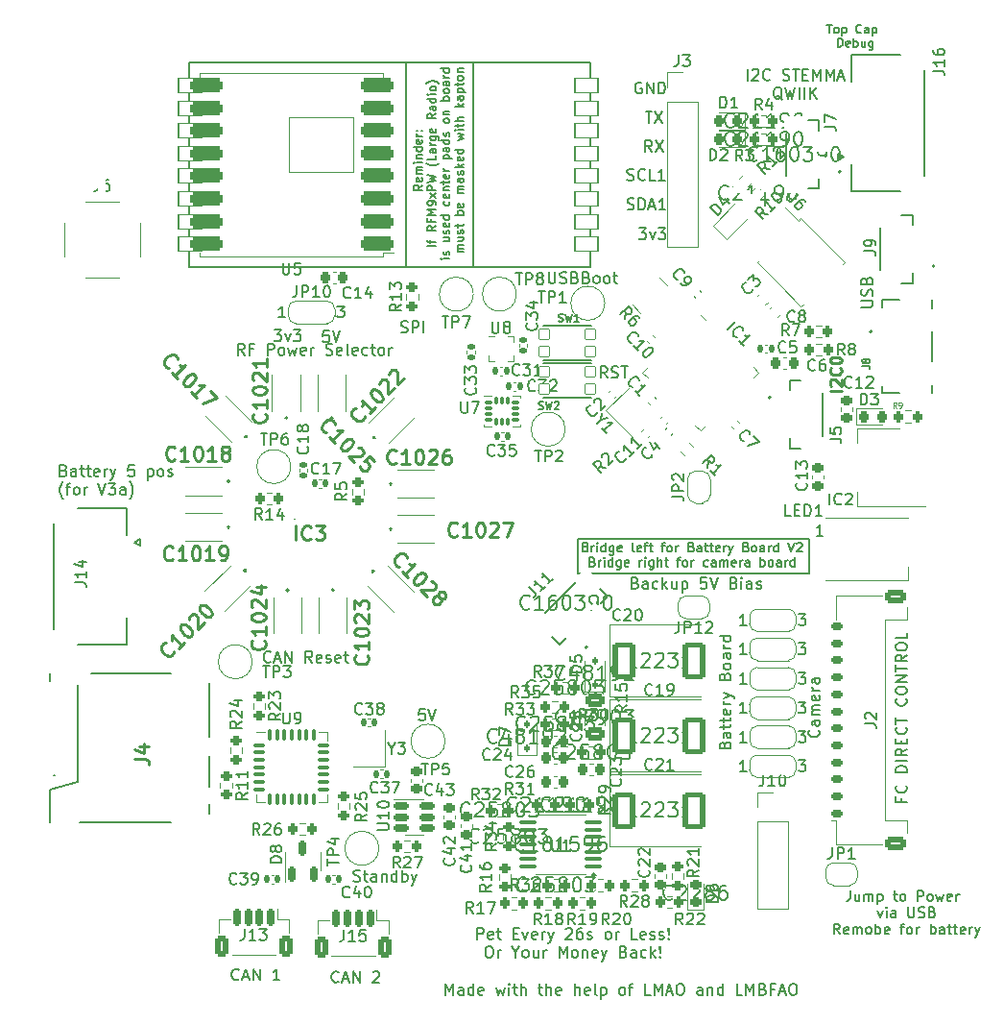
<source format=gbr>
%TF.GenerationSoftware,KiCad,Pcbnew,8.0.3*%
%TF.CreationDate,2024-10-08T19:21:30-07:00*%
%TF.ProjectId,FC_V4c_InspireFly_Special,46435f56-3463-45f4-996e-737069726546,rev?*%
%TF.SameCoordinates,Original*%
%TF.FileFunction,Legend,Top*%
%TF.FilePolarity,Positive*%
%FSLAX46Y46*%
G04 Gerber Fmt 4.6, Leading zero omitted, Abs format (unit mm)*
G04 Created by KiCad (PCBNEW 8.0.3) date 2024-10-08 19:21:30*
%MOMM*%
%LPD*%
G01*
G04 APERTURE LIST*
G04 Aperture macros list*
%AMRoundRect*
0 Rectangle with rounded corners*
0 $1 Rounding radius*
0 $2 $3 $4 $5 $6 $7 $8 $9 X,Y pos of 4 corners*
0 Add a 4 corners polygon primitive as box body*
4,1,4,$2,$3,$4,$5,$6,$7,$8,$9,$2,$3,0*
0 Add four circle primitives for the rounded corners*
1,1,$1+$1,$2,$3*
1,1,$1+$1,$4,$5*
1,1,$1+$1,$6,$7*
1,1,$1+$1,$8,$9*
0 Add four rect primitives between the rounded corners*
20,1,$1+$1,$2,$3,$4,$5,0*
20,1,$1+$1,$4,$5,$6,$7,0*
20,1,$1+$1,$6,$7,$8,$9,0*
20,1,$1+$1,$8,$9,$2,$3,0*%
%AMRotRect*
0 Rectangle, with rotation*
0 The origin of the aperture is its center*
0 $1 length*
0 $2 width*
0 $3 Rotation angle, in degrees counterclockwise*
0 Add horizontal line*
21,1,$1,$2,0,0,$3*%
%AMFreePoly0*
4,1,19,0.550000,-0.750000,0.000000,-0.750000,0.000000,-0.744911,-0.071157,-0.744911,-0.207708,-0.704816,-0.327430,-0.627875,-0.420627,-0.520320,-0.479746,-0.390866,-0.500000,-0.250000,-0.500000,0.250000,-0.479746,0.390866,-0.420627,0.520320,-0.327430,0.627875,-0.207708,0.704816,-0.071157,0.744911,0.000000,0.744911,0.000000,0.750000,0.550000,0.750000,0.550000,-0.750000,0.550000,-0.750000,
$1*%
%AMFreePoly1*
4,1,19,0.000000,0.744911,0.071157,0.744911,0.207708,0.704816,0.327430,0.627875,0.420627,0.520320,0.479746,0.390866,0.500000,0.250000,0.500000,-0.250000,0.479746,-0.390866,0.420627,-0.520320,0.327430,-0.627875,0.207708,-0.704816,0.071157,-0.744911,0.000000,-0.744911,0.000000,-0.750000,-0.550000,-0.750000,-0.550000,0.750000,0.000000,0.750000,0.000000,0.744911,0.000000,0.744911,
$1*%
%AMFreePoly2*
4,1,19,0.500000,-0.750000,0.000000,-0.750000,0.000000,-0.744911,-0.071157,-0.744911,-0.207708,-0.704816,-0.327430,-0.627875,-0.420627,-0.520320,-0.479746,-0.390866,-0.500000,-0.250000,-0.500000,0.250000,-0.479746,0.390866,-0.420627,0.520320,-0.327430,0.627875,-0.207708,0.704816,-0.071157,0.744911,0.000000,0.744911,0.000000,0.750000,0.500000,0.750000,0.500000,-0.750000,0.500000,-0.750000,
$1*%
%AMFreePoly3*
4,1,19,0.000000,0.744911,0.071157,0.744911,0.207708,0.704816,0.327430,0.627875,0.420627,0.520320,0.479746,0.390866,0.500000,0.250000,0.500000,-0.250000,0.479746,-0.390866,0.420627,-0.520320,0.327430,-0.627875,0.207708,-0.704816,0.071157,-0.744911,0.000000,-0.744911,0.000000,-0.750000,-0.500000,-0.750000,-0.500000,0.750000,0.000000,0.750000,0.000000,0.744911,0.000000,0.744911,
$1*%
G04 Aperture macros list end*
%ADD10C,0.150000*%
%ADD11C,0.250000*%
%ADD12C,0.254000*%
%ADD13C,0.146304*%
%ADD14C,0.100000*%
%ADD15C,0.200000*%
%ADD16C,0.120000*%
%ADD17C,0.127000*%
%ADD18C,0.203200*%
%ADD19C,0.500000*%
%ADD20C,0.000000*%
%ADD21C,0.010000*%
%ADD22R,1.100000X0.700000*%
%ADD23R,0.930000X0.900000*%
%ADD24R,0.780000X1.050000*%
%ADD25R,3.330000X0.700000*%
%ADD26R,2.800000X0.860000*%
%ADD27R,1.830000X1.140000*%
%ADD28FreePoly0,0.000000*%
%ADD29R,1.000000X1.500000*%
%ADD30FreePoly1,0.000000*%
%ADD31RoundRect,0.140000X-0.021213X0.219203X-0.219203X0.021213X0.021213X-0.219203X0.219203X-0.021213X0*%
%ADD32RoundRect,0.225000X-0.250000X0.225000X-0.250000X-0.225000X0.250000X-0.225000X0.250000X0.225000X0*%
%ADD33RoundRect,0.200000X-0.200000X-0.275000X0.200000X-0.275000X0.200000X0.275000X-0.200000X0.275000X0*%
%ADD34C,2.050000*%
%ADD35C,2.250000*%
%ADD36C,2.000000*%
%ADD37RoundRect,0.218750X0.256250X-0.218750X0.256250X0.218750X-0.256250X0.218750X-0.256250X-0.218750X0*%
%ADD38C,5.000000*%
%ADD39RoundRect,0.150000X0.150000X0.625000X-0.150000X0.625000X-0.150000X-0.625000X0.150000X-0.625000X0*%
%ADD40RoundRect,0.250000X0.350000X0.650000X-0.350000X0.650000X-0.350000X-0.650000X0.350000X-0.650000X0*%
%ADD41R,2.000000X1.500000*%
%ADD42R,2.000000X3.800000*%
%ADD43R,1.550000X0.600000*%
%ADD44R,1.800000X1.200000*%
%ADD45R,1.700000X1.700000*%
%ADD46O,1.700000X1.700000*%
%ADD47RoundRect,0.200000X-0.275000X0.200000X-0.275000X-0.200000X0.275000X-0.200000X0.275000X0.200000X0*%
%ADD48RoundRect,0.225000X-0.225000X-0.250000X0.225000X-0.250000X0.225000X0.250000X-0.225000X0.250000X0*%
%ADD49RotRect,1.400000X1.400000X45.000000*%
%ADD50RoundRect,0.140000X0.021213X-0.219203X0.219203X-0.021213X-0.021213X0.219203X-0.219203X0.021213X0*%
%ADD51FreePoly2,90.000000*%
%ADD52FreePoly3,90.000000*%
%ADD53RoundRect,0.218750X0.218750X0.256250X-0.218750X0.256250X-0.218750X-0.256250X0.218750X-0.256250X0*%
%ADD54R,1.400000X1.400000*%
%ADD55RotRect,0.800000X0.500000X135.000000*%
%ADD56RotRect,0.800000X0.400000X135.000000*%
%ADD57RoundRect,0.225000X0.250000X-0.225000X0.250000X0.225000X-0.250000X0.225000X-0.250000X-0.225000X0*%
%ADD58RoundRect,0.218750X-0.218750X-0.256250X0.218750X-0.256250X0.218750X0.256250X-0.218750X0.256250X0*%
%ADD59RoundRect,0.140000X0.170000X-0.140000X0.170000X0.140000X-0.170000X0.140000X-0.170000X-0.140000X0*%
%ADD60RoundRect,0.050800X-0.450000X-0.450000X0.450000X-0.450000X0.450000X0.450000X-0.450000X0.450000X0*%
%ADD61RoundRect,0.140000X-0.140000X-0.170000X0.140000X-0.170000X0.140000X0.170000X-0.140000X0.170000X0*%
%ADD62RoundRect,0.140000X-0.170000X0.140000X-0.170000X-0.140000X0.170000X-0.140000X0.170000X0.140000X0*%
%ADD63RoundRect,0.225000X0.017678X-0.335876X0.335876X-0.017678X-0.017678X0.335876X-0.335876X0.017678X0*%
%ADD64RoundRect,0.135000X-0.035355X0.226274X-0.226274X0.035355X0.035355X-0.226274X0.226274X-0.035355X0*%
%ADD65RoundRect,0.200000X0.200000X0.275000X-0.200000X0.275000X-0.200000X-0.275000X0.200000X-0.275000X0*%
%ADD66RotRect,1.400000X1.400000X135.000000*%
%ADD67RotRect,1.150000X1.000000X315.000000*%
%ADD68FreePoly2,180.000000*%
%ADD69FreePoly3,180.000000*%
%ADD70RoundRect,0.140000X0.219203X0.021213X0.021213X0.219203X-0.219203X-0.021213X-0.021213X-0.219203X0*%
%ADD71RoundRect,0.140000X0.140000X0.170000X-0.140000X0.170000X-0.140000X-0.170000X0.140000X-0.170000X0*%
%ADD72RoundRect,0.112500X0.112500X-0.187500X0.112500X0.187500X-0.112500X0.187500X-0.112500X-0.187500X0*%
%ADD73FreePoly2,0.000000*%
%ADD74FreePoly3,0.000000*%
%ADD75R,1.000000X1.150000*%
%ADD76RoundRect,0.150000X-0.512500X-0.150000X0.512500X-0.150000X0.512500X0.150000X-0.512500X0.150000X0*%
%ADD77RoundRect,0.150000X0.150000X-0.512500X0.150000X0.512500X-0.150000X0.512500X-0.150000X-0.512500X0*%
%ADD78RoundRect,0.200000X0.053033X-0.335876X0.335876X-0.053033X-0.053033X0.335876X-0.335876X0.053033X0*%
%ADD79RoundRect,0.250000X-0.750000X-1.400000X0.750000X-1.400000X0.750000X1.400000X-0.750000X1.400000X0*%
%ADD80RoundRect,0.063500X1.000000X0.650000X-1.000000X0.650000X-1.000000X-0.650000X1.000000X-0.650000X0*%
%ADD81RoundRect,0.063500X2.849999X2.400000X-2.849999X2.400000X-2.849999X-2.400000X2.849999X-2.400000X0*%
%ADD82RotRect,0.600000X1.550000X45.000000*%
%ADD83RotRect,1.200000X1.800000X45.000000*%
%ADD84RoundRect,0.087500X-0.225000X-0.087500X0.225000X-0.087500X0.225000X0.087500X-0.225000X0.087500X0*%
%ADD85RoundRect,0.087500X-0.087500X-0.225000X0.087500X-0.225000X0.087500X0.225000X-0.087500X0.225000X0*%
%ADD86RoundRect,0.150000X-0.565685X0.353553X0.353553X-0.565685X0.565685X-0.353553X-0.353553X0.565685X0*%
%ADD87RoundRect,0.140000X-0.219203X-0.021213X-0.021213X-0.219203X0.219203X0.021213X0.021213X0.219203X0*%
%ADD88R,1.500000X0.900000*%
%ADD89RotRect,1.400000X1.400000X315.000000*%
%ADD90RoundRect,0.125000X0.000000X-0.176777X0.176777X0.000000X0.000000X0.176777X-0.176777X0.000000X0*%
%ADD91RoundRect,0.200000X0.335876X0.053033X0.053033X0.335876X-0.335876X-0.053033X-0.053033X-0.335876X0*%
%ADD92RoundRect,0.250000X-0.625000X0.312500X-0.625000X-0.312500X0.625000X-0.312500X0.625000X0.312500X0*%
%ADD93RoundRect,0.200000X0.275000X-0.200000X0.275000X0.200000X-0.275000X0.200000X-0.275000X-0.200000X0*%
%ADD94RoundRect,0.050000X-0.309359X0.238649X0.238649X-0.309359X0.309359X-0.238649X-0.238649X0.309359X0*%
%ADD95RoundRect,0.050000X-0.309359X-0.238649X-0.238649X-0.309359X0.309359X0.238649X0.238649X0.309359X0*%
%ADD96RotRect,3.200000X3.200000X315.000000*%
%ADD97RoundRect,0.317500X1.157500X0.317500X-1.157500X0.317500X-1.157500X-0.317500X1.157500X-0.317500X0*%
%ADD98RoundRect,0.225000X0.225000X0.250000X-0.225000X0.250000X-0.225000X-0.250000X0.225000X-0.250000X0*%
%ADD99R,0.375000X0.350000*%
%ADD100R,0.350000X0.375000*%
%ADD101RoundRect,0.100000X0.637500X0.100000X-0.637500X0.100000X-0.637500X-0.100000X0.637500X-0.100000X0*%
%ADD102RoundRect,0.075000X-0.437500X-0.075000X0.437500X-0.075000X0.437500X0.075000X-0.437500X0.075000X0*%
%ADD103RoundRect,0.075000X-0.075000X-0.437500X0.075000X-0.437500X0.075000X0.437500X-0.075000X0.437500X0*%
%ADD104R,4.250000X4.250000*%
%ADD105RotRect,1.400000X1.400000X225.000000*%
%ADD106R,0.500000X0.800000*%
%ADD107RoundRect,0.150000X0.350000X-0.150000X0.350000X0.150000X-0.350000X0.150000X-0.350000X-0.150000X0*%
%ADD108RoundRect,0.250000X0.650000X-0.375000X0.650000X0.375000X-0.650000X0.375000X-0.650000X-0.375000X0*%
%ADD109RoundRect,0.200000X-0.053033X0.335876X-0.335876X0.053033X0.053033X-0.335876X0.335876X-0.053033X0*%
%ADD110R,1.380000X0.450000*%
%ADD111O,2.416000X1.208000*%
%ADD112R,2.100000X1.475000*%
%ADD113R,1.900000X1.375000*%
%ADD114C,1.000000*%
G04 APERTURE END LIST*
D10*
X215500000Y-100000000D02*
X195100000Y-100000000D01*
X180000000Y-58000000D02*
X180000000Y-76000000D01*
X195100000Y-100000000D02*
X195100000Y-103000000D01*
X195100000Y-103000000D02*
X215500000Y-103000000D01*
X185900000Y-76000000D02*
X185900000Y-58000000D01*
X215500000Y-103000000D02*
X215500000Y-100000000D01*
X180000000Y-76000000D02*
X185000000Y-76000000D01*
X168331541Y-81549819D02*
X168950588Y-81549819D01*
X168950588Y-81549819D02*
X168617255Y-81930771D01*
X168617255Y-81930771D02*
X168760112Y-81930771D01*
X168760112Y-81930771D02*
X168855350Y-81978390D01*
X168855350Y-81978390D02*
X168902969Y-82026009D01*
X168902969Y-82026009D02*
X168950588Y-82121247D01*
X168950588Y-82121247D02*
X168950588Y-82359342D01*
X168950588Y-82359342D02*
X168902969Y-82454580D01*
X168902969Y-82454580D02*
X168855350Y-82502200D01*
X168855350Y-82502200D02*
X168760112Y-82549819D01*
X168760112Y-82549819D02*
X168474398Y-82549819D01*
X168474398Y-82549819D02*
X168379160Y-82502200D01*
X168379160Y-82502200D02*
X168331541Y-82454580D01*
X169283922Y-81883152D02*
X169522017Y-82549819D01*
X169522017Y-82549819D02*
X169760112Y-81883152D01*
X170045827Y-81549819D02*
X170664874Y-81549819D01*
X170664874Y-81549819D02*
X170331541Y-81930771D01*
X170331541Y-81930771D02*
X170474398Y-81930771D01*
X170474398Y-81930771D02*
X170569636Y-81978390D01*
X170569636Y-81978390D02*
X170617255Y-82026009D01*
X170617255Y-82026009D02*
X170664874Y-82121247D01*
X170664874Y-82121247D02*
X170664874Y-82359342D01*
X170664874Y-82359342D02*
X170617255Y-82454580D01*
X170617255Y-82454580D02*
X170569636Y-82502200D01*
X170569636Y-82502200D02*
X170474398Y-82549819D01*
X170474398Y-82549819D02*
X170188684Y-82549819D01*
X170188684Y-82549819D02*
X170093446Y-82502200D01*
X170093446Y-82502200D02*
X170045827Y-82454580D01*
X186247617Y-135259875D02*
X186247617Y-134259875D01*
X186247617Y-134259875D02*
X186628569Y-134259875D01*
X186628569Y-134259875D02*
X186723807Y-134307494D01*
X186723807Y-134307494D02*
X186771426Y-134355113D01*
X186771426Y-134355113D02*
X186819045Y-134450351D01*
X186819045Y-134450351D02*
X186819045Y-134593208D01*
X186819045Y-134593208D02*
X186771426Y-134688446D01*
X186771426Y-134688446D02*
X186723807Y-134736065D01*
X186723807Y-134736065D02*
X186628569Y-134783684D01*
X186628569Y-134783684D02*
X186247617Y-134783684D01*
X187628569Y-135212256D02*
X187533331Y-135259875D01*
X187533331Y-135259875D02*
X187342855Y-135259875D01*
X187342855Y-135259875D02*
X187247617Y-135212256D01*
X187247617Y-135212256D02*
X187199998Y-135117017D01*
X187199998Y-135117017D02*
X187199998Y-134736065D01*
X187199998Y-134736065D02*
X187247617Y-134640827D01*
X187247617Y-134640827D02*
X187342855Y-134593208D01*
X187342855Y-134593208D02*
X187533331Y-134593208D01*
X187533331Y-134593208D02*
X187628569Y-134640827D01*
X187628569Y-134640827D02*
X187676188Y-134736065D01*
X187676188Y-134736065D02*
X187676188Y-134831303D01*
X187676188Y-134831303D02*
X187199998Y-134926541D01*
X187961903Y-134593208D02*
X188342855Y-134593208D01*
X188104760Y-134259875D02*
X188104760Y-135117017D01*
X188104760Y-135117017D02*
X188152379Y-135212256D01*
X188152379Y-135212256D02*
X188247617Y-135259875D01*
X188247617Y-135259875D02*
X188342855Y-135259875D01*
X189438094Y-134736065D02*
X189771427Y-134736065D01*
X189914284Y-135259875D02*
X189438094Y-135259875D01*
X189438094Y-135259875D02*
X189438094Y-134259875D01*
X189438094Y-134259875D02*
X189914284Y-134259875D01*
X190247618Y-134593208D02*
X190485713Y-135259875D01*
X190485713Y-135259875D02*
X190723808Y-134593208D01*
X191485713Y-135212256D02*
X191390475Y-135259875D01*
X191390475Y-135259875D02*
X191199999Y-135259875D01*
X191199999Y-135259875D02*
X191104761Y-135212256D01*
X191104761Y-135212256D02*
X191057142Y-135117017D01*
X191057142Y-135117017D02*
X191057142Y-134736065D01*
X191057142Y-134736065D02*
X191104761Y-134640827D01*
X191104761Y-134640827D02*
X191199999Y-134593208D01*
X191199999Y-134593208D02*
X191390475Y-134593208D01*
X191390475Y-134593208D02*
X191485713Y-134640827D01*
X191485713Y-134640827D02*
X191533332Y-134736065D01*
X191533332Y-134736065D02*
X191533332Y-134831303D01*
X191533332Y-134831303D02*
X191057142Y-134926541D01*
X191961904Y-135259875D02*
X191961904Y-134593208D01*
X191961904Y-134783684D02*
X192009523Y-134688446D01*
X192009523Y-134688446D02*
X192057142Y-134640827D01*
X192057142Y-134640827D02*
X192152380Y-134593208D01*
X192152380Y-134593208D02*
X192247618Y-134593208D01*
X192485714Y-134593208D02*
X192723809Y-135259875D01*
X192961904Y-134593208D02*
X192723809Y-135259875D01*
X192723809Y-135259875D02*
X192628571Y-135497970D01*
X192628571Y-135497970D02*
X192580952Y-135545589D01*
X192580952Y-135545589D02*
X192485714Y-135593208D01*
X194057143Y-134355113D02*
X194104762Y-134307494D01*
X194104762Y-134307494D02*
X194200000Y-134259875D01*
X194200000Y-134259875D02*
X194438095Y-134259875D01*
X194438095Y-134259875D02*
X194533333Y-134307494D01*
X194533333Y-134307494D02*
X194580952Y-134355113D01*
X194580952Y-134355113D02*
X194628571Y-134450351D01*
X194628571Y-134450351D02*
X194628571Y-134545589D01*
X194628571Y-134545589D02*
X194580952Y-134688446D01*
X194580952Y-134688446D02*
X194009524Y-135259875D01*
X194009524Y-135259875D02*
X194628571Y-135259875D01*
X195485714Y-134259875D02*
X195295238Y-134259875D01*
X195295238Y-134259875D02*
X195200000Y-134307494D01*
X195200000Y-134307494D02*
X195152381Y-134355113D01*
X195152381Y-134355113D02*
X195057143Y-134497970D01*
X195057143Y-134497970D02*
X195009524Y-134688446D01*
X195009524Y-134688446D02*
X195009524Y-135069398D01*
X195009524Y-135069398D02*
X195057143Y-135164636D01*
X195057143Y-135164636D02*
X195104762Y-135212256D01*
X195104762Y-135212256D02*
X195200000Y-135259875D01*
X195200000Y-135259875D02*
X195390476Y-135259875D01*
X195390476Y-135259875D02*
X195485714Y-135212256D01*
X195485714Y-135212256D02*
X195533333Y-135164636D01*
X195533333Y-135164636D02*
X195580952Y-135069398D01*
X195580952Y-135069398D02*
X195580952Y-134831303D01*
X195580952Y-134831303D02*
X195533333Y-134736065D01*
X195533333Y-134736065D02*
X195485714Y-134688446D01*
X195485714Y-134688446D02*
X195390476Y-134640827D01*
X195390476Y-134640827D02*
X195200000Y-134640827D01*
X195200000Y-134640827D02*
X195104762Y-134688446D01*
X195104762Y-134688446D02*
X195057143Y-134736065D01*
X195057143Y-134736065D02*
X195009524Y-134831303D01*
X195961905Y-135212256D02*
X196057143Y-135259875D01*
X196057143Y-135259875D02*
X196247619Y-135259875D01*
X196247619Y-135259875D02*
X196342857Y-135212256D01*
X196342857Y-135212256D02*
X196390476Y-135117017D01*
X196390476Y-135117017D02*
X196390476Y-135069398D01*
X196390476Y-135069398D02*
X196342857Y-134974160D01*
X196342857Y-134974160D02*
X196247619Y-134926541D01*
X196247619Y-134926541D02*
X196104762Y-134926541D01*
X196104762Y-134926541D02*
X196009524Y-134878922D01*
X196009524Y-134878922D02*
X195961905Y-134783684D01*
X195961905Y-134783684D02*
X195961905Y-134736065D01*
X195961905Y-134736065D02*
X196009524Y-134640827D01*
X196009524Y-134640827D02*
X196104762Y-134593208D01*
X196104762Y-134593208D02*
X196247619Y-134593208D01*
X196247619Y-134593208D02*
X196342857Y-134640827D01*
X197723810Y-135259875D02*
X197628572Y-135212256D01*
X197628572Y-135212256D02*
X197580953Y-135164636D01*
X197580953Y-135164636D02*
X197533334Y-135069398D01*
X197533334Y-135069398D02*
X197533334Y-134783684D01*
X197533334Y-134783684D02*
X197580953Y-134688446D01*
X197580953Y-134688446D02*
X197628572Y-134640827D01*
X197628572Y-134640827D02*
X197723810Y-134593208D01*
X197723810Y-134593208D02*
X197866667Y-134593208D01*
X197866667Y-134593208D02*
X197961905Y-134640827D01*
X197961905Y-134640827D02*
X198009524Y-134688446D01*
X198009524Y-134688446D02*
X198057143Y-134783684D01*
X198057143Y-134783684D02*
X198057143Y-135069398D01*
X198057143Y-135069398D02*
X198009524Y-135164636D01*
X198009524Y-135164636D02*
X197961905Y-135212256D01*
X197961905Y-135212256D02*
X197866667Y-135259875D01*
X197866667Y-135259875D02*
X197723810Y-135259875D01*
X198485715Y-135259875D02*
X198485715Y-134593208D01*
X198485715Y-134783684D02*
X198533334Y-134688446D01*
X198533334Y-134688446D02*
X198580953Y-134640827D01*
X198580953Y-134640827D02*
X198676191Y-134593208D01*
X198676191Y-134593208D02*
X198771429Y-134593208D01*
X200342858Y-135259875D02*
X199866668Y-135259875D01*
X199866668Y-135259875D02*
X199866668Y-134259875D01*
X201057144Y-135212256D02*
X200961906Y-135259875D01*
X200961906Y-135259875D02*
X200771430Y-135259875D01*
X200771430Y-135259875D02*
X200676192Y-135212256D01*
X200676192Y-135212256D02*
X200628573Y-135117017D01*
X200628573Y-135117017D02*
X200628573Y-134736065D01*
X200628573Y-134736065D02*
X200676192Y-134640827D01*
X200676192Y-134640827D02*
X200771430Y-134593208D01*
X200771430Y-134593208D02*
X200961906Y-134593208D01*
X200961906Y-134593208D02*
X201057144Y-134640827D01*
X201057144Y-134640827D02*
X201104763Y-134736065D01*
X201104763Y-134736065D02*
X201104763Y-134831303D01*
X201104763Y-134831303D02*
X200628573Y-134926541D01*
X201485716Y-135212256D02*
X201580954Y-135259875D01*
X201580954Y-135259875D02*
X201771430Y-135259875D01*
X201771430Y-135259875D02*
X201866668Y-135212256D01*
X201866668Y-135212256D02*
X201914287Y-135117017D01*
X201914287Y-135117017D02*
X201914287Y-135069398D01*
X201914287Y-135069398D02*
X201866668Y-134974160D01*
X201866668Y-134974160D02*
X201771430Y-134926541D01*
X201771430Y-134926541D02*
X201628573Y-134926541D01*
X201628573Y-134926541D02*
X201533335Y-134878922D01*
X201533335Y-134878922D02*
X201485716Y-134783684D01*
X201485716Y-134783684D02*
X201485716Y-134736065D01*
X201485716Y-134736065D02*
X201533335Y-134640827D01*
X201533335Y-134640827D02*
X201628573Y-134593208D01*
X201628573Y-134593208D02*
X201771430Y-134593208D01*
X201771430Y-134593208D02*
X201866668Y-134640827D01*
X202295240Y-135212256D02*
X202390478Y-135259875D01*
X202390478Y-135259875D02*
X202580954Y-135259875D01*
X202580954Y-135259875D02*
X202676192Y-135212256D01*
X202676192Y-135212256D02*
X202723811Y-135117017D01*
X202723811Y-135117017D02*
X202723811Y-135069398D01*
X202723811Y-135069398D02*
X202676192Y-134974160D01*
X202676192Y-134974160D02*
X202580954Y-134926541D01*
X202580954Y-134926541D02*
X202438097Y-134926541D01*
X202438097Y-134926541D02*
X202342859Y-134878922D01*
X202342859Y-134878922D02*
X202295240Y-134783684D01*
X202295240Y-134783684D02*
X202295240Y-134736065D01*
X202295240Y-134736065D02*
X202342859Y-134640827D01*
X202342859Y-134640827D02*
X202438097Y-134593208D01*
X202438097Y-134593208D02*
X202580954Y-134593208D01*
X202580954Y-134593208D02*
X202676192Y-134640827D01*
X203152383Y-135164636D02*
X203200002Y-135212256D01*
X203200002Y-135212256D02*
X203152383Y-135259875D01*
X203152383Y-135259875D02*
X203104764Y-135212256D01*
X203104764Y-135212256D02*
X203152383Y-135164636D01*
X203152383Y-135164636D02*
X203152383Y-135259875D01*
X203152383Y-134878922D02*
X203104764Y-134307494D01*
X203104764Y-134307494D02*
X203152383Y-134259875D01*
X203152383Y-134259875D02*
X203200002Y-134307494D01*
X203200002Y-134307494D02*
X203152383Y-134878922D01*
X203152383Y-134878922D02*
X203152383Y-134259875D01*
X187199999Y-135869819D02*
X187390475Y-135869819D01*
X187390475Y-135869819D02*
X187485713Y-135917438D01*
X187485713Y-135917438D02*
X187580951Y-136012676D01*
X187580951Y-136012676D02*
X187628570Y-136203152D01*
X187628570Y-136203152D02*
X187628570Y-136536485D01*
X187628570Y-136536485D02*
X187580951Y-136726961D01*
X187580951Y-136726961D02*
X187485713Y-136822200D01*
X187485713Y-136822200D02*
X187390475Y-136869819D01*
X187390475Y-136869819D02*
X187199999Y-136869819D01*
X187199999Y-136869819D02*
X187104761Y-136822200D01*
X187104761Y-136822200D02*
X187009523Y-136726961D01*
X187009523Y-136726961D02*
X186961904Y-136536485D01*
X186961904Y-136536485D02*
X186961904Y-136203152D01*
X186961904Y-136203152D02*
X187009523Y-136012676D01*
X187009523Y-136012676D02*
X187104761Y-135917438D01*
X187104761Y-135917438D02*
X187199999Y-135869819D01*
X188057142Y-136869819D02*
X188057142Y-136203152D01*
X188057142Y-136393628D02*
X188104761Y-136298390D01*
X188104761Y-136298390D02*
X188152380Y-136250771D01*
X188152380Y-136250771D02*
X188247618Y-136203152D01*
X188247618Y-136203152D02*
X188342856Y-136203152D01*
X189628571Y-136393628D02*
X189628571Y-136869819D01*
X189295238Y-135869819D02*
X189628571Y-136393628D01*
X189628571Y-136393628D02*
X189961904Y-135869819D01*
X190438095Y-136869819D02*
X190342857Y-136822200D01*
X190342857Y-136822200D02*
X190295238Y-136774580D01*
X190295238Y-136774580D02*
X190247619Y-136679342D01*
X190247619Y-136679342D02*
X190247619Y-136393628D01*
X190247619Y-136393628D02*
X190295238Y-136298390D01*
X190295238Y-136298390D02*
X190342857Y-136250771D01*
X190342857Y-136250771D02*
X190438095Y-136203152D01*
X190438095Y-136203152D02*
X190580952Y-136203152D01*
X190580952Y-136203152D02*
X190676190Y-136250771D01*
X190676190Y-136250771D02*
X190723809Y-136298390D01*
X190723809Y-136298390D02*
X190771428Y-136393628D01*
X190771428Y-136393628D02*
X190771428Y-136679342D01*
X190771428Y-136679342D02*
X190723809Y-136774580D01*
X190723809Y-136774580D02*
X190676190Y-136822200D01*
X190676190Y-136822200D02*
X190580952Y-136869819D01*
X190580952Y-136869819D02*
X190438095Y-136869819D01*
X191628571Y-136203152D02*
X191628571Y-136869819D01*
X191200000Y-136203152D02*
X191200000Y-136726961D01*
X191200000Y-136726961D02*
X191247619Y-136822200D01*
X191247619Y-136822200D02*
X191342857Y-136869819D01*
X191342857Y-136869819D02*
X191485714Y-136869819D01*
X191485714Y-136869819D02*
X191580952Y-136822200D01*
X191580952Y-136822200D02*
X191628571Y-136774580D01*
X192104762Y-136869819D02*
X192104762Y-136203152D01*
X192104762Y-136393628D02*
X192152381Y-136298390D01*
X192152381Y-136298390D02*
X192200000Y-136250771D01*
X192200000Y-136250771D02*
X192295238Y-136203152D01*
X192295238Y-136203152D02*
X192390476Y-136203152D01*
X193485715Y-136869819D02*
X193485715Y-135869819D01*
X193485715Y-135869819D02*
X193819048Y-136584104D01*
X193819048Y-136584104D02*
X194152381Y-135869819D01*
X194152381Y-135869819D02*
X194152381Y-136869819D01*
X194771429Y-136869819D02*
X194676191Y-136822200D01*
X194676191Y-136822200D02*
X194628572Y-136774580D01*
X194628572Y-136774580D02*
X194580953Y-136679342D01*
X194580953Y-136679342D02*
X194580953Y-136393628D01*
X194580953Y-136393628D02*
X194628572Y-136298390D01*
X194628572Y-136298390D02*
X194676191Y-136250771D01*
X194676191Y-136250771D02*
X194771429Y-136203152D01*
X194771429Y-136203152D02*
X194914286Y-136203152D01*
X194914286Y-136203152D02*
X195009524Y-136250771D01*
X195009524Y-136250771D02*
X195057143Y-136298390D01*
X195057143Y-136298390D02*
X195104762Y-136393628D01*
X195104762Y-136393628D02*
X195104762Y-136679342D01*
X195104762Y-136679342D02*
X195057143Y-136774580D01*
X195057143Y-136774580D02*
X195009524Y-136822200D01*
X195009524Y-136822200D02*
X194914286Y-136869819D01*
X194914286Y-136869819D02*
X194771429Y-136869819D01*
X195533334Y-136203152D02*
X195533334Y-136869819D01*
X195533334Y-136298390D02*
X195580953Y-136250771D01*
X195580953Y-136250771D02*
X195676191Y-136203152D01*
X195676191Y-136203152D02*
X195819048Y-136203152D01*
X195819048Y-136203152D02*
X195914286Y-136250771D01*
X195914286Y-136250771D02*
X195961905Y-136346009D01*
X195961905Y-136346009D02*
X195961905Y-136869819D01*
X196819048Y-136822200D02*
X196723810Y-136869819D01*
X196723810Y-136869819D02*
X196533334Y-136869819D01*
X196533334Y-136869819D02*
X196438096Y-136822200D01*
X196438096Y-136822200D02*
X196390477Y-136726961D01*
X196390477Y-136726961D02*
X196390477Y-136346009D01*
X196390477Y-136346009D02*
X196438096Y-136250771D01*
X196438096Y-136250771D02*
X196533334Y-136203152D01*
X196533334Y-136203152D02*
X196723810Y-136203152D01*
X196723810Y-136203152D02*
X196819048Y-136250771D01*
X196819048Y-136250771D02*
X196866667Y-136346009D01*
X196866667Y-136346009D02*
X196866667Y-136441247D01*
X196866667Y-136441247D02*
X196390477Y-136536485D01*
X197200001Y-136203152D02*
X197438096Y-136869819D01*
X197676191Y-136203152D02*
X197438096Y-136869819D01*
X197438096Y-136869819D02*
X197342858Y-137107914D01*
X197342858Y-137107914D02*
X197295239Y-137155533D01*
X197295239Y-137155533D02*
X197200001Y-137203152D01*
X199152382Y-136346009D02*
X199295239Y-136393628D01*
X199295239Y-136393628D02*
X199342858Y-136441247D01*
X199342858Y-136441247D02*
X199390477Y-136536485D01*
X199390477Y-136536485D02*
X199390477Y-136679342D01*
X199390477Y-136679342D02*
X199342858Y-136774580D01*
X199342858Y-136774580D02*
X199295239Y-136822200D01*
X199295239Y-136822200D02*
X199200001Y-136869819D01*
X199200001Y-136869819D02*
X198819049Y-136869819D01*
X198819049Y-136869819D02*
X198819049Y-135869819D01*
X198819049Y-135869819D02*
X199152382Y-135869819D01*
X199152382Y-135869819D02*
X199247620Y-135917438D01*
X199247620Y-135917438D02*
X199295239Y-135965057D01*
X199295239Y-135965057D02*
X199342858Y-136060295D01*
X199342858Y-136060295D02*
X199342858Y-136155533D01*
X199342858Y-136155533D02*
X199295239Y-136250771D01*
X199295239Y-136250771D02*
X199247620Y-136298390D01*
X199247620Y-136298390D02*
X199152382Y-136346009D01*
X199152382Y-136346009D02*
X198819049Y-136346009D01*
X200247620Y-136869819D02*
X200247620Y-136346009D01*
X200247620Y-136346009D02*
X200200001Y-136250771D01*
X200200001Y-136250771D02*
X200104763Y-136203152D01*
X200104763Y-136203152D02*
X199914287Y-136203152D01*
X199914287Y-136203152D02*
X199819049Y-136250771D01*
X200247620Y-136822200D02*
X200152382Y-136869819D01*
X200152382Y-136869819D02*
X199914287Y-136869819D01*
X199914287Y-136869819D02*
X199819049Y-136822200D01*
X199819049Y-136822200D02*
X199771430Y-136726961D01*
X199771430Y-136726961D02*
X199771430Y-136631723D01*
X199771430Y-136631723D02*
X199819049Y-136536485D01*
X199819049Y-136536485D02*
X199914287Y-136488866D01*
X199914287Y-136488866D02*
X200152382Y-136488866D01*
X200152382Y-136488866D02*
X200247620Y-136441247D01*
X201152382Y-136822200D02*
X201057144Y-136869819D01*
X201057144Y-136869819D02*
X200866668Y-136869819D01*
X200866668Y-136869819D02*
X200771430Y-136822200D01*
X200771430Y-136822200D02*
X200723811Y-136774580D01*
X200723811Y-136774580D02*
X200676192Y-136679342D01*
X200676192Y-136679342D02*
X200676192Y-136393628D01*
X200676192Y-136393628D02*
X200723811Y-136298390D01*
X200723811Y-136298390D02*
X200771430Y-136250771D01*
X200771430Y-136250771D02*
X200866668Y-136203152D01*
X200866668Y-136203152D02*
X201057144Y-136203152D01*
X201057144Y-136203152D02*
X201152382Y-136250771D01*
X201580954Y-136869819D02*
X201580954Y-135869819D01*
X201676192Y-136488866D02*
X201961906Y-136869819D01*
X201961906Y-136203152D02*
X201580954Y-136584104D01*
X202390478Y-136774580D02*
X202438097Y-136822200D01*
X202438097Y-136822200D02*
X202390478Y-136869819D01*
X202390478Y-136869819D02*
X202342859Y-136822200D01*
X202342859Y-136822200D02*
X202390478Y-136774580D01*
X202390478Y-136774580D02*
X202390478Y-136869819D01*
X202390478Y-136488866D02*
X202342859Y-135917438D01*
X202342859Y-135917438D02*
X202390478Y-135869819D01*
X202390478Y-135869819D02*
X202438097Y-135917438D01*
X202438097Y-135917438D02*
X202390478Y-136488866D01*
X202390478Y-136488866D02*
X202390478Y-135869819D01*
X174008207Y-138974580D02*
X173960588Y-139022200D01*
X173960588Y-139022200D02*
X173817731Y-139069819D01*
X173817731Y-139069819D02*
X173722493Y-139069819D01*
X173722493Y-139069819D02*
X173579636Y-139022200D01*
X173579636Y-139022200D02*
X173484398Y-138926961D01*
X173484398Y-138926961D02*
X173436779Y-138831723D01*
X173436779Y-138831723D02*
X173389160Y-138641247D01*
X173389160Y-138641247D02*
X173389160Y-138498390D01*
X173389160Y-138498390D02*
X173436779Y-138307914D01*
X173436779Y-138307914D02*
X173484398Y-138212676D01*
X173484398Y-138212676D02*
X173579636Y-138117438D01*
X173579636Y-138117438D02*
X173722493Y-138069819D01*
X173722493Y-138069819D02*
X173817731Y-138069819D01*
X173817731Y-138069819D02*
X173960588Y-138117438D01*
X173960588Y-138117438D02*
X174008207Y-138165057D01*
X174389160Y-138784104D02*
X174865350Y-138784104D01*
X174293922Y-139069819D02*
X174627255Y-138069819D01*
X174627255Y-138069819D02*
X174960588Y-139069819D01*
X175293922Y-139069819D02*
X175293922Y-138069819D01*
X175293922Y-138069819D02*
X175865350Y-139069819D01*
X175865350Y-139069819D02*
X175865350Y-138069819D01*
X177055827Y-138165057D02*
X177103446Y-138117438D01*
X177103446Y-138117438D02*
X177198684Y-138069819D01*
X177198684Y-138069819D02*
X177436779Y-138069819D01*
X177436779Y-138069819D02*
X177532017Y-138117438D01*
X177532017Y-138117438D02*
X177579636Y-138165057D01*
X177579636Y-138165057D02*
X177627255Y-138260295D01*
X177627255Y-138260295D02*
X177627255Y-138355533D01*
X177627255Y-138355533D02*
X177579636Y-138498390D01*
X177579636Y-138498390D02*
X177008208Y-139069819D01*
X177008208Y-139069819D02*
X177627255Y-139069819D01*
X199479160Y-70902200D02*
X199622017Y-70949819D01*
X199622017Y-70949819D02*
X199860112Y-70949819D01*
X199860112Y-70949819D02*
X199955350Y-70902200D01*
X199955350Y-70902200D02*
X200002969Y-70854580D01*
X200002969Y-70854580D02*
X200050588Y-70759342D01*
X200050588Y-70759342D02*
X200050588Y-70664104D01*
X200050588Y-70664104D02*
X200002969Y-70568866D01*
X200002969Y-70568866D02*
X199955350Y-70521247D01*
X199955350Y-70521247D02*
X199860112Y-70473628D01*
X199860112Y-70473628D02*
X199669636Y-70426009D01*
X199669636Y-70426009D02*
X199574398Y-70378390D01*
X199574398Y-70378390D02*
X199526779Y-70330771D01*
X199526779Y-70330771D02*
X199479160Y-70235533D01*
X199479160Y-70235533D02*
X199479160Y-70140295D01*
X199479160Y-70140295D02*
X199526779Y-70045057D01*
X199526779Y-70045057D02*
X199574398Y-69997438D01*
X199574398Y-69997438D02*
X199669636Y-69949819D01*
X199669636Y-69949819D02*
X199907731Y-69949819D01*
X199907731Y-69949819D02*
X200050588Y-69997438D01*
X200479160Y-70949819D02*
X200479160Y-69949819D01*
X200479160Y-69949819D02*
X200717255Y-69949819D01*
X200717255Y-69949819D02*
X200860112Y-69997438D01*
X200860112Y-69997438D02*
X200955350Y-70092676D01*
X200955350Y-70092676D02*
X201002969Y-70187914D01*
X201002969Y-70187914D02*
X201050588Y-70378390D01*
X201050588Y-70378390D02*
X201050588Y-70521247D01*
X201050588Y-70521247D02*
X201002969Y-70711723D01*
X201002969Y-70711723D02*
X200955350Y-70806961D01*
X200955350Y-70806961D02*
X200860112Y-70902200D01*
X200860112Y-70902200D02*
X200717255Y-70949819D01*
X200717255Y-70949819D02*
X200479160Y-70949819D01*
X201431541Y-70664104D02*
X201907731Y-70664104D01*
X201336303Y-70949819D02*
X201669636Y-69949819D01*
X201669636Y-69949819D02*
X202002969Y-70949819D01*
X202860112Y-70949819D02*
X202288684Y-70949819D01*
X202574398Y-70949819D02*
X202574398Y-69949819D01*
X202574398Y-69949819D02*
X202479160Y-70092676D01*
X202479160Y-70092676D02*
X202383922Y-70187914D01*
X202383922Y-70187914D02*
X202288684Y-70235533D01*
X217082143Y-54642956D02*
X217510715Y-54642956D01*
X217296429Y-55392956D02*
X217296429Y-54642956D01*
X217867858Y-55392956D02*
X217796429Y-55357242D01*
X217796429Y-55357242D02*
X217760715Y-55321527D01*
X217760715Y-55321527D02*
X217725001Y-55250099D01*
X217725001Y-55250099D02*
X217725001Y-55035813D01*
X217725001Y-55035813D02*
X217760715Y-54964384D01*
X217760715Y-54964384D02*
X217796429Y-54928670D01*
X217796429Y-54928670D02*
X217867858Y-54892956D01*
X217867858Y-54892956D02*
X217975001Y-54892956D01*
X217975001Y-54892956D02*
X218046429Y-54928670D01*
X218046429Y-54928670D02*
X218082144Y-54964384D01*
X218082144Y-54964384D02*
X218117858Y-55035813D01*
X218117858Y-55035813D02*
X218117858Y-55250099D01*
X218117858Y-55250099D02*
X218082144Y-55321527D01*
X218082144Y-55321527D02*
X218046429Y-55357242D01*
X218046429Y-55357242D02*
X217975001Y-55392956D01*
X217975001Y-55392956D02*
X217867858Y-55392956D01*
X218439286Y-54892956D02*
X218439286Y-55642956D01*
X218439286Y-54928670D02*
X218510715Y-54892956D01*
X218510715Y-54892956D02*
X218653572Y-54892956D01*
X218653572Y-54892956D02*
X218725000Y-54928670D01*
X218725000Y-54928670D02*
X218760715Y-54964384D01*
X218760715Y-54964384D02*
X218796429Y-55035813D01*
X218796429Y-55035813D02*
X218796429Y-55250099D01*
X218796429Y-55250099D02*
X218760715Y-55321527D01*
X218760715Y-55321527D02*
X218725000Y-55357242D01*
X218725000Y-55357242D02*
X218653572Y-55392956D01*
X218653572Y-55392956D02*
X218510715Y-55392956D01*
X218510715Y-55392956D02*
X218439286Y-55357242D01*
X220117857Y-55321527D02*
X220082143Y-55357242D01*
X220082143Y-55357242D02*
X219975000Y-55392956D01*
X219975000Y-55392956D02*
X219903572Y-55392956D01*
X219903572Y-55392956D02*
X219796429Y-55357242D01*
X219796429Y-55357242D02*
X219725000Y-55285813D01*
X219725000Y-55285813D02*
X219689286Y-55214384D01*
X219689286Y-55214384D02*
X219653572Y-55071527D01*
X219653572Y-55071527D02*
X219653572Y-54964384D01*
X219653572Y-54964384D02*
X219689286Y-54821527D01*
X219689286Y-54821527D02*
X219725000Y-54750099D01*
X219725000Y-54750099D02*
X219796429Y-54678670D01*
X219796429Y-54678670D02*
X219903572Y-54642956D01*
X219903572Y-54642956D02*
X219975000Y-54642956D01*
X219975000Y-54642956D02*
X220082143Y-54678670D01*
X220082143Y-54678670D02*
X220117857Y-54714384D01*
X220760715Y-55392956D02*
X220760715Y-55000099D01*
X220760715Y-55000099D02*
X220725000Y-54928670D01*
X220725000Y-54928670D02*
X220653572Y-54892956D01*
X220653572Y-54892956D02*
X220510715Y-54892956D01*
X220510715Y-54892956D02*
X220439286Y-54928670D01*
X220760715Y-55357242D02*
X220689286Y-55392956D01*
X220689286Y-55392956D02*
X220510715Y-55392956D01*
X220510715Y-55392956D02*
X220439286Y-55357242D01*
X220439286Y-55357242D02*
X220403572Y-55285813D01*
X220403572Y-55285813D02*
X220403572Y-55214384D01*
X220403572Y-55214384D02*
X220439286Y-55142956D01*
X220439286Y-55142956D02*
X220510715Y-55107242D01*
X220510715Y-55107242D02*
X220689286Y-55107242D01*
X220689286Y-55107242D02*
X220760715Y-55071527D01*
X221117857Y-54892956D02*
X221117857Y-55642956D01*
X221117857Y-54928670D02*
X221189286Y-54892956D01*
X221189286Y-54892956D02*
X221332143Y-54892956D01*
X221332143Y-54892956D02*
X221403571Y-54928670D01*
X221403571Y-54928670D02*
X221439286Y-54964384D01*
X221439286Y-54964384D02*
X221475000Y-55035813D01*
X221475000Y-55035813D02*
X221475000Y-55250099D01*
X221475000Y-55250099D02*
X221439286Y-55321527D01*
X221439286Y-55321527D02*
X221403571Y-55357242D01*
X221403571Y-55357242D02*
X221332143Y-55392956D01*
X221332143Y-55392956D02*
X221189286Y-55392956D01*
X221189286Y-55392956D02*
X221117857Y-55357242D01*
X218064286Y-56600414D02*
X218064286Y-55850414D01*
X218064286Y-55850414D02*
X218242857Y-55850414D01*
X218242857Y-55850414D02*
X218350000Y-55886128D01*
X218350000Y-55886128D02*
X218421429Y-55957557D01*
X218421429Y-55957557D02*
X218457143Y-56028985D01*
X218457143Y-56028985D02*
X218492857Y-56171842D01*
X218492857Y-56171842D02*
X218492857Y-56278985D01*
X218492857Y-56278985D02*
X218457143Y-56421842D01*
X218457143Y-56421842D02*
X218421429Y-56493271D01*
X218421429Y-56493271D02*
X218350000Y-56564700D01*
X218350000Y-56564700D02*
X218242857Y-56600414D01*
X218242857Y-56600414D02*
X218064286Y-56600414D01*
X219100000Y-56564700D02*
X219028572Y-56600414D01*
X219028572Y-56600414D02*
X218885715Y-56600414D01*
X218885715Y-56600414D02*
X218814286Y-56564700D01*
X218814286Y-56564700D02*
X218778572Y-56493271D01*
X218778572Y-56493271D02*
X218778572Y-56207557D01*
X218778572Y-56207557D02*
X218814286Y-56136128D01*
X218814286Y-56136128D02*
X218885715Y-56100414D01*
X218885715Y-56100414D02*
X219028572Y-56100414D01*
X219028572Y-56100414D02*
X219100000Y-56136128D01*
X219100000Y-56136128D02*
X219135715Y-56207557D01*
X219135715Y-56207557D02*
X219135715Y-56278985D01*
X219135715Y-56278985D02*
X218778572Y-56350414D01*
X219457143Y-56600414D02*
X219457143Y-55850414D01*
X219457143Y-56136128D02*
X219528572Y-56100414D01*
X219528572Y-56100414D02*
X219671429Y-56100414D01*
X219671429Y-56100414D02*
X219742857Y-56136128D01*
X219742857Y-56136128D02*
X219778572Y-56171842D01*
X219778572Y-56171842D02*
X219814286Y-56243271D01*
X219814286Y-56243271D02*
X219814286Y-56457557D01*
X219814286Y-56457557D02*
X219778572Y-56528985D01*
X219778572Y-56528985D02*
X219742857Y-56564700D01*
X219742857Y-56564700D02*
X219671429Y-56600414D01*
X219671429Y-56600414D02*
X219528572Y-56600414D01*
X219528572Y-56600414D02*
X219457143Y-56564700D01*
X220457143Y-56100414D02*
X220457143Y-56600414D01*
X220135714Y-56100414D02*
X220135714Y-56493271D01*
X220135714Y-56493271D02*
X220171428Y-56564700D01*
X220171428Y-56564700D02*
X220242857Y-56600414D01*
X220242857Y-56600414D02*
X220350000Y-56600414D01*
X220350000Y-56600414D02*
X220421428Y-56564700D01*
X220421428Y-56564700D02*
X220457143Y-56528985D01*
X221135714Y-56100414D02*
X221135714Y-56707557D01*
X221135714Y-56707557D02*
X221099999Y-56778985D01*
X221099999Y-56778985D02*
X221064285Y-56814700D01*
X221064285Y-56814700D02*
X220992856Y-56850414D01*
X220992856Y-56850414D02*
X220885714Y-56850414D01*
X220885714Y-56850414D02*
X220814285Y-56814700D01*
X221135714Y-56564700D02*
X221064285Y-56600414D01*
X221064285Y-56600414D02*
X220921428Y-56600414D01*
X220921428Y-56600414D02*
X220849999Y-56564700D01*
X220849999Y-56564700D02*
X220814285Y-56528985D01*
X220814285Y-56528985D02*
X220778571Y-56457557D01*
X220778571Y-56457557D02*
X220778571Y-56243271D01*
X220778571Y-56243271D02*
X220814285Y-56171842D01*
X220814285Y-56171842D02*
X220849999Y-56136128D01*
X220849999Y-56136128D02*
X220921428Y-56100414D01*
X220921428Y-56100414D02*
X221064285Y-56100414D01*
X221064285Y-56100414D02*
X221135714Y-56136128D01*
X199469160Y-68322200D02*
X199612017Y-68369819D01*
X199612017Y-68369819D02*
X199850112Y-68369819D01*
X199850112Y-68369819D02*
X199945350Y-68322200D01*
X199945350Y-68322200D02*
X199992969Y-68274580D01*
X199992969Y-68274580D02*
X200040588Y-68179342D01*
X200040588Y-68179342D02*
X200040588Y-68084104D01*
X200040588Y-68084104D02*
X199992969Y-67988866D01*
X199992969Y-67988866D02*
X199945350Y-67941247D01*
X199945350Y-67941247D02*
X199850112Y-67893628D01*
X199850112Y-67893628D02*
X199659636Y-67846009D01*
X199659636Y-67846009D02*
X199564398Y-67798390D01*
X199564398Y-67798390D02*
X199516779Y-67750771D01*
X199516779Y-67750771D02*
X199469160Y-67655533D01*
X199469160Y-67655533D02*
X199469160Y-67560295D01*
X199469160Y-67560295D02*
X199516779Y-67465057D01*
X199516779Y-67465057D02*
X199564398Y-67417438D01*
X199564398Y-67417438D02*
X199659636Y-67369819D01*
X199659636Y-67369819D02*
X199897731Y-67369819D01*
X199897731Y-67369819D02*
X200040588Y-67417438D01*
X201040588Y-68274580D02*
X200992969Y-68322200D01*
X200992969Y-68322200D02*
X200850112Y-68369819D01*
X200850112Y-68369819D02*
X200754874Y-68369819D01*
X200754874Y-68369819D02*
X200612017Y-68322200D01*
X200612017Y-68322200D02*
X200516779Y-68226961D01*
X200516779Y-68226961D02*
X200469160Y-68131723D01*
X200469160Y-68131723D02*
X200421541Y-67941247D01*
X200421541Y-67941247D02*
X200421541Y-67798390D01*
X200421541Y-67798390D02*
X200469160Y-67607914D01*
X200469160Y-67607914D02*
X200516779Y-67512676D01*
X200516779Y-67512676D02*
X200612017Y-67417438D01*
X200612017Y-67417438D02*
X200754874Y-67369819D01*
X200754874Y-67369819D02*
X200850112Y-67369819D01*
X200850112Y-67369819D02*
X200992969Y-67417438D01*
X200992969Y-67417438D02*
X201040588Y-67465057D01*
X201945350Y-68369819D02*
X201469160Y-68369819D01*
X201469160Y-68369819D02*
X201469160Y-67369819D01*
X202802493Y-68369819D02*
X202231065Y-68369819D01*
X202516779Y-68369819D02*
X202516779Y-67369819D01*
X202516779Y-67369819D02*
X202421541Y-67512676D01*
X202421541Y-67512676D02*
X202326303Y-67607914D01*
X202326303Y-67607914D02*
X202231065Y-67655533D01*
D11*
X218364619Y-86897431D02*
X217364619Y-86897431D01*
X217459857Y-86468860D02*
X217412238Y-86421241D01*
X217412238Y-86421241D02*
X217364619Y-86326003D01*
X217364619Y-86326003D02*
X217364619Y-86087908D01*
X217364619Y-86087908D02*
X217412238Y-85992670D01*
X217412238Y-85992670D02*
X217459857Y-85945051D01*
X217459857Y-85945051D02*
X217555095Y-85897432D01*
X217555095Y-85897432D02*
X217650333Y-85897432D01*
X217650333Y-85897432D02*
X217793190Y-85945051D01*
X217793190Y-85945051D02*
X218364619Y-86516479D01*
X218364619Y-86516479D02*
X218364619Y-85897432D01*
X218269380Y-84897432D02*
X218317000Y-84945051D01*
X218317000Y-84945051D02*
X218364619Y-85087908D01*
X218364619Y-85087908D02*
X218364619Y-85183146D01*
X218364619Y-85183146D02*
X218317000Y-85326003D01*
X218317000Y-85326003D02*
X218221761Y-85421241D01*
X218221761Y-85421241D02*
X218126523Y-85468860D01*
X218126523Y-85468860D02*
X217936047Y-85516479D01*
X217936047Y-85516479D02*
X217793190Y-85516479D01*
X217793190Y-85516479D02*
X217602714Y-85468860D01*
X217602714Y-85468860D02*
X217507476Y-85421241D01*
X217507476Y-85421241D02*
X217412238Y-85326003D01*
X217412238Y-85326003D02*
X217364619Y-85183146D01*
X217364619Y-85183146D02*
X217364619Y-85087908D01*
X217364619Y-85087908D02*
X217412238Y-84945051D01*
X217412238Y-84945051D02*
X217459857Y-84897432D01*
X217364619Y-84278384D02*
X217364619Y-84183146D01*
X217364619Y-84183146D02*
X217412238Y-84087908D01*
X217412238Y-84087908D02*
X217459857Y-84040289D01*
X217459857Y-84040289D02*
X217555095Y-83992670D01*
X217555095Y-83992670D02*
X217745571Y-83945051D01*
X217745571Y-83945051D02*
X217983666Y-83945051D01*
X217983666Y-83945051D02*
X218174142Y-83992670D01*
X218174142Y-83992670D02*
X218269380Y-84040289D01*
X218269380Y-84040289D02*
X218317000Y-84087908D01*
X218317000Y-84087908D02*
X218364619Y-84183146D01*
X218364619Y-84183146D02*
X218364619Y-84278384D01*
X218364619Y-84278384D02*
X218317000Y-84373622D01*
X218317000Y-84373622D02*
X218269380Y-84421241D01*
X218269380Y-84421241D02*
X218174142Y-84468860D01*
X218174142Y-84468860D02*
X217983666Y-84516479D01*
X217983666Y-84516479D02*
X217745571Y-84516479D01*
X217745571Y-84516479D02*
X217555095Y-84468860D01*
X217555095Y-84468860D02*
X217459857Y-84421241D01*
X217459857Y-84421241D02*
X217412238Y-84373622D01*
X217412238Y-84373622D02*
X217364619Y-84278384D01*
D10*
X210061905Y-59559875D02*
X210061905Y-58559875D01*
X210490476Y-58655113D02*
X210538095Y-58607494D01*
X210538095Y-58607494D02*
X210633333Y-58559875D01*
X210633333Y-58559875D02*
X210871428Y-58559875D01*
X210871428Y-58559875D02*
X210966666Y-58607494D01*
X210966666Y-58607494D02*
X211014285Y-58655113D01*
X211014285Y-58655113D02*
X211061904Y-58750351D01*
X211061904Y-58750351D02*
X211061904Y-58845589D01*
X211061904Y-58845589D02*
X211014285Y-58988446D01*
X211014285Y-58988446D02*
X210442857Y-59559875D01*
X210442857Y-59559875D02*
X211061904Y-59559875D01*
X212061904Y-59464636D02*
X212014285Y-59512256D01*
X212014285Y-59512256D02*
X211871428Y-59559875D01*
X211871428Y-59559875D02*
X211776190Y-59559875D01*
X211776190Y-59559875D02*
X211633333Y-59512256D01*
X211633333Y-59512256D02*
X211538095Y-59417017D01*
X211538095Y-59417017D02*
X211490476Y-59321779D01*
X211490476Y-59321779D02*
X211442857Y-59131303D01*
X211442857Y-59131303D02*
X211442857Y-58988446D01*
X211442857Y-58988446D02*
X211490476Y-58797970D01*
X211490476Y-58797970D02*
X211538095Y-58702732D01*
X211538095Y-58702732D02*
X211633333Y-58607494D01*
X211633333Y-58607494D02*
X211776190Y-58559875D01*
X211776190Y-58559875D02*
X211871428Y-58559875D01*
X211871428Y-58559875D02*
X212014285Y-58607494D01*
X212014285Y-58607494D02*
X212061904Y-58655113D01*
X213204762Y-59512256D02*
X213347619Y-59559875D01*
X213347619Y-59559875D02*
X213585714Y-59559875D01*
X213585714Y-59559875D02*
X213680952Y-59512256D01*
X213680952Y-59512256D02*
X213728571Y-59464636D01*
X213728571Y-59464636D02*
X213776190Y-59369398D01*
X213776190Y-59369398D02*
X213776190Y-59274160D01*
X213776190Y-59274160D02*
X213728571Y-59178922D01*
X213728571Y-59178922D02*
X213680952Y-59131303D01*
X213680952Y-59131303D02*
X213585714Y-59083684D01*
X213585714Y-59083684D02*
X213395238Y-59036065D01*
X213395238Y-59036065D02*
X213300000Y-58988446D01*
X213300000Y-58988446D02*
X213252381Y-58940827D01*
X213252381Y-58940827D02*
X213204762Y-58845589D01*
X213204762Y-58845589D02*
X213204762Y-58750351D01*
X213204762Y-58750351D02*
X213252381Y-58655113D01*
X213252381Y-58655113D02*
X213300000Y-58607494D01*
X213300000Y-58607494D02*
X213395238Y-58559875D01*
X213395238Y-58559875D02*
X213633333Y-58559875D01*
X213633333Y-58559875D02*
X213776190Y-58607494D01*
X214061905Y-58559875D02*
X214633333Y-58559875D01*
X214347619Y-59559875D02*
X214347619Y-58559875D01*
X214966667Y-59036065D02*
X215300000Y-59036065D01*
X215442857Y-59559875D02*
X214966667Y-59559875D01*
X214966667Y-59559875D02*
X214966667Y-58559875D01*
X214966667Y-58559875D02*
X215442857Y-58559875D01*
X215871429Y-59559875D02*
X215871429Y-58559875D01*
X215871429Y-58559875D02*
X216204762Y-59274160D01*
X216204762Y-59274160D02*
X216538095Y-58559875D01*
X216538095Y-58559875D02*
X216538095Y-59559875D01*
X217014286Y-59559875D02*
X217014286Y-58559875D01*
X217014286Y-58559875D02*
X217347619Y-59274160D01*
X217347619Y-59274160D02*
X217680952Y-58559875D01*
X217680952Y-58559875D02*
X217680952Y-59559875D01*
X218109524Y-59274160D02*
X218585714Y-59274160D01*
X218014286Y-59559875D02*
X218347619Y-58559875D01*
X218347619Y-58559875D02*
X218680952Y-59559875D01*
X213133333Y-61265057D02*
X213038095Y-61217438D01*
X213038095Y-61217438D02*
X212942857Y-61122200D01*
X212942857Y-61122200D02*
X212800000Y-60979342D01*
X212800000Y-60979342D02*
X212704762Y-60931723D01*
X212704762Y-60931723D02*
X212609524Y-60931723D01*
X212657143Y-61169819D02*
X212561905Y-61122200D01*
X212561905Y-61122200D02*
X212466667Y-61026961D01*
X212466667Y-61026961D02*
X212419048Y-60836485D01*
X212419048Y-60836485D02*
X212419048Y-60503152D01*
X212419048Y-60503152D02*
X212466667Y-60312676D01*
X212466667Y-60312676D02*
X212561905Y-60217438D01*
X212561905Y-60217438D02*
X212657143Y-60169819D01*
X212657143Y-60169819D02*
X212847619Y-60169819D01*
X212847619Y-60169819D02*
X212942857Y-60217438D01*
X212942857Y-60217438D02*
X213038095Y-60312676D01*
X213038095Y-60312676D02*
X213085714Y-60503152D01*
X213085714Y-60503152D02*
X213085714Y-60836485D01*
X213085714Y-60836485D02*
X213038095Y-61026961D01*
X213038095Y-61026961D02*
X212942857Y-61122200D01*
X212942857Y-61122200D02*
X212847619Y-61169819D01*
X212847619Y-61169819D02*
X212657143Y-61169819D01*
X213419048Y-60169819D02*
X213657143Y-61169819D01*
X213657143Y-61169819D02*
X213847619Y-60455533D01*
X213847619Y-60455533D02*
X214038095Y-61169819D01*
X214038095Y-61169819D02*
X214276191Y-60169819D01*
X214657143Y-61169819D02*
X214657143Y-60169819D01*
X215133333Y-61169819D02*
X215133333Y-60169819D01*
X215609523Y-61169819D02*
X215609523Y-60169819D01*
X216180951Y-61169819D02*
X215752380Y-60598390D01*
X216180951Y-60169819D02*
X215609523Y-60741247D01*
X200730588Y-59767438D02*
X200635350Y-59719819D01*
X200635350Y-59719819D02*
X200492493Y-59719819D01*
X200492493Y-59719819D02*
X200349636Y-59767438D01*
X200349636Y-59767438D02*
X200254398Y-59862676D01*
X200254398Y-59862676D02*
X200206779Y-59957914D01*
X200206779Y-59957914D02*
X200159160Y-60148390D01*
X200159160Y-60148390D02*
X200159160Y-60291247D01*
X200159160Y-60291247D02*
X200206779Y-60481723D01*
X200206779Y-60481723D02*
X200254398Y-60576961D01*
X200254398Y-60576961D02*
X200349636Y-60672200D01*
X200349636Y-60672200D02*
X200492493Y-60719819D01*
X200492493Y-60719819D02*
X200587731Y-60719819D01*
X200587731Y-60719819D02*
X200730588Y-60672200D01*
X200730588Y-60672200D02*
X200778207Y-60624580D01*
X200778207Y-60624580D02*
X200778207Y-60291247D01*
X200778207Y-60291247D02*
X200587731Y-60291247D01*
X201206779Y-60719819D02*
X201206779Y-59719819D01*
X201206779Y-59719819D02*
X201778207Y-60719819D01*
X201778207Y-60719819D02*
X201778207Y-59719819D01*
X202254398Y-60719819D02*
X202254398Y-59719819D01*
X202254398Y-59719819D02*
X202492493Y-59719819D01*
X202492493Y-59719819D02*
X202635350Y-59767438D01*
X202635350Y-59767438D02*
X202730588Y-59862676D01*
X202730588Y-59862676D02*
X202778207Y-59957914D01*
X202778207Y-59957914D02*
X202825826Y-60148390D01*
X202825826Y-60148390D02*
X202825826Y-60291247D01*
X202825826Y-60291247D02*
X202778207Y-60481723D01*
X202778207Y-60481723D02*
X202730588Y-60576961D01*
X202730588Y-60576961D02*
X202635350Y-60672200D01*
X202635350Y-60672200D02*
X202492493Y-60719819D01*
X202492493Y-60719819D02*
X202254398Y-60719819D01*
X200511541Y-72579819D02*
X201130588Y-72579819D01*
X201130588Y-72579819D02*
X200797255Y-72960771D01*
X200797255Y-72960771D02*
X200940112Y-72960771D01*
X200940112Y-72960771D02*
X201035350Y-73008390D01*
X201035350Y-73008390D02*
X201082969Y-73056009D01*
X201082969Y-73056009D02*
X201130588Y-73151247D01*
X201130588Y-73151247D02*
X201130588Y-73389342D01*
X201130588Y-73389342D02*
X201082969Y-73484580D01*
X201082969Y-73484580D02*
X201035350Y-73532200D01*
X201035350Y-73532200D02*
X200940112Y-73579819D01*
X200940112Y-73579819D02*
X200654398Y-73579819D01*
X200654398Y-73579819D02*
X200559160Y-73532200D01*
X200559160Y-73532200D02*
X200511541Y-73484580D01*
X201463922Y-72913152D02*
X201702017Y-73579819D01*
X201702017Y-73579819D02*
X201940112Y-72913152D01*
X202225827Y-72579819D02*
X202844874Y-72579819D01*
X202844874Y-72579819D02*
X202511541Y-72960771D01*
X202511541Y-72960771D02*
X202654398Y-72960771D01*
X202654398Y-72960771D02*
X202749636Y-73008390D01*
X202749636Y-73008390D02*
X202797255Y-73056009D01*
X202797255Y-73056009D02*
X202844874Y-73151247D01*
X202844874Y-73151247D02*
X202844874Y-73389342D01*
X202844874Y-73389342D02*
X202797255Y-73484580D01*
X202797255Y-73484580D02*
X202749636Y-73532200D01*
X202749636Y-73532200D02*
X202654398Y-73579819D01*
X202654398Y-73579819D02*
X202368684Y-73579819D01*
X202368684Y-73579819D02*
X202273446Y-73532200D01*
X202273446Y-73532200D02*
X202225827Y-73484580D01*
X183436779Y-140169819D02*
X183436779Y-139169819D01*
X183436779Y-139169819D02*
X183770112Y-139884104D01*
X183770112Y-139884104D02*
X184103445Y-139169819D01*
X184103445Y-139169819D02*
X184103445Y-140169819D01*
X185008207Y-140169819D02*
X185008207Y-139646009D01*
X185008207Y-139646009D02*
X184960588Y-139550771D01*
X184960588Y-139550771D02*
X184865350Y-139503152D01*
X184865350Y-139503152D02*
X184674874Y-139503152D01*
X184674874Y-139503152D02*
X184579636Y-139550771D01*
X185008207Y-140122200D02*
X184912969Y-140169819D01*
X184912969Y-140169819D02*
X184674874Y-140169819D01*
X184674874Y-140169819D02*
X184579636Y-140122200D01*
X184579636Y-140122200D02*
X184532017Y-140026961D01*
X184532017Y-140026961D02*
X184532017Y-139931723D01*
X184532017Y-139931723D02*
X184579636Y-139836485D01*
X184579636Y-139836485D02*
X184674874Y-139788866D01*
X184674874Y-139788866D02*
X184912969Y-139788866D01*
X184912969Y-139788866D02*
X185008207Y-139741247D01*
X185912969Y-140169819D02*
X185912969Y-139169819D01*
X185912969Y-140122200D02*
X185817731Y-140169819D01*
X185817731Y-140169819D02*
X185627255Y-140169819D01*
X185627255Y-140169819D02*
X185532017Y-140122200D01*
X185532017Y-140122200D02*
X185484398Y-140074580D01*
X185484398Y-140074580D02*
X185436779Y-139979342D01*
X185436779Y-139979342D02*
X185436779Y-139693628D01*
X185436779Y-139693628D02*
X185484398Y-139598390D01*
X185484398Y-139598390D02*
X185532017Y-139550771D01*
X185532017Y-139550771D02*
X185627255Y-139503152D01*
X185627255Y-139503152D02*
X185817731Y-139503152D01*
X185817731Y-139503152D02*
X185912969Y-139550771D01*
X186770112Y-140122200D02*
X186674874Y-140169819D01*
X186674874Y-140169819D02*
X186484398Y-140169819D01*
X186484398Y-140169819D02*
X186389160Y-140122200D01*
X186389160Y-140122200D02*
X186341541Y-140026961D01*
X186341541Y-140026961D02*
X186341541Y-139646009D01*
X186341541Y-139646009D02*
X186389160Y-139550771D01*
X186389160Y-139550771D02*
X186484398Y-139503152D01*
X186484398Y-139503152D02*
X186674874Y-139503152D01*
X186674874Y-139503152D02*
X186770112Y-139550771D01*
X186770112Y-139550771D02*
X186817731Y-139646009D01*
X186817731Y-139646009D02*
X186817731Y-139741247D01*
X186817731Y-139741247D02*
X186341541Y-139836485D01*
X187912970Y-139503152D02*
X188103446Y-140169819D01*
X188103446Y-140169819D02*
X188293922Y-139693628D01*
X188293922Y-139693628D02*
X188484398Y-140169819D01*
X188484398Y-140169819D02*
X188674874Y-139503152D01*
X189055827Y-140169819D02*
X189055827Y-139503152D01*
X189055827Y-139169819D02*
X189008208Y-139217438D01*
X189008208Y-139217438D02*
X189055827Y-139265057D01*
X189055827Y-139265057D02*
X189103446Y-139217438D01*
X189103446Y-139217438D02*
X189055827Y-139169819D01*
X189055827Y-139169819D02*
X189055827Y-139265057D01*
X189389160Y-139503152D02*
X189770112Y-139503152D01*
X189532017Y-139169819D02*
X189532017Y-140026961D01*
X189532017Y-140026961D02*
X189579636Y-140122200D01*
X189579636Y-140122200D02*
X189674874Y-140169819D01*
X189674874Y-140169819D02*
X189770112Y-140169819D01*
X190103446Y-140169819D02*
X190103446Y-139169819D01*
X190532017Y-140169819D02*
X190532017Y-139646009D01*
X190532017Y-139646009D02*
X190484398Y-139550771D01*
X190484398Y-139550771D02*
X190389160Y-139503152D01*
X190389160Y-139503152D02*
X190246303Y-139503152D01*
X190246303Y-139503152D02*
X190151065Y-139550771D01*
X190151065Y-139550771D02*
X190103446Y-139598390D01*
X191627256Y-139503152D02*
X192008208Y-139503152D01*
X191770113Y-139169819D02*
X191770113Y-140026961D01*
X191770113Y-140026961D02*
X191817732Y-140122200D01*
X191817732Y-140122200D02*
X191912970Y-140169819D01*
X191912970Y-140169819D02*
X192008208Y-140169819D01*
X192341542Y-140169819D02*
X192341542Y-139169819D01*
X192770113Y-140169819D02*
X192770113Y-139646009D01*
X192770113Y-139646009D02*
X192722494Y-139550771D01*
X192722494Y-139550771D02*
X192627256Y-139503152D01*
X192627256Y-139503152D02*
X192484399Y-139503152D01*
X192484399Y-139503152D02*
X192389161Y-139550771D01*
X192389161Y-139550771D02*
X192341542Y-139598390D01*
X193627256Y-140122200D02*
X193532018Y-140169819D01*
X193532018Y-140169819D02*
X193341542Y-140169819D01*
X193341542Y-140169819D02*
X193246304Y-140122200D01*
X193246304Y-140122200D02*
X193198685Y-140026961D01*
X193198685Y-140026961D02*
X193198685Y-139646009D01*
X193198685Y-139646009D02*
X193246304Y-139550771D01*
X193246304Y-139550771D02*
X193341542Y-139503152D01*
X193341542Y-139503152D02*
X193532018Y-139503152D01*
X193532018Y-139503152D02*
X193627256Y-139550771D01*
X193627256Y-139550771D02*
X193674875Y-139646009D01*
X193674875Y-139646009D02*
X193674875Y-139741247D01*
X193674875Y-139741247D02*
X193198685Y-139836485D01*
X194865352Y-140169819D02*
X194865352Y-139169819D01*
X195293923Y-140169819D02*
X195293923Y-139646009D01*
X195293923Y-139646009D02*
X195246304Y-139550771D01*
X195246304Y-139550771D02*
X195151066Y-139503152D01*
X195151066Y-139503152D02*
X195008209Y-139503152D01*
X195008209Y-139503152D02*
X194912971Y-139550771D01*
X194912971Y-139550771D02*
X194865352Y-139598390D01*
X196151066Y-140122200D02*
X196055828Y-140169819D01*
X196055828Y-140169819D02*
X195865352Y-140169819D01*
X195865352Y-140169819D02*
X195770114Y-140122200D01*
X195770114Y-140122200D02*
X195722495Y-140026961D01*
X195722495Y-140026961D02*
X195722495Y-139646009D01*
X195722495Y-139646009D02*
X195770114Y-139550771D01*
X195770114Y-139550771D02*
X195865352Y-139503152D01*
X195865352Y-139503152D02*
X196055828Y-139503152D01*
X196055828Y-139503152D02*
X196151066Y-139550771D01*
X196151066Y-139550771D02*
X196198685Y-139646009D01*
X196198685Y-139646009D02*
X196198685Y-139741247D01*
X196198685Y-139741247D02*
X195722495Y-139836485D01*
X196770114Y-140169819D02*
X196674876Y-140122200D01*
X196674876Y-140122200D02*
X196627257Y-140026961D01*
X196627257Y-140026961D02*
X196627257Y-139169819D01*
X197151067Y-139503152D02*
X197151067Y-140503152D01*
X197151067Y-139550771D02*
X197246305Y-139503152D01*
X197246305Y-139503152D02*
X197436781Y-139503152D01*
X197436781Y-139503152D02*
X197532019Y-139550771D01*
X197532019Y-139550771D02*
X197579638Y-139598390D01*
X197579638Y-139598390D02*
X197627257Y-139693628D01*
X197627257Y-139693628D02*
X197627257Y-139979342D01*
X197627257Y-139979342D02*
X197579638Y-140074580D01*
X197579638Y-140074580D02*
X197532019Y-140122200D01*
X197532019Y-140122200D02*
X197436781Y-140169819D01*
X197436781Y-140169819D02*
X197246305Y-140169819D01*
X197246305Y-140169819D02*
X197151067Y-140122200D01*
X198960591Y-140169819D02*
X198865353Y-140122200D01*
X198865353Y-140122200D02*
X198817734Y-140074580D01*
X198817734Y-140074580D02*
X198770115Y-139979342D01*
X198770115Y-139979342D02*
X198770115Y-139693628D01*
X198770115Y-139693628D02*
X198817734Y-139598390D01*
X198817734Y-139598390D02*
X198865353Y-139550771D01*
X198865353Y-139550771D02*
X198960591Y-139503152D01*
X198960591Y-139503152D02*
X199103448Y-139503152D01*
X199103448Y-139503152D02*
X199198686Y-139550771D01*
X199198686Y-139550771D02*
X199246305Y-139598390D01*
X199246305Y-139598390D02*
X199293924Y-139693628D01*
X199293924Y-139693628D02*
X199293924Y-139979342D01*
X199293924Y-139979342D02*
X199246305Y-140074580D01*
X199246305Y-140074580D02*
X199198686Y-140122200D01*
X199198686Y-140122200D02*
X199103448Y-140169819D01*
X199103448Y-140169819D02*
X198960591Y-140169819D01*
X199579639Y-139503152D02*
X199960591Y-139503152D01*
X199722496Y-140169819D02*
X199722496Y-139312676D01*
X199722496Y-139312676D02*
X199770115Y-139217438D01*
X199770115Y-139217438D02*
X199865353Y-139169819D01*
X199865353Y-139169819D02*
X199960591Y-139169819D01*
X201532020Y-140169819D02*
X201055830Y-140169819D01*
X201055830Y-140169819D02*
X201055830Y-139169819D01*
X201865354Y-140169819D02*
X201865354Y-139169819D01*
X201865354Y-139169819D02*
X202198687Y-139884104D01*
X202198687Y-139884104D02*
X202532020Y-139169819D01*
X202532020Y-139169819D02*
X202532020Y-140169819D01*
X202960592Y-139884104D02*
X203436782Y-139884104D01*
X202865354Y-140169819D02*
X203198687Y-139169819D01*
X203198687Y-139169819D02*
X203532020Y-140169819D01*
X204055830Y-139169819D02*
X204246306Y-139169819D01*
X204246306Y-139169819D02*
X204341544Y-139217438D01*
X204341544Y-139217438D02*
X204436782Y-139312676D01*
X204436782Y-139312676D02*
X204484401Y-139503152D01*
X204484401Y-139503152D02*
X204484401Y-139836485D01*
X204484401Y-139836485D02*
X204436782Y-140026961D01*
X204436782Y-140026961D02*
X204341544Y-140122200D01*
X204341544Y-140122200D02*
X204246306Y-140169819D01*
X204246306Y-140169819D02*
X204055830Y-140169819D01*
X204055830Y-140169819D02*
X203960592Y-140122200D01*
X203960592Y-140122200D02*
X203865354Y-140026961D01*
X203865354Y-140026961D02*
X203817735Y-139836485D01*
X203817735Y-139836485D02*
X203817735Y-139503152D01*
X203817735Y-139503152D02*
X203865354Y-139312676D01*
X203865354Y-139312676D02*
X203960592Y-139217438D01*
X203960592Y-139217438D02*
X204055830Y-139169819D01*
X206103449Y-140169819D02*
X206103449Y-139646009D01*
X206103449Y-139646009D02*
X206055830Y-139550771D01*
X206055830Y-139550771D02*
X205960592Y-139503152D01*
X205960592Y-139503152D02*
X205770116Y-139503152D01*
X205770116Y-139503152D02*
X205674878Y-139550771D01*
X206103449Y-140122200D02*
X206008211Y-140169819D01*
X206008211Y-140169819D02*
X205770116Y-140169819D01*
X205770116Y-140169819D02*
X205674878Y-140122200D01*
X205674878Y-140122200D02*
X205627259Y-140026961D01*
X205627259Y-140026961D02*
X205627259Y-139931723D01*
X205627259Y-139931723D02*
X205674878Y-139836485D01*
X205674878Y-139836485D02*
X205770116Y-139788866D01*
X205770116Y-139788866D02*
X206008211Y-139788866D01*
X206008211Y-139788866D02*
X206103449Y-139741247D01*
X206579640Y-139503152D02*
X206579640Y-140169819D01*
X206579640Y-139598390D02*
X206627259Y-139550771D01*
X206627259Y-139550771D02*
X206722497Y-139503152D01*
X206722497Y-139503152D02*
X206865354Y-139503152D01*
X206865354Y-139503152D02*
X206960592Y-139550771D01*
X206960592Y-139550771D02*
X207008211Y-139646009D01*
X207008211Y-139646009D02*
X207008211Y-140169819D01*
X207912973Y-140169819D02*
X207912973Y-139169819D01*
X207912973Y-140122200D02*
X207817735Y-140169819D01*
X207817735Y-140169819D02*
X207627259Y-140169819D01*
X207627259Y-140169819D02*
X207532021Y-140122200D01*
X207532021Y-140122200D02*
X207484402Y-140074580D01*
X207484402Y-140074580D02*
X207436783Y-139979342D01*
X207436783Y-139979342D02*
X207436783Y-139693628D01*
X207436783Y-139693628D02*
X207484402Y-139598390D01*
X207484402Y-139598390D02*
X207532021Y-139550771D01*
X207532021Y-139550771D02*
X207627259Y-139503152D01*
X207627259Y-139503152D02*
X207817735Y-139503152D01*
X207817735Y-139503152D02*
X207912973Y-139550771D01*
X209627259Y-140169819D02*
X209151069Y-140169819D01*
X209151069Y-140169819D02*
X209151069Y-139169819D01*
X209960593Y-140169819D02*
X209960593Y-139169819D01*
X209960593Y-139169819D02*
X210293926Y-139884104D01*
X210293926Y-139884104D02*
X210627259Y-139169819D01*
X210627259Y-139169819D02*
X210627259Y-140169819D01*
X211436783Y-139646009D02*
X211579640Y-139693628D01*
X211579640Y-139693628D02*
X211627259Y-139741247D01*
X211627259Y-139741247D02*
X211674878Y-139836485D01*
X211674878Y-139836485D02*
X211674878Y-139979342D01*
X211674878Y-139979342D02*
X211627259Y-140074580D01*
X211627259Y-140074580D02*
X211579640Y-140122200D01*
X211579640Y-140122200D02*
X211484402Y-140169819D01*
X211484402Y-140169819D02*
X211103450Y-140169819D01*
X211103450Y-140169819D02*
X211103450Y-139169819D01*
X211103450Y-139169819D02*
X211436783Y-139169819D01*
X211436783Y-139169819D02*
X211532021Y-139217438D01*
X211532021Y-139217438D02*
X211579640Y-139265057D01*
X211579640Y-139265057D02*
X211627259Y-139360295D01*
X211627259Y-139360295D02*
X211627259Y-139455533D01*
X211627259Y-139455533D02*
X211579640Y-139550771D01*
X211579640Y-139550771D02*
X211532021Y-139598390D01*
X211532021Y-139598390D02*
X211436783Y-139646009D01*
X211436783Y-139646009D02*
X211103450Y-139646009D01*
X212436783Y-139646009D02*
X212103450Y-139646009D01*
X212103450Y-140169819D02*
X212103450Y-139169819D01*
X212103450Y-139169819D02*
X212579640Y-139169819D01*
X212912974Y-139884104D02*
X213389164Y-139884104D01*
X212817736Y-140169819D02*
X213151069Y-139169819D01*
X213151069Y-139169819D02*
X213484402Y-140169819D01*
X214008212Y-139169819D02*
X214198688Y-139169819D01*
X214198688Y-139169819D02*
X214293926Y-139217438D01*
X214293926Y-139217438D02*
X214389164Y-139312676D01*
X214389164Y-139312676D02*
X214436783Y-139503152D01*
X214436783Y-139503152D02*
X214436783Y-139836485D01*
X214436783Y-139836485D02*
X214389164Y-140026961D01*
X214389164Y-140026961D02*
X214293926Y-140122200D01*
X214293926Y-140122200D02*
X214198688Y-140169819D01*
X214198688Y-140169819D02*
X214008212Y-140169819D01*
X214008212Y-140169819D02*
X213912974Y-140122200D01*
X213912974Y-140122200D02*
X213817736Y-140026961D01*
X213817736Y-140026961D02*
X213770117Y-139836485D01*
X213770117Y-139836485D02*
X213770117Y-139503152D01*
X213770117Y-139503152D02*
X213817736Y-139312676D01*
X213817736Y-139312676D02*
X213912974Y-139217438D01*
X213912974Y-139217438D02*
X214008212Y-139169819D01*
X223616009Y-122809887D02*
X223616009Y-123143220D01*
X224139819Y-123143220D02*
X223139819Y-123143220D01*
X223139819Y-123143220D02*
X223139819Y-122667030D01*
X224044580Y-121714649D02*
X224092200Y-121762268D01*
X224092200Y-121762268D02*
X224139819Y-121905125D01*
X224139819Y-121905125D02*
X224139819Y-122000363D01*
X224139819Y-122000363D02*
X224092200Y-122143220D01*
X224092200Y-122143220D02*
X223996961Y-122238458D01*
X223996961Y-122238458D02*
X223901723Y-122286077D01*
X223901723Y-122286077D02*
X223711247Y-122333696D01*
X223711247Y-122333696D02*
X223568390Y-122333696D01*
X223568390Y-122333696D02*
X223377914Y-122286077D01*
X223377914Y-122286077D02*
X223282676Y-122238458D01*
X223282676Y-122238458D02*
X223187438Y-122143220D01*
X223187438Y-122143220D02*
X223139819Y-122000363D01*
X223139819Y-122000363D02*
X223139819Y-121905125D01*
X223139819Y-121905125D02*
X223187438Y-121762268D01*
X223187438Y-121762268D02*
X223235057Y-121714649D01*
X224139819Y-120524172D02*
X223139819Y-120524172D01*
X223139819Y-120524172D02*
X223139819Y-120286077D01*
X223139819Y-120286077D02*
X223187438Y-120143220D01*
X223187438Y-120143220D02*
X223282676Y-120047982D01*
X223282676Y-120047982D02*
X223377914Y-120000363D01*
X223377914Y-120000363D02*
X223568390Y-119952744D01*
X223568390Y-119952744D02*
X223711247Y-119952744D01*
X223711247Y-119952744D02*
X223901723Y-120000363D01*
X223901723Y-120000363D02*
X223996961Y-120047982D01*
X223996961Y-120047982D02*
X224092200Y-120143220D01*
X224092200Y-120143220D02*
X224139819Y-120286077D01*
X224139819Y-120286077D02*
X224139819Y-120524172D01*
X224139819Y-119524172D02*
X223139819Y-119524172D01*
X224139819Y-118476554D02*
X223663628Y-118809887D01*
X224139819Y-119047982D02*
X223139819Y-119047982D01*
X223139819Y-119047982D02*
X223139819Y-118667030D01*
X223139819Y-118667030D02*
X223187438Y-118571792D01*
X223187438Y-118571792D02*
X223235057Y-118524173D01*
X223235057Y-118524173D02*
X223330295Y-118476554D01*
X223330295Y-118476554D02*
X223473152Y-118476554D01*
X223473152Y-118476554D02*
X223568390Y-118524173D01*
X223568390Y-118524173D02*
X223616009Y-118571792D01*
X223616009Y-118571792D02*
X223663628Y-118667030D01*
X223663628Y-118667030D02*
X223663628Y-119047982D01*
X223616009Y-118047982D02*
X223616009Y-117714649D01*
X224139819Y-117571792D02*
X224139819Y-118047982D01*
X224139819Y-118047982D02*
X223139819Y-118047982D01*
X223139819Y-118047982D02*
X223139819Y-117571792D01*
X224044580Y-116571792D02*
X224092200Y-116619411D01*
X224092200Y-116619411D02*
X224139819Y-116762268D01*
X224139819Y-116762268D02*
X224139819Y-116857506D01*
X224139819Y-116857506D02*
X224092200Y-117000363D01*
X224092200Y-117000363D02*
X223996961Y-117095601D01*
X223996961Y-117095601D02*
X223901723Y-117143220D01*
X223901723Y-117143220D02*
X223711247Y-117190839D01*
X223711247Y-117190839D02*
X223568390Y-117190839D01*
X223568390Y-117190839D02*
X223377914Y-117143220D01*
X223377914Y-117143220D02*
X223282676Y-117095601D01*
X223282676Y-117095601D02*
X223187438Y-117000363D01*
X223187438Y-117000363D02*
X223139819Y-116857506D01*
X223139819Y-116857506D02*
X223139819Y-116762268D01*
X223139819Y-116762268D02*
X223187438Y-116619411D01*
X223187438Y-116619411D02*
X223235057Y-116571792D01*
X223139819Y-116286077D02*
X223139819Y-115714649D01*
X224139819Y-116000363D02*
X223139819Y-116000363D01*
X224044580Y-114047982D02*
X224092200Y-114095601D01*
X224092200Y-114095601D02*
X224139819Y-114238458D01*
X224139819Y-114238458D02*
X224139819Y-114333696D01*
X224139819Y-114333696D02*
X224092200Y-114476553D01*
X224092200Y-114476553D02*
X223996961Y-114571791D01*
X223996961Y-114571791D02*
X223901723Y-114619410D01*
X223901723Y-114619410D02*
X223711247Y-114667029D01*
X223711247Y-114667029D02*
X223568390Y-114667029D01*
X223568390Y-114667029D02*
X223377914Y-114619410D01*
X223377914Y-114619410D02*
X223282676Y-114571791D01*
X223282676Y-114571791D02*
X223187438Y-114476553D01*
X223187438Y-114476553D02*
X223139819Y-114333696D01*
X223139819Y-114333696D02*
X223139819Y-114238458D01*
X223139819Y-114238458D02*
X223187438Y-114095601D01*
X223187438Y-114095601D02*
X223235057Y-114047982D01*
X223139819Y-113428934D02*
X223139819Y-113238458D01*
X223139819Y-113238458D02*
X223187438Y-113143220D01*
X223187438Y-113143220D02*
X223282676Y-113047982D01*
X223282676Y-113047982D02*
X223473152Y-113000363D01*
X223473152Y-113000363D02*
X223806485Y-113000363D01*
X223806485Y-113000363D02*
X223996961Y-113047982D01*
X223996961Y-113047982D02*
X224092200Y-113143220D01*
X224092200Y-113143220D02*
X224139819Y-113238458D01*
X224139819Y-113238458D02*
X224139819Y-113428934D01*
X224139819Y-113428934D02*
X224092200Y-113524172D01*
X224092200Y-113524172D02*
X223996961Y-113619410D01*
X223996961Y-113619410D02*
X223806485Y-113667029D01*
X223806485Y-113667029D02*
X223473152Y-113667029D01*
X223473152Y-113667029D02*
X223282676Y-113619410D01*
X223282676Y-113619410D02*
X223187438Y-113524172D01*
X223187438Y-113524172D02*
X223139819Y-113428934D01*
X224139819Y-112571791D02*
X223139819Y-112571791D01*
X223139819Y-112571791D02*
X224139819Y-112000363D01*
X224139819Y-112000363D02*
X223139819Y-112000363D01*
X223139819Y-111667029D02*
X223139819Y-111095601D01*
X224139819Y-111381315D02*
X223139819Y-111381315D01*
X224139819Y-110190839D02*
X223663628Y-110524172D01*
X224139819Y-110762267D02*
X223139819Y-110762267D01*
X223139819Y-110762267D02*
X223139819Y-110381315D01*
X223139819Y-110381315D02*
X223187438Y-110286077D01*
X223187438Y-110286077D02*
X223235057Y-110238458D01*
X223235057Y-110238458D02*
X223330295Y-110190839D01*
X223330295Y-110190839D02*
X223473152Y-110190839D01*
X223473152Y-110190839D02*
X223568390Y-110238458D01*
X223568390Y-110238458D02*
X223616009Y-110286077D01*
X223616009Y-110286077D02*
X223663628Y-110381315D01*
X223663628Y-110381315D02*
X223663628Y-110762267D01*
X223139819Y-109571791D02*
X223139819Y-109381315D01*
X223139819Y-109381315D02*
X223187438Y-109286077D01*
X223187438Y-109286077D02*
X223282676Y-109190839D01*
X223282676Y-109190839D02*
X223473152Y-109143220D01*
X223473152Y-109143220D02*
X223806485Y-109143220D01*
X223806485Y-109143220D02*
X223996961Y-109190839D01*
X223996961Y-109190839D02*
X224092200Y-109286077D01*
X224092200Y-109286077D02*
X224139819Y-109381315D01*
X224139819Y-109381315D02*
X224139819Y-109571791D01*
X224139819Y-109571791D02*
X224092200Y-109667029D01*
X224092200Y-109667029D02*
X223996961Y-109762267D01*
X223996961Y-109762267D02*
X223806485Y-109809886D01*
X223806485Y-109809886D02*
X223473152Y-109809886D01*
X223473152Y-109809886D02*
X223282676Y-109762267D01*
X223282676Y-109762267D02*
X223187438Y-109667029D01*
X223187438Y-109667029D02*
X223139819Y-109571791D01*
X224139819Y-108238458D02*
X224139819Y-108714648D01*
X224139819Y-108714648D02*
X223139819Y-108714648D01*
X195809521Y-100687292D02*
X195923807Y-100725387D01*
X195923807Y-100725387D02*
X195961902Y-100763483D01*
X195961902Y-100763483D02*
X195999998Y-100839673D01*
X195999998Y-100839673D02*
X195999998Y-100953959D01*
X195999998Y-100953959D02*
X195961902Y-101030149D01*
X195961902Y-101030149D02*
X195923807Y-101068245D01*
X195923807Y-101068245D02*
X195847617Y-101106340D01*
X195847617Y-101106340D02*
X195542855Y-101106340D01*
X195542855Y-101106340D02*
X195542855Y-100306340D01*
X195542855Y-100306340D02*
X195809521Y-100306340D01*
X195809521Y-100306340D02*
X195885712Y-100344435D01*
X195885712Y-100344435D02*
X195923807Y-100382530D01*
X195923807Y-100382530D02*
X195961902Y-100458721D01*
X195961902Y-100458721D02*
X195961902Y-100534911D01*
X195961902Y-100534911D02*
X195923807Y-100611102D01*
X195923807Y-100611102D02*
X195885712Y-100649197D01*
X195885712Y-100649197D02*
X195809521Y-100687292D01*
X195809521Y-100687292D02*
X195542855Y-100687292D01*
X196342855Y-101106340D02*
X196342855Y-100573006D01*
X196342855Y-100725387D02*
X196380950Y-100649197D01*
X196380950Y-100649197D02*
X196419045Y-100611102D01*
X196419045Y-100611102D02*
X196495236Y-100573006D01*
X196495236Y-100573006D02*
X196571426Y-100573006D01*
X196838093Y-101106340D02*
X196838093Y-100573006D01*
X196838093Y-100306340D02*
X196799997Y-100344435D01*
X196799997Y-100344435D02*
X196838093Y-100382530D01*
X196838093Y-100382530D02*
X196876188Y-100344435D01*
X196876188Y-100344435D02*
X196838093Y-100306340D01*
X196838093Y-100306340D02*
X196838093Y-100382530D01*
X197561902Y-101106340D02*
X197561902Y-100306340D01*
X197561902Y-101068245D02*
X197485711Y-101106340D01*
X197485711Y-101106340D02*
X197333330Y-101106340D01*
X197333330Y-101106340D02*
X197257140Y-101068245D01*
X197257140Y-101068245D02*
X197219045Y-101030149D01*
X197219045Y-101030149D02*
X197180949Y-100953959D01*
X197180949Y-100953959D02*
X197180949Y-100725387D01*
X197180949Y-100725387D02*
X197219045Y-100649197D01*
X197219045Y-100649197D02*
X197257140Y-100611102D01*
X197257140Y-100611102D02*
X197333330Y-100573006D01*
X197333330Y-100573006D02*
X197485711Y-100573006D01*
X197485711Y-100573006D02*
X197561902Y-100611102D01*
X198285712Y-100573006D02*
X198285712Y-101220625D01*
X198285712Y-101220625D02*
X198247617Y-101296816D01*
X198247617Y-101296816D02*
X198209521Y-101334911D01*
X198209521Y-101334911D02*
X198133331Y-101373006D01*
X198133331Y-101373006D02*
X198019045Y-101373006D01*
X198019045Y-101373006D02*
X197942855Y-101334911D01*
X198285712Y-101068245D02*
X198209521Y-101106340D01*
X198209521Y-101106340D02*
X198057140Y-101106340D01*
X198057140Y-101106340D02*
X197980950Y-101068245D01*
X197980950Y-101068245D02*
X197942855Y-101030149D01*
X197942855Y-101030149D02*
X197904759Y-100953959D01*
X197904759Y-100953959D02*
X197904759Y-100725387D01*
X197904759Y-100725387D02*
X197942855Y-100649197D01*
X197942855Y-100649197D02*
X197980950Y-100611102D01*
X197980950Y-100611102D02*
X198057140Y-100573006D01*
X198057140Y-100573006D02*
X198209521Y-100573006D01*
X198209521Y-100573006D02*
X198285712Y-100611102D01*
X198971427Y-101068245D02*
X198895236Y-101106340D01*
X198895236Y-101106340D02*
X198742855Y-101106340D01*
X198742855Y-101106340D02*
X198666665Y-101068245D01*
X198666665Y-101068245D02*
X198628569Y-100992054D01*
X198628569Y-100992054D02*
X198628569Y-100687292D01*
X198628569Y-100687292D02*
X198666665Y-100611102D01*
X198666665Y-100611102D02*
X198742855Y-100573006D01*
X198742855Y-100573006D02*
X198895236Y-100573006D01*
X198895236Y-100573006D02*
X198971427Y-100611102D01*
X198971427Y-100611102D02*
X199009522Y-100687292D01*
X199009522Y-100687292D02*
X199009522Y-100763483D01*
X199009522Y-100763483D02*
X198628569Y-100839673D01*
X200076188Y-101106340D02*
X199999998Y-101068245D01*
X199999998Y-101068245D02*
X199961903Y-100992054D01*
X199961903Y-100992054D02*
X199961903Y-100306340D01*
X200685713Y-101068245D02*
X200609522Y-101106340D01*
X200609522Y-101106340D02*
X200457141Y-101106340D01*
X200457141Y-101106340D02*
X200380951Y-101068245D01*
X200380951Y-101068245D02*
X200342855Y-100992054D01*
X200342855Y-100992054D02*
X200342855Y-100687292D01*
X200342855Y-100687292D02*
X200380951Y-100611102D01*
X200380951Y-100611102D02*
X200457141Y-100573006D01*
X200457141Y-100573006D02*
X200609522Y-100573006D01*
X200609522Y-100573006D02*
X200685713Y-100611102D01*
X200685713Y-100611102D02*
X200723808Y-100687292D01*
X200723808Y-100687292D02*
X200723808Y-100763483D01*
X200723808Y-100763483D02*
X200342855Y-100839673D01*
X200952379Y-100573006D02*
X201257141Y-100573006D01*
X201066665Y-101106340D02*
X201066665Y-100420625D01*
X201066665Y-100420625D02*
X201104760Y-100344435D01*
X201104760Y-100344435D02*
X201180950Y-100306340D01*
X201180950Y-100306340D02*
X201257141Y-100306340D01*
X201409522Y-100573006D02*
X201714284Y-100573006D01*
X201523808Y-100306340D02*
X201523808Y-100992054D01*
X201523808Y-100992054D02*
X201561903Y-101068245D01*
X201561903Y-101068245D02*
X201638093Y-101106340D01*
X201638093Y-101106340D02*
X201714284Y-101106340D01*
X202476189Y-100573006D02*
X202780951Y-100573006D01*
X202590475Y-101106340D02*
X202590475Y-100420625D01*
X202590475Y-100420625D02*
X202628570Y-100344435D01*
X202628570Y-100344435D02*
X202704760Y-100306340D01*
X202704760Y-100306340D02*
X202780951Y-100306340D01*
X203161903Y-101106340D02*
X203085713Y-101068245D01*
X203085713Y-101068245D02*
X203047618Y-101030149D01*
X203047618Y-101030149D02*
X203009522Y-100953959D01*
X203009522Y-100953959D02*
X203009522Y-100725387D01*
X203009522Y-100725387D02*
X203047618Y-100649197D01*
X203047618Y-100649197D02*
X203085713Y-100611102D01*
X203085713Y-100611102D02*
X203161903Y-100573006D01*
X203161903Y-100573006D02*
X203276189Y-100573006D01*
X203276189Y-100573006D02*
X203352380Y-100611102D01*
X203352380Y-100611102D02*
X203390475Y-100649197D01*
X203390475Y-100649197D02*
X203428570Y-100725387D01*
X203428570Y-100725387D02*
X203428570Y-100953959D01*
X203428570Y-100953959D02*
X203390475Y-101030149D01*
X203390475Y-101030149D02*
X203352380Y-101068245D01*
X203352380Y-101068245D02*
X203276189Y-101106340D01*
X203276189Y-101106340D02*
X203161903Y-101106340D01*
X203771428Y-101106340D02*
X203771428Y-100573006D01*
X203771428Y-100725387D02*
X203809523Y-100649197D01*
X203809523Y-100649197D02*
X203847618Y-100611102D01*
X203847618Y-100611102D02*
X203923809Y-100573006D01*
X203923809Y-100573006D02*
X203999999Y-100573006D01*
X205142856Y-100687292D02*
X205257142Y-100725387D01*
X205257142Y-100725387D02*
X205295237Y-100763483D01*
X205295237Y-100763483D02*
X205333333Y-100839673D01*
X205333333Y-100839673D02*
X205333333Y-100953959D01*
X205333333Y-100953959D02*
X205295237Y-101030149D01*
X205295237Y-101030149D02*
X205257142Y-101068245D01*
X205257142Y-101068245D02*
X205180952Y-101106340D01*
X205180952Y-101106340D02*
X204876190Y-101106340D01*
X204876190Y-101106340D02*
X204876190Y-100306340D01*
X204876190Y-100306340D02*
X205142856Y-100306340D01*
X205142856Y-100306340D02*
X205219047Y-100344435D01*
X205219047Y-100344435D02*
X205257142Y-100382530D01*
X205257142Y-100382530D02*
X205295237Y-100458721D01*
X205295237Y-100458721D02*
X205295237Y-100534911D01*
X205295237Y-100534911D02*
X205257142Y-100611102D01*
X205257142Y-100611102D02*
X205219047Y-100649197D01*
X205219047Y-100649197D02*
X205142856Y-100687292D01*
X205142856Y-100687292D02*
X204876190Y-100687292D01*
X206019047Y-101106340D02*
X206019047Y-100687292D01*
X206019047Y-100687292D02*
X205980952Y-100611102D01*
X205980952Y-100611102D02*
X205904761Y-100573006D01*
X205904761Y-100573006D02*
X205752380Y-100573006D01*
X205752380Y-100573006D02*
X205676190Y-100611102D01*
X206019047Y-101068245D02*
X205942856Y-101106340D01*
X205942856Y-101106340D02*
X205752380Y-101106340D01*
X205752380Y-101106340D02*
X205676190Y-101068245D01*
X205676190Y-101068245D02*
X205638094Y-100992054D01*
X205638094Y-100992054D02*
X205638094Y-100915864D01*
X205638094Y-100915864D02*
X205676190Y-100839673D01*
X205676190Y-100839673D02*
X205752380Y-100801578D01*
X205752380Y-100801578D02*
X205942856Y-100801578D01*
X205942856Y-100801578D02*
X206019047Y-100763483D01*
X206285714Y-100573006D02*
X206590476Y-100573006D01*
X206400000Y-100306340D02*
X206400000Y-100992054D01*
X206400000Y-100992054D02*
X206438095Y-101068245D01*
X206438095Y-101068245D02*
X206514285Y-101106340D01*
X206514285Y-101106340D02*
X206590476Y-101106340D01*
X206742857Y-100573006D02*
X207047619Y-100573006D01*
X206857143Y-100306340D02*
X206857143Y-100992054D01*
X206857143Y-100992054D02*
X206895238Y-101068245D01*
X206895238Y-101068245D02*
X206971428Y-101106340D01*
X206971428Y-101106340D02*
X207047619Y-101106340D01*
X207619048Y-101068245D02*
X207542857Y-101106340D01*
X207542857Y-101106340D02*
X207390476Y-101106340D01*
X207390476Y-101106340D02*
X207314286Y-101068245D01*
X207314286Y-101068245D02*
X207276190Y-100992054D01*
X207276190Y-100992054D02*
X207276190Y-100687292D01*
X207276190Y-100687292D02*
X207314286Y-100611102D01*
X207314286Y-100611102D02*
X207390476Y-100573006D01*
X207390476Y-100573006D02*
X207542857Y-100573006D01*
X207542857Y-100573006D02*
X207619048Y-100611102D01*
X207619048Y-100611102D02*
X207657143Y-100687292D01*
X207657143Y-100687292D02*
X207657143Y-100763483D01*
X207657143Y-100763483D02*
X207276190Y-100839673D01*
X208000000Y-101106340D02*
X208000000Y-100573006D01*
X208000000Y-100725387D02*
X208038095Y-100649197D01*
X208038095Y-100649197D02*
X208076190Y-100611102D01*
X208076190Y-100611102D02*
X208152381Y-100573006D01*
X208152381Y-100573006D02*
X208228571Y-100573006D01*
X208419047Y-100573006D02*
X208609523Y-101106340D01*
X208800000Y-100573006D02*
X208609523Y-101106340D01*
X208609523Y-101106340D02*
X208533333Y-101296816D01*
X208533333Y-101296816D02*
X208495238Y-101334911D01*
X208495238Y-101334911D02*
X208419047Y-101373006D01*
X209980952Y-100687292D02*
X210095238Y-100725387D01*
X210095238Y-100725387D02*
X210133333Y-100763483D01*
X210133333Y-100763483D02*
X210171429Y-100839673D01*
X210171429Y-100839673D02*
X210171429Y-100953959D01*
X210171429Y-100953959D02*
X210133333Y-101030149D01*
X210133333Y-101030149D02*
X210095238Y-101068245D01*
X210095238Y-101068245D02*
X210019048Y-101106340D01*
X210019048Y-101106340D02*
X209714286Y-101106340D01*
X209714286Y-101106340D02*
X209714286Y-100306340D01*
X209714286Y-100306340D02*
X209980952Y-100306340D01*
X209980952Y-100306340D02*
X210057143Y-100344435D01*
X210057143Y-100344435D02*
X210095238Y-100382530D01*
X210095238Y-100382530D02*
X210133333Y-100458721D01*
X210133333Y-100458721D02*
X210133333Y-100534911D01*
X210133333Y-100534911D02*
X210095238Y-100611102D01*
X210095238Y-100611102D02*
X210057143Y-100649197D01*
X210057143Y-100649197D02*
X209980952Y-100687292D01*
X209980952Y-100687292D02*
X209714286Y-100687292D01*
X210628571Y-101106340D02*
X210552381Y-101068245D01*
X210552381Y-101068245D02*
X210514286Y-101030149D01*
X210514286Y-101030149D02*
X210476190Y-100953959D01*
X210476190Y-100953959D02*
X210476190Y-100725387D01*
X210476190Y-100725387D02*
X210514286Y-100649197D01*
X210514286Y-100649197D02*
X210552381Y-100611102D01*
X210552381Y-100611102D02*
X210628571Y-100573006D01*
X210628571Y-100573006D02*
X210742857Y-100573006D01*
X210742857Y-100573006D02*
X210819048Y-100611102D01*
X210819048Y-100611102D02*
X210857143Y-100649197D01*
X210857143Y-100649197D02*
X210895238Y-100725387D01*
X210895238Y-100725387D02*
X210895238Y-100953959D01*
X210895238Y-100953959D02*
X210857143Y-101030149D01*
X210857143Y-101030149D02*
X210819048Y-101068245D01*
X210819048Y-101068245D02*
X210742857Y-101106340D01*
X210742857Y-101106340D02*
X210628571Y-101106340D01*
X211580953Y-101106340D02*
X211580953Y-100687292D01*
X211580953Y-100687292D02*
X211542858Y-100611102D01*
X211542858Y-100611102D02*
X211466667Y-100573006D01*
X211466667Y-100573006D02*
X211314286Y-100573006D01*
X211314286Y-100573006D02*
X211238096Y-100611102D01*
X211580953Y-101068245D02*
X211504762Y-101106340D01*
X211504762Y-101106340D02*
X211314286Y-101106340D01*
X211314286Y-101106340D02*
X211238096Y-101068245D01*
X211238096Y-101068245D02*
X211200000Y-100992054D01*
X211200000Y-100992054D02*
X211200000Y-100915864D01*
X211200000Y-100915864D02*
X211238096Y-100839673D01*
X211238096Y-100839673D02*
X211314286Y-100801578D01*
X211314286Y-100801578D02*
X211504762Y-100801578D01*
X211504762Y-100801578D02*
X211580953Y-100763483D01*
X211961906Y-101106340D02*
X211961906Y-100573006D01*
X211961906Y-100725387D02*
X212000001Y-100649197D01*
X212000001Y-100649197D02*
X212038096Y-100611102D01*
X212038096Y-100611102D02*
X212114287Y-100573006D01*
X212114287Y-100573006D02*
X212190477Y-100573006D01*
X212800001Y-101106340D02*
X212800001Y-100306340D01*
X212800001Y-101068245D02*
X212723810Y-101106340D01*
X212723810Y-101106340D02*
X212571429Y-101106340D01*
X212571429Y-101106340D02*
X212495239Y-101068245D01*
X212495239Y-101068245D02*
X212457144Y-101030149D01*
X212457144Y-101030149D02*
X212419048Y-100953959D01*
X212419048Y-100953959D02*
X212419048Y-100725387D01*
X212419048Y-100725387D02*
X212457144Y-100649197D01*
X212457144Y-100649197D02*
X212495239Y-100611102D01*
X212495239Y-100611102D02*
X212571429Y-100573006D01*
X212571429Y-100573006D02*
X212723810Y-100573006D01*
X212723810Y-100573006D02*
X212800001Y-100611102D01*
X213676192Y-100306340D02*
X213942859Y-101106340D01*
X213942859Y-101106340D02*
X214209525Y-100306340D01*
X214438096Y-100382530D02*
X214476192Y-100344435D01*
X214476192Y-100344435D02*
X214552382Y-100306340D01*
X214552382Y-100306340D02*
X214742858Y-100306340D01*
X214742858Y-100306340D02*
X214819049Y-100344435D01*
X214819049Y-100344435D02*
X214857144Y-100382530D01*
X214857144Y-100382530D02*
X214895239Y-100458721D01*
X214895239Y-100458721D02*
X214895239Y-100534911D01*
X214895239Y-100534911D02*
X214857144Y-100649197D01*
X214857144Y-100649197D02*
X214400001Y-101106340D01*
X214400001Y-101106340D02*
X214895239Y-101106340D01*
X196419045Y-101975247D02*
X196533331Y-102013342D01*
X196533331Y-102013342D02*
X196571426Y-102051438D01*
X196571426Y-102051438D02*
X196609522Y-102127628D01*
X196609522Y-102127628D02*
X196609522Y-102241914D01*
X196609522Y-102241914D02*
X196571426Y-102318104D01*
X196571426Y-102318104D02*
X196533331Y-102356200D01*
X196533331Y-102356200D02*
X196457141Y-102394295D01*
X196457141Y-102394295D02*
X196152379Y-102394295D01*
X196152379Y-102394295D02*
X196152379Y-101594295D01*
X196152379Y-101594295D02*
X196419045Y-101594295D01*
X196419045Y-101594295D02*
X196495236Y-101632390D01*
X196495236Y-101632390D02*
X196533331Y-101670485D01*
X196533331Y-101670485D02*
X196571426Y-101746676D01*
X196571426Y-101746676D02*
X196571426Y-101822866D01*
X196571426Y-101822866D02*
X196533331Y-101899057D01*
X196533331Y-101899057D02*
X196495236Y-101937152D01*
X196495236Y-101937152D02*
X196419045Y-101975247D01*
X196419045Y-101975247D02*
X196152379Y-101975247D01*
X196952379Y-102394295D02*
X196952379Y-101860961D01*
X196952379Y-102013342D02*
X196990474Y-101937152D01*
X196990474Y-101937152D02*
X197028569Y-101899057D01*
X197028569Y-101899057D02*
X197104760Y-101860961D01*
X197104760Y-101860961D02*
X197180950Y-101860961D01*
X197447617Y-102394295D02*
X197447617Y-101860961D01*
X197447617Y-101594295D02*
X197409521Y-101632390D01*
X197409521Y-101632390D02*
X197447617Y-101670485D01*
X197447617Y-101670485D02*
X197485712Y-101632390D01*
X197485712Y-101632390D02*
X197447617Y-101594295D01*
X197447617Y-101594295D02*
X197447617Y-101670485D01*
X198171426Y-102394295D02*
X198171426Y-101594295D01*
X198171426Y-102356200D02*
X198095235Y-102394295D01*
X198095235Y-102394295D02*
X197942854Y-102394295D01*
X197942854Y-102394295D02*
X197866664Y-102356200D01*
X197866664Y-102356200D02*
X197828569Y-102318104D01*
X197828569Y-102318104D02*
X197790473Y-102241914D01*
X197790473Y-102241914D02*
X197790473Y-102013342D01*
X197790473Y-102013342D02*
X197828569Y-101937152D01*
X197828569Y-101937152D02*
X197866664Y-101899057D01*
X197866664Y-101899057D02*
X197942854Y-101860961D01*
X197942854Y-101860961D02*
X198095235Y-101860961D01*
X198095235Y-101860961D02*
X198171426Y-101899057D01*
X198895236Y-101860961D02*
X198895236Y-102508580D01*
X198895236Y-102508580D02*
X198857141Y-102584771D01*
X198857141Y-102584771D02*
X198819045Y-102622866D01*
X198819045Y-102622866D02*
X198742855Y-102660961D01*
X198742855Y-102660961D02*
X198628569Y-102660961D01*
X198628569Y-102660961D02*
X198552379Y-102622866D01*
X198895236Y-102356200D02*
X198819045Y-102394295D01*
X198819045Y-102394295D02*
X198666664Y-102394295D01*
X198666664Y-102394295D02*
X198590474Y-102356200D01*
X198590474Y-102356200D02*
X198552379Y-102318104D01*
X198552379Y-102318104D02*
X198514283Y-102241914D01*
X198514283Y-102241914D02*
X198514283Y-102013342D01*
X198514283Y-102013342D02*
X198552379Y-101937152D01*
X198552379Y-101937152D02*
X198590474Y-101899057D01*
X198590474Y-101899057D02*
X198666664Y-101860961D01*
X198666664Y-101860961D02*
X198819045Y-101860961D01*
X198819045Y-101860961D02*
X198895236Y-101899057D01*
X199580951Y-102356200D02*
X199504760Y-102394295D01*
X199504760Y-102394295D02*
X199352379Y-102394295D01*
X199352379Y-102394295D02*
X199276189Y-102356200D01*
X199276189Y-102356200D02*
X199238093Y-102280009D01*
X199238093Y-102280009D02*
X199238093Y-101975247D01*
X199238093Y-101975247D02*
X199276189Y-101899057D01*
X199276189Y-101899057D02*
X199352379Y-101860961D01*
X199352379Y-101860961D02*
X199504760Y-101860961D01*
X199504760Y-101860961D02*
X199580951Y-101899057D01*
X199580951Y-101899057D02*
X199619046Y-101975247D01*
X199619046Y-101975247D02*
X199619046Y-102051438D01*
X199619046Y-102051438D02*
X199238093Y-102127628D01*
X200571427Y-102394295D02*
X200571427Y-101860961D01*
X200571427Y-102013342D02*
X200609522Y-101937152D01*
X200609522Y-101937152D02*
X200647617Y-101899057D01*
X200647617Y-101899057D02*
X200723808Y-101860961D01*
X200723808Y-101860961D02*
X200799998Y-101860961D01*
X201066665Y-102394295D02*
X201066665Y-101860961D01*
X201066665Y-101594295D02*
X201028569Y-101632390D01*
X201028569Y-101632390D02*
X201066665Y-101670485D01*
X201066665Y-101670485D02*
X201104760Y-101632390D01*
X201104760Y-101632390D02*
X201066665Y-101594295D01*
X201066665Y-101594295D02*
X201066665Y-101670485D01*
X201790474Y-101860961D02*
X201790474Y-102508580D01*
X201790474Y-102508580D02*
X201752379Y-102584771D01*
X201752379Y-102584771D02*
X201714283Y-102622866D01*
X201714283Y-102622866D02*
X201638093Y-102660961D01*
X201638093Y-102660961D02*
X201523807Y-102660961D01*
X201523807Y-102660961D02*
X201447617Y-102622866D01*
X201790474Y-102356200D02*
X201714283Y-102394295D01*
X201714283Y-102394295D02*
X201561902Y-102394295D01*
X201561902Y-102394295D02*
X201485712Y-102356200D01*
X201485712Y-102356200D02*
X201447617Y-102318104D01*
X201447617Y-102318104D02*
X201409521Y-102241914D01*
X201409521Y-102241914D02*
X201409521Y-102013342D01*
X201409521Y-102013342D02*
X201447617Y-101937152D01*
X201447617Y-101937152D02*
X201485712Y-101899057D01*
X201485712Y-101899057D02*
X201561902Y-101860961D01*
X201561902Y-101860961D02*
X201714283Y-101860961D01*
X201714283Y-101860961D02*
X201790474Y-101899057D01*
X202171427Y-102394295D02*
X202171427Y-101594295D01*
X202514284Y-102394295D02*
X202514284Y-101975247D01*
X202514284Y-101975247D02*
X202476189Y-101899057D01*
X202476189Y-101899057D02*
X202399998Y-101860961D01*
X202399998Y-101860961D02*
X202285712Y-101860961D01*
X202285712Y-101860961D02*
X202209522Y-101899057D01*
X202209522Y-101899057D02*
X202171427Y-101937152D01*
X202780951Y-101860961D02*
X203085713Y-101860961D01*
X202895237Y-101594295D02*
X202895237Y-102280009D01*
X202895237Y-102280009D02*
X202933332Y-102356200D01*
X202933332Y-102356200D02*
X203009522Y-102394295D01*
X203009522Y-102394295D02*
X203085713Y-102394295D01*
X203847618Y-101860961D02*
X204152380Y-101860961D01*
X203961904Y-102394295D02*
X203961904Y-101708580D01*
X203961904Y-101708580D02*
X203999999Y-101632390D01*
X203999999Y-101632390D02*
X204076189Y-101594295D01*
X204076189Y-101594295D02*
X204152380Y-101594295D01*
X204533332Y-102394295D02*
X204457142Y-102356200D01*
X204457142Y-102356200D02*
X204419047Y-102318104D01*
X204419047Y-102318104D02*
X204380951Y-102241914D01*
X204380951Y-102241914D02*
X204380951Y-102013342D01*
X204380951Y-102013342D02*
X204419047Y-101937152D01*
X204419047Y-101937152D02*
X204457142Y-101899057D01*
X204457142Y-101899057D02*
X204533332Y-101860961D01*
X204533332Y-101860961D02*
X204647618Y-101860961D01*
X204647618Y-101860961D02*
X204723809Y-101899057D01*
X204723809Y-101899057D02*
X204761904Y-101937152D01*
X204761904Y-101937152D02*
X204799999Y-102013342D01*
X204799999Y-102013342D02*
X204799999Y-102241914D01*
X204799999Y-102241914D02*
X204761904Y-102318104D01*
X204761904Y-102318104D02*
X204723809Y-102356200D01*
X204723809Y-102356200D02*
X204647618Y-102394295D01*
X204647618Y-102394295D02*
X204533332Y-102394295D01*
X205142857Y-102394295D02*
X205142857Y-101860961D01*
X205142857Y-102013342D02*
X205180952Y-101937152D01*
X205180952Y-101937152D02*
X205219047Y-101899057D01*
X205219047Y-101899057D02*
X205295238Y-101860961D01*
X205295238Y-101860961D02*
X205371428Y-101860961D01*
X206590476Y-102356200D02*
X206514285Y-102394295D01*
X206514285Y-102394295D02*
X206361904Y-102394295D01*
X206361904Y-102394295D02*
X206285714Y-102356200D01*
X206285714Y-102356200D02*
X206247619Y-102318104D01*
X206247619Y-102318104D02*
X206209523Y-102241914D01*
X206209523Y-102241914D02*
X206209523Y-102013342D01*
X206209523Y-102013342D02*
X206247619Y-101937152D01*
X206247619Y-101937152D02*
X206285714Y-101899057D01*
X206285714Y-101899057D02*
X206361904Y-101860961D01*
X206361904Y-101860961D02*
X206514285Y-101860961D01*
X206514285Y-101860961D02*
X206590476Y-101899057D01*
X207276190Y-102394295D02*
X207276190Y-101975247D01*
X207276190Y-101975247D02*
X207238095Y-101899057D01*
X207238095Y-101899057D02*
X207161904Y-101860961D01*
X207161904Y-101860961D02*
X207009523Y-101860961D01*
X207009523Y-101860961D02*
X206933333Y-101899057D01*
X207276190Y-102356200D02*
X207199999Y-102394295D01*
X207199999Y-102394295D02*
X207009523Y-102394295D01*
X207009523Y-102394295D02*
X206933333Y-102356200D01*
X206933333Y-102356200D02*
X206895237Y-102280009D01*
X206895237Y-102280009D02*
X206895237Y-102203819D01*
X206895237Y-102203819D02*
X206933333Y-102127628D01*
X206933333Y-102127628D02*
X207009523Y-102089533D01*
X207009523Y-102089533D02*
X207199999Y-102089533D01*
X207199999Y-102089533D02*
X207276190Y-102051438D01*
X207657143Y-102394295D02*
X207657143Y-101860961D01*
X207657143Y-101937152D02*
X207695238Y-101899057D01*
X207695238Y-101899057D02*
X207771428Y-101860961D01*
X207771428Y-101860961D02*
X207885714Y-101860961D01*
X207885714Y-101860961D02*
X207961905Y-101899057D01*
X207961905Y-101899057D02*
X208000000Y-101975247D01*
X208000000Y-101975247D02*
X208000000Y-102394295D01*
X208000000Y-101975247D02*
X208038095Y-101899057D01*
X208038095Y-101899057D02*
X208114286Y-101860961D01*
X208114286Y-101860961D02*
X208228571Y-101860961D01*
X208228571Y-101860961D02*
X208304762Y-101899057D01*
X208304762Y-101899057D02*
X208342857Y-101975247D01*
X208342857Y-101975247D02*
X208342857Y-102394295D01*
X209028572Y-102356200D02*
X208952381Y-102394295D01*
X208952381Y-102394295D02*
X208800000Y-102394295D01*
X208800000Y-102394295D02*
X208723810Y-102356200D01*
X208723810Y-102356200D02*
X208685714Y-102280009D01*
X208685714Y-102280009D02*
X208685714Y-101975247D01*
X208685714Y-101975247D02*
X208723810Y-101899057D01*
X208723810Y-101899057D02*
X208800000Y-101860961D01*
X208800000Y-101860961D02*
X208952381Y-101860961D01*
X208952381Y-101860961D02*
X209028572Y-101899057D01*
X209028572Y-101899057D02*
X209066667Y-101975247D01*
X209066667Y-101975247D02*
X209066667Y-102051438D01*
X209066667Y-102051438D02*
X208685714Y-102127628D01*
X209409524Y-102394295D02*
X209409524Y-101860961D01*
X209409524Y-102013342D02*
X209447619Y-101937152D01*
X209447619Y-101937152D02*
X209485714Y-101899057D01*
X209485714Y-101899057D02*
X209561905Y-101860961D01*
X209561905Y-101860961D02*
X209638095Y-101860961D01*
X210247619Y-102394295D02*
X210247619Y-101975247D01*
X210247619Y-101975247D02*
X210209524Y-101899057D01*
X210209524Y-101899057D02*
X210133333Y-101860961D01*
X210133333Y-101860961D02*
X209980952Y-101860961D01*
X209980952Y-101860961D02*
X209904762Y-101899057D01*
X210247619Y-102356200D02*
X210171428Y-102394295D01*
X210171428Y-102394295D02*
X209980952Y-102394295D01*
X209980952Y-102394295D02*
X209904762Y-102356200D01*
X209904762Y-102356200D02*
X209866666Y-102280009D01*
X209866666Y-102280009D02*
X209866666Y-102203819D01*
X209866666Y-102203819D02*
X209904762Y-102127628D01*
X209904762Y-102127628D02*
X209980952Y-102089533D01*
X209980952Y-102089533D02*
X210171428Y-102089533D01*
X210171428Y-102089533D02*
X210247619Y-102051438D01*
X211238096Y-102394295D02*
X211238096Y-101594295D01*
X211238096Y-101899057D02*
X211314286Y-101860961D01*
X211314286Y-101860961D02*
X211466667Y-101860961D01*
X211466667Y-101860961D02*
X211542858Y-101899057D01*
X211542858Y-101899057D02*
X211580953Y-101937152D01*
X211580953Y-101937152D02*
X211619048Y-102013342D01*
X211619048Y-102013342D02*
X211619048Y-102241914D01*
X211619048Y-102241914D02*
X211580953Y-102318104D01*
X211580953Y-102318104D02*
X211542858Y-102356200D01*
X211542858Y-102356200D02*
X211466667Y-102394295D01*
X211466667Y-102394295D02*
X211314286Y-102394295D01*
X211314286Y-102394295D02*
X211238096Y-102356200D01*
X212076191Y-102394295D02*
X212000001Y-102356200D01*
X212000001Y-102356200D02*
X211961906Y-102318104D01*
X211961906Y-102318104D02*
X211923810Y-102241914D01*
X211923810Y-102241914D02*
X211923810Y-102013342D01*
X211923810Y-102013342D02*
X211961906Y-101937152D01*
X211961906Y-101937152D02*
X212000001Y-101899057D01*
X212000001Y-101899057D02*
X212076191Y-101860961D01*
X212076191Y-101860961D02*
X212190477Y-101860961D01*
X212190477Y-101860961D02*
X212266668Y-101899057D01*
X212266668Y-101899057D02*
X212304763Y-101937152D01*
X212304763Y-101937152D02*
X212342858Y-102013342D01*
X212342858Y-102013342D02*
X212342858Y-102241914D01*
X212342858Y-102241914D02*
X212304763Y-102318104D01*
X212304763Y-102318104D02*
X212266668Y-102356200D01*
X212266668Y-102356200D02*
X212190477Y-102394295D01*
X212190477Y-102394295D02*
X212076191Y-102394295D01*
X213028573Y-102394295D02*
X213028573Y-101975247D01*
X213028573Y-101975247D02*
X212990478Y-101899057D01*
X212990478Y-101899057D02*
X212914287Y-101860961D01*
X212914287Y-101860961D02*
X212761906Y-101860961D01*
X212761906Y-101860961D02*
X212685716Y-101899057D01*
X213028573Y-102356200D02*
X212952382Y-102394295D01*
X212952382Y-102394295D02*
X212761906Y-102394295D01*
X212761906Y-102394295D02*
X212685716Y-102356200D01*
X212685716Y-102356200D02*
X212647620Y-102280009D01*
X212647620Y-102280009D02*
X212647620Y-102203819D01*
X212647620Y-102203819D02*
X212685716Y-102127628D01*
X212685716Y-102127628D02*
X212761906Y-102089533D01*
X212761906Y-102089533D02*
X212952382Y-102089533D01*
X212952382Y-102089533D02*
X213028573Y-102051438D01*
X213409526Y-102394295D02*
X213409526Y-101860961D01*
X213409526Y-102013342D02*
X213447621Y-101937152D01*
X213447621Y-101937152D02*
X213485716Y-101899057D01*
X213485716Y-101899057D02*
X213561907Y-101860961D01*
X213561907Y-101860961D02*
X213638097Y-101860961D01*
X214247621Y-102394295D02*
X214247621Y-101594295D01*
X214247621Y-102356200D02*
X214171430Y-102394295D01*
X214171430Y-102394295D02*
X214019049Y-102394295D01*
X214019049Y-102394295D02*
X213942859Y-102356200D01*
X213942859Y-102356200D02*
X213904764Y-102318104D01*
X213904764Y-102318104D02*
X213866668Y-102241914D01*
X213866668Y-102241914D02*
X213866668Y-102013342D01*
X213866668Y-102013342D02*
X213904764Y-101937152D01*
X213904764Y-101937152D02*
X213942859Y-101899057D01*
X213942859Y-101899057D02*
X214019049Y-101860961D01*
X214019049Y-101860961D02*
X214171430Y-101860961D01*
X214171430Y-101860961D02*
X214247621Y-101899057D01*
X201648207Y-65839819D02*
X201314874Y-65363628D01*
X201076779Y-65839819D02*
X201076779Y-64839819D01*
X201076779Y-64839819D02*
X201457731Y-64839819D01*
X201457731Y-64839819D02*
X201552969Y-64887438D01*
X201552969Y-64887438D02*
X201600588Y-64935057D01*
X201600588Y-64935057D02*
X201648207Y-65030295D01*
X201648207Y-65030295D02*
X201648207Y-65173152D01*
X201648207Y-65173152D02*
X201600588Y-65268390D01*
X201600588Y-65268390D02*
X201552969Y-65316009D01*
X201552969Y-65316009D02*
X201457731Y-65363628D01*
X201457731Y-65363628D02*
X201076779Y-65363628D01*
X201981541Y-64839819D02*
X202648207Y-65839819D01*
X202648207Y-64839819D02*
X201981541Y-65839819D01*
X173152969Y-81629819D02*
X172676779Y-81629819D01*
X172676779Y-81629819D02*
X172629160Y-82106009D01*
X172629160Y-82106009D02*
X172676779Y-82058390D01*
X172676779Y-82058390D02*
X172772017Y-82010771D01*
X172772017Y-82010771D02*
X173010112Y-82010771D01*
X173010112Y-82010771D02*
X173105350Y-82058390D01*
X173105350Y-82058390D02*
X173152969Y-82106009D01*
X173152969Y-82106009D02*
X173200588Y-82201247D01*
X173200588Y-82201247D02*
X173200588Y-82439342D01*
X173200588Y-82439342D02*
X173152969Y-82534580D01*
X173152969Y-82534580D02*
X173105350Y-82582200D01*
X173105350Y-82582200D02*
X173010112Y-82629819D01*
X173010112Y-82629819D02*
X172772017Y-82629819D01*
X172772017Y-82629819D02*
X172676779Y-82582200D01*
X172676779Y-82582200D02*
X172629160Y-82534580D01*
X173486303Y-81629819D02*
X173819636Y-82629819D01*
X173819636Y-82629819D02*
X174152969Y-81629819D01*
X197708207Y-85769819D02*
X197374874Y-85293628D01*
X197136779Y-85769819D02*
X197136779Y-84769819D01*
X197136779Y-84769819D02*
X197517731Y-84769819D01*
X197517731Y-84769819D02*
X197612969Y-84817438D01*
X197612969Y-84817438D02*
X197660588Y-84865057D01*
X197660588Y-84865057D02*
X197708207Y-84960295D01*
X197708207Y-84960295D02*
X197708207Y-85103152D01*
X197708207Y-85103152D02*
X197660588Y-85198390D01*
X197660588Y-85198390D02*
X197612969Y-85246009D01*
X197612969Y-85246009D02*
X197517731Y-85293628D01*
X197517731Y-85293628D02*
X197136779Y-85293628D01*
X198089160Y-85722200D02*
X198232017Y-85769819D01*
X198232017Y-85769819D02*
X198470112Y-85769819D01*
X198470112Y-85769819D02*
X198565350Y-85722200D01*
X198565350Y-85722200D02*
X198612969Y-85674580D01*
X198612969Y-85674580D02*
X198660588Y-85579342D01*
X198660588Y-85579342D02*
X198660588Y-85484104D01*
X198660588Y-85484104D02*
X198612969Y-85388866D01*
X198612969Y-85388866D02*
X198565350Y-85341247D01*
X198565350Y-85341247D02*
X198470112Y-85293628D01*
X198470112Y-85293628D02*
X198279636Y-85246009D01*
X198279636Y-85246009D02*
X198184398Y-85198390D01*
X198184398Y-85198390D02*
X198136779Y-85150771D01*
X198136779Y-85150771D02*
X198089160Y-85055533D01*
X198089160Y-85055533D02*
X198089160Y-84960295D01*
X198089160Y-84960295D02*
X198136779Y-84865057D01*
X198136779Y-84865057D02*
X198184398Y-84817438D01*
X198184398Y-84817438D02*
X198279636Y-84769819D01*
X198279636Y-84769819D02*
X198517731Y-84769819D01*
X198517731Y-84769819D02*
X198660588Y-84817438D01*
X198946303Y-84769819D02*
X199517731Y-84769819D01*
X199232017Y-85769819D02*
X199232017Y-84769819D01*
X175346660Y-130122200D02*
X175489517Y-130169819D01*
X175489517Y-130169819D02*
X175727612Y-130169819D01*
X175727612Y-130169819D02*
X175822850Y-130122200D01*
X175822850Y-130122200D02*
X175870469Y-130074580D01*
X175870469Y-130074580D02*
X175918088Y-129979342D01*
X175918088Y-129979342D02*
X175918088Y-129884104D01*
X175918088Y-129884104D02*
X175870469Y-129788866D01*
X175870469Y-129788866D02*
X175822850Y-129741247D01*
X175822850Y-129741247D02*
X175727612Y-129693628D01*
X175727612Y-129693628D02*
X175537136Y-129646009D01*
X175537136Y-129646009D02*
X175441898Y-129598390D01*
X175441898Y-129598390D02*
X175394279Y-129550771D01*
X175394279Y-129550771D02*
X175346660Y-129455533D01*
X175346660Y-129455533D02*
X175346660Y-129360295D01*
X175346660Y-129360295D02*
X175394279Y-129265057D01*
X175394279Y-129265057D02*
X175441898Y-129217438D01*
X175441898Y-129217438D02*
X175537136Y-129169819D01*
X175537136Y-129169819D02*
X175775231Y-129169819D01*
X175775231Y-129169819D02*
X175918088Y-129217438D01*
X176203803Y-129503152D02*
X176584755Y-129503152D01*
X176346660Y-129169819D02*
X176346660Y-130026961D01*
X176346660Y-130026961D02*
X176394279Y-130122200D01*
X176394279Y-130122200D02*
X176489517Y-130169819D01*
X176489517Y-130169819D02*
X176584755Y-130169819D01*
X177346660Y-130169819D02*
X177346660Y-129646009D01*
X177346660Y-129646009D02*
X177299041Y-129550771D01*
X177299041Y-129550771D02*
X177203803Y-129503152D01*
X177203803Y-129503152D02*
X177013327Y-129503152D01*
X177013327Y-129503152D02*
X176918089Y-129550771D01*
X177346660Y-130122200D02*
X177251422Y-130169819D01*
X177251422Y-130169819D02*
X177013327Y-130169819D01*
X177013327Y-130169819D02*
X176918089Y-130122200D01*
X176918089Y-130122200D02*
X176870470Y-130026961D01*
X176870470Y-130026961D02*
X176870470Y-129931723D01*
X176870470Y-129931723D02*
X176918089Y-129836485D01*
X176918089Y-129836485D02*
X177013327Y-129788866D01*
X177013327Y-129788866D02*
X177251422Y-129788866D01*
X177251422Y-129788866D02*
X177346660Y-129741247D01*
X177822851Y-129503152D02*
X177822851Y-130169819D01*
X177822851Y-129598390D02*
X177870470Y-129550771D01*
X177870470Y-129550771D02*
X177965708Y-129503152D01*
X177965708Y-129503152D02*
X178108565Y-129503152D01*
X178108565Y-129503152D02*
X178203803Y-129550771D01*
X178203803Y-129550771D02*
X178251422Y-129646009D01*
X178251422Y-129646009D02*
X178251422Y-130169819D01*
X179156184Y-130169819D02*
X179156184Y-129169819D01*
X179156184Y-130122200D02*
X179060946Y-130169819D01*
X179060946Y-130169819D02*
X178870470Y-130169819D01*
X178870470Y-130169819D02*
X178775232Y-130122200D01*
X178775232Y-130122200D02*
X178727613Y-130074580D01*
X178727613Y-130074580D02*
X178679994Y-129979342D01*
X178679994Y-129979342D02*
X178679994Y-129693628D01*
X178679994Y-129693628D02*
X178727613Y-129598390D01*
X178727613Y-129598390D02*
X178775232Y-129550771D01*
X178775232Y-129550771D02*
X178870470Y-129503152D01*
X178870470Y-129503152D02*
X179060946Y-129503152D01*
X179060946Y-129503152D02*
X179156184Y-129550771D01*
X179632375Y-130169819D02*
X179632375Y-129169819D01*
X179632375Y-129550771D02*
X179727613Y-129503152D01*
X179727613Y-129503152D02*
X179918089Y-129503152D01*
X179918089Y-129503152D02*
X180013327Y-129550771D01*
X180013327Y-129550771D02*
X180060946Y-129598390D01*
X180060946Y-129598390D02*
X180108565Y-129693628D01*
X180108565Y-129693628D02*
X180108565Y-129979342D01*
X180108565Y-129979342D02*
X180060946Y-130074580D01*
X180060946Y-130074580D02*
X180013327Y-130122200D01*
X180013327Y-130122200D02*
X179918089Y-130169819D01*
X179918089Y-130169819D02*
X179727613Y-130169819D01*
X179727613Y-130169819D02*
X179632375Y-130122200D01*
X180441899Y-129503152D02*
X180679994Y-130169819D01*
X180918089Y-129503152D02*
X180679994Y-130169819D01*
X180679994Y-130169819D02*
X180584756Y-130407914D01*
X180584756Y-130407914D02*
X180537137Y-130455533D01*
X180537137Y-130455533D02*
X180441899Y-130503152D01*
X219128571Y-130984157D02*
X219128571Y-131627014D01*
X219128571Y-131627014D02*
X219085714Y-131755585D01*
X219085714Y-131755585D02*
X219000000Y-131841300D01*
X219000000Y-131841300D02*
X218871428Y-131884157D01*
X218871428Y-131884157D02*
X218785714Y-131884157D01*
X219942857Y-131284157D02*
X219942857Y-131884157D01*
X219557142Y-131284157D02*
X219557142Y-131755585D01*
X219557142Y-131755585D02*
X219599999Y-131841300D01*
X219599999Y-131841300D02*
X219685714Y-131884157D01*
X219685714Y-131884157D02*
X219814285Y-131884157D01*
X219814285Y-131884157D02*
X219899999Y-131841300D01*
X219899999Y-131841300D02*
X219942857Y-131798442D01*
X220371428Y-131884157D02*
X220371428Y-131284157D01*
X220371428Y-131369871D02*
X220414285Y-131327014D01*
X220414285Y-131327014D02*
X220500000Y-131284157D01*
X220500000Y-131284157D02*
X220628571Y-131284157D01*
X220628571Y-131284157D02*
X220714285Y-131327014D01*
X220714285Y-131327014D02*
X220757143Y-131412728D01*
X220757143Y-131412728D02*
X220757143Y-131884157D01*
X220757143Y-131412728D02*
X220800000Y-131327014D01*
X220800000Y-131327014D02*
X220885714Y-131284157D01*
X220885714Y-131284157D02*
X221014285Y-131284157D01*
X221014285Y-131284157D02*
X221100000Y-131327014D01*
X221100000Y-131327014D02*
X221142857Y-131412728D01*
X221142857Y-131412728D02*
X221142857Y-131884157D01*
X221571428Y-131284157D02*
X221571428Y-132184157D01*
X221571428Y-131327014D02*
X221657143Y-131284157D01*
X221657143Y-131284157D02*
X221828571Y-131284157D01*
X221828571Y-131284157D02*
X221914285Y-131327014D01*
X221914285Y-131327014D02*
X221957143Y-131369871D01*
X221957143Y-131369871D02*
X222000000Y-131455585D01*
X222000000Y-131455585D02*
X222000000Y-131712728D01*
X222000000Y-131712728D02*
X221957143Y-131798442D01*
X221957143Y-131798442D02*
X221914285Y-131841300D01*
X221914285Y-131841300D02*
X221828571Y-131884157D01*
X221828571Y-131884157D02*
X221657143Y-131884157D01*
X221657143Y-131884157D02*
X221571428Y-131841300D01*
X222942857Y-131284157D02*
X223285714Y-131284157D01*
X223071428Y-130984157D02*
X223071428Y-131755585D01*
X223071428Y-131755585D02*
X223114285Y-131841300D01*
X223114285Y-131841300D02*
X223200000Y-131884157D01*
X223200000Y-131884157D02*
X223285714Y-131884157D01*
X223714286Y-131884157D02*
X223628571Y-131841300D01*
X223628571Y-131841300D02*
X223585714Y-131798442D01*
X223585714Y-131798442D02*
X223542857Y-131712728D01*
X223542857Y-131712728D02*
X223542857Y-131455585D01*
X223542857Y-131455585D02*
X223585714Y-131369871D01*
X223585714Y-131369871D02*
X223628571Y-131327014D01*
X223628571Y-131327014D02*
X223714286Y-131284157D01*
X223714286Y-131284157D02*
X223842857Y-131284157D01*
X223842857Y-131284157D02*
X223928571Y-131327014D01*
X223928571Y-131327014D02*
X223971429Y-131369871D01*
X223971429Y-131369871D02*
X224014286Y-131455585D01*
X224014286Y-131455585D02*
X224014286Y-131712728D01*
X224014286Y-131712728D02*
X223971429Y-131798442D01*
X223971429Y-131798442D02*
X223928571Y-131841300D01*
X223928571Y-131841300D02*
X223842857Y-131884157D01*
X223842857Y-131884157D02*
X223714286Y-131884157D01*
X225085714Y-131884157D02*
X225085714Y-130984157D01*
X225085714Y-130984157D02*
X225428571Y-130984157D01*
X225428571Y-130984157D02*
X225514286Y-131027014D01*
X225514286Y-131027014D02*
X225557143Y-131069871D01*
X225557143Y-131069871D02*
X225600000Y-131155585D01*
X225600000Y-131155585D02*
X225600000Y-131284157D01*
X225600000Y-131284157D02*
X225557143Y-131369871D01*
X225557143Y-131369871D02*
X225514286Y-131412728D01*
X225514286Y-131412728D02*
X225428571Y-131455585D01*
X225428571Y-131455585D02*
X225085714Y-131455585D01*
X226114286Y-131884157D02*
X226028571Y-131841300D01*
X226028571Y-131841300D02*
X225985714Y-131798442D01*
X225985714Y-131798442D02*
X225942857Y-131712728D01*
X225942857Y-131712728D02*
X225942857Y-131455585D01*
X225942857Y-131455585D02*
X225985714Y-131369871D01*
X225985714Y-131369871D02*
X226028571Y-131327014D01*
X226028571Y-131327014D02*
X226114286Y-131284157D01*
X226114286Y-131284157D02*
X226242857Y-131284157D01*
X226242857Y-131284157D02*
X226328571Y-131327014D01*
X226328571Y-131327014D02*
X226371429Y-131369871D01*
X226371429Y-131369871D02*
X226414286Y-131455585D01*
X226414286Y-131455585D02*
X226414286Y-131712728D01*
X226414286Y-131712728D02*
X226371429Y-131798442D01*
X226371429Y-131798442D02*
X226328571Y-131841300D01*
X226328571Y-131841300D02*
X226242857Y-131884157D01*
X226242857Y-131884157D02*
X226114286Y-131884157D01*
X226714286Y-131284157D02*
X226885715Y-131884157D01*
X226885715Y-131884157D02*
X227057143Y-131455585D01*
X227057143Y-131455585D02*
X227228572Y-131884157D01*
X227228572Y-131884157D02*
X227400000Y-131284157D01*
X228085714Y-131841300D02*
X228000000Y-131884157D01*
X228000000Y-131884157D02*
X227828572Y-131884157D01*
X227828572Y-131884157D02*
X227742857Y-131841300D01*
X227742857Y-131841300D02*
X227700000Y-131755585D01*
X227700000Y-131755585D02*
X227700000Y-131412728D01*
X227700000Y-131412728D02*
X227742857Y-131327014D01*
X227742857Y-131327014D02*
X227828572Y-131284157D01*
X227828572Y-131284157D02*
X228000000Y-131284157D01*
X228000000Y-131284157D02*
X228085714Y-131327014D01*
X228085714Y-131327014D02*
X228128572Y-131412728D01*
X228128572Y-131412728D02*
X228128572Y-131498442D01*
X228128572Y-131498442D02*
X227700000Y-131584157D01*
X228514286Y-131884157D02*
X228514286Y-131284157D01*
X228514286Y-131455585D02*
X228557143Y-131369871D01*
X228557143Y-131369871D02*
X228600001Y-131327014D01*
X228600001Y-131327014D02*
X228685715Y-131284157D01*
X228685715Y-131284157D02*
X228771429Y-131284157D01*
X221571429Y-132733107D02*
X221785715Y-133333107D01*
X221785715Y-133333107D02*
X222000000Y-132733107D01*
X222342857Y-133333107D02*
X222342857Y-132733107D01*
X222342857Y-132433107D02*
X222300000Y-132475964D01*
X222300000Y-132475964D02*
X222342857Y-132518821D01*
X222342857Y-132518821D02*
X222385714Y-132475964D01*
X222385714Y-132475964D02*
X222342857Y-132433107D01*
X222342857Y-132433107D02*
X222342857Y-132518821D01*
X223157143Y-133333107D02*
X223157143Y-132861678D01*
X223157143Y-132861678D02*
X223114285Y-132775964D01*
X223114285Y-132775964D02*
X223028571Y-132733107D01*
X223028571Y-132733107D02*
X222857143Y-132733107D01*
X222857143Y-132733107D02*
X222771428Y-132775964D01*
X223157143Y-133290250D02*
X223071428Y-133333107D01*
X223071428Y-133333107D02*
X222857143Y-133333107D01*
X222857143Y-133333107D02*
X222771428Y-133290250D01*
X222771428Y-133290250D02*
X222728571Y-133204535D01*
X222728571Y-133204535D02*
X222728571Y-133118821D01*
X222728571Y-133118821D02*
X222771428Y-133033107D01*
X222771428Y-133033107D02*
X222857143Y-132990250D01*
X222857143Y-132990250D02*
X223071428Y-132990250D01*
X223071428Y-132990250D02*
X223157143Y-132947392D01*
X224271428Y-132433107D02*
X224271428Y-133161678D01*
X224271428Y-133161678D02*
X224314285Y-133247392D01*
X224314285Y-133247392D02*
X224357143Y-133290250D01*
X224357143Y-133290250D02*
X224442857Y-133333107D01*
X224442857Y-133333107D02*
X224614285Y-133333107D01*
X224614285Y-133333107D02*
X224700000Y-133290250D01*
X224700000Y-133290250D02*
X224742857Y-133247392D01*
X224742857Y-133247392D02*
X224785714Y-133161678D01*
X224785714Y-133161678D02*
X224785714Y-132433107D01*
X225171428Y-133290250D02*
X225300000Y-133333107D01*
X225300000Y-133333107D02*
X225514285Y-133333107D01*
X225514285Y-133333107D02*
X225600000Y-133290250D01*
X225600000Y-133290250D02*
X225642857Y-133247392D01*
X225642857Y-133247392D02*
X225685714Y-133161678D01*
X225685714Y-133161678D02*
X225685714Y-133075964D01*
X225685714Y-133075964D02*
X225642857Y-132990250D01*
X225642857Y-132990250D02*
X225600000Y-132947392D01*
X225600000Y-132947392D02*
X225514285Y-132904535D01*
X225514285Y-132904535D02*
X225342857Y-132861678D01*
X225342857Y-132861678D02*
X225257142Y-132818821D01*
X225257142Y-132818821D02*
X225214285Y-132775964D01*
X225214285Y-132775964D02*
X225171428Y-132690250D01*
X225171428Y-132690250D02*
X225171428Y-132604535D01*
X225171428Y-132604535D02*
X225214285Y-132518821D01*
X225214285Y-132518821D02*
X225257142Y-132475964D01*
X225257142Y-132475964D02*
X225342857Y-132433107D01*
X225342857Y-132433107D02*
X225557142Y-132433107D01*
X225557142Y-132433107D02*
X225685714Y-132475964D01*
X226371428Y-132861678D02*
X226500000Y-132904535D01*
X226500000Y-132904535D02*
X226542857Y-132947392D01*
X226542857Y-132947392D02*
X226585714Y-133033107D01*
X226585714Y-133033107D02*
X226585714Y-133161678D01*
X226585714Y-133161678D02*
X226542857Y-133247392D01*
X226542857Y-133247392D02*
X226500000Y-133290250D01*
X226500000Y-133290250D02*
X226414285Y-133333107D01*
X226414285Y-133333107D02*
X226071428Y-133333107D01*
X226071428Y-133333107D02*
X226071428Y-132433107D01*
X226071428Y-132433107D02*
X226371428Y-132433107D01*
X226371428Y-132433107D02*
X226457143Y-132475964D01*
X226457143Y-132475964D02*
X226500000Y-132518821D01*
X226500000Y-132518821D02*
X226542857Y-132604535D01*
X226542857Y-132604535D02*
X226542857Y-132690250D01*
X226542857Y-132690250D02*
X226500000Y-132775964D01*
X226500000Y-132775964D02*
X226457143Y-132818821D01*
X226457143Y-132818821D02*
X226371428Y-132861678D01*
X226371428Y-132861678D02*
X226071428Y-132861678D01*
X218228570Y-134782057D02*
X217928570Y-134353485D01*
X217714284Y-134782057D02*
X217714284Y-133882057D01*
X217714284Y-133882057D02*
X218057141Y-133882057D01*
X218057141Y-133882057D02*
X218142856Y-133924914D01*
X218142856Y-133924914D02*
X218185713Y-133967771D01*
X218185713Y-133967771D02*
X218228570Y-134053485D01*
X218228570Y-134053485D02*
X218228570Y-134182057D01*
X218228570Y-134182057D02*
X218185713Y-134267771D01*
X218185713Y-134267771D02*
X218142856Y-134310628D01*
X218142856Y-134310628D02*
X218057141Y-134353485D01*
X218057141Y-134353485D02*
X217714284Y-134353485D01*
X218957141Y-134739200D02*
X218871427Y-134782057D01*
X218871427Y-134782057D02*
X218699999Y-134782057D01*
X218699999Y-134782057D02*
X218614284Y-134739200D01*
X218614284Y-134739200D02*
X218571427Y-134653485D01*
X218571427Y-134653485D02*
X218571427Y-134310628D01*
X218571427Y-134310628D02*
X218614284Y-134224914D01*
X218614284Y-134224914D02*
X218699999Y-134182057D01*
X218699999Y-134182057D02*
X218871427Y-134182057D01*
X218871427Y-134182057D02*
X218957141Y-134224914D01*
X218957141Y-134224914D02*
X218999999Y-134310628D01*
X218999999Y-134310628D02*
X218999999Y-134396342D01*
X218999999Y-134396342D02*
X218571427Y-134482057D01*
X219385713Y-134782057D02*
X219385713Y-134182057D01*
X219385713Y-134267771D02*
X219428570Y-134224914D01*
X219428570Y-134224914D02*
X219514285Y-134182057D01*
X219514285Y-134182057D02*
X219642856Y-134182057D01*
X219642856Y-134182057D02*
X219728570Y-134224914D01*
X219728570Y-134224914D02*
X219771428Y-134310628D01*
X219771428Y-134310628D02*
X219771428Y-134782057D01*
X219771428Y-134310628D02*
X219814285Y-134224914D01*
X219814285Y-134224914D02*
X219899999Y-134182057D01*
X219899999Y-134182057D02*
X220028570Y-134182057D01*
X220028570Y-134182057D02*
X220114285Y-134224914D01*
X220114285Y-134224914D02*
X220157142Y-134310628D01*
X220157142Y-134310628D02*
X220157142Y-134782057D01*
X220714285Y-134782057D02*
X220628570Y-134739200D01*
X220628570Y-134739200D02*
X220585713Y-134696342D01*
X220585713Y-134696342D02*
X220542856Y-134610628D01*
X220542856Y-134610628D02*
X220542856Y-134353485D01*
X220542856Y-134353485D02*
X220585713Y-134267771D01*
X220585713Y-134267771D02*
X220628570Y-134224914D01*
X220628570Y-134224914D02*
X220714285Y-134182057D01*
X220714285Y-134182057D02*
X220842856Y-134182057D01*
X220842856Y-134182057D02*
X220928570Y-134224914D01*
X220928570Y-134224914D02*
X220971428Y-134267771D01*
X220971428Y-134267771D02*
X221014285Y-134353485D01*
X221014285Y-134353485D02*
X221014285Y-134610628D01*
X221014285Y-134610628D02*
X220971428Y-134696342D01*
X220971428Y-134696342D02*
X220928570Y-134739200D01*
X220928570Y-134739200D02*
X220842856Y-134782057D01*
X220842856Y-134782057D02*
X220714285Y-134782057D01*
X221399999Y-134782057D02*
X221399999Y-133882057D01*
X221399999Y-134224914D02*
X221485714Y-134182057D01*
X221485714Y-134182057D02*
X221657142Y-134182057D01*
X221657142Y-134182057D02*
X221742856Y-134224914D01*
X221742856Y-134224914D02*
X221785714Y-134267771D01*
X221785714Y-134267771D02*
X221828571Y-134353485D01*
X221828571Y-134353485D02*
X221828571Y-134610628D01*
X221828571Y-134610628D02*
X221785714Y-134696342D01*
X221785714Y-134696342D02*
X221742856Y-134739200D01*
X221742856Y-134739200D02*
X221657142Y-134782057D01*
X221657142Y-134782057D02*
X221485714Y-134782057D01*
X221485714Y-134782057D02*
X221399999Y-134739200D01*
X222557142Y-134739200D02*
X222471428Y-134782057D01*
X222471428Y-134782057D02*
X222300000Y-134782057D01*
X222300000Y-134782057D02*
X222214285Y-134739200D01*
X222214285Y-134739200D02*
X222171428Y-134653485D01*
X222171428Y-134653485D02*
X222171428Y-134310628D01*
X222171428Y-134310628D02*
X222214285Y-134224914D01*
X222214285Y-134224914D02*
X222300000Y-134182057D01*
X222300000Y-134182057D02*
X222471428Y-134182057D01*
X222471428Y-134182057D02*
X222557142Y-134224914D01*
X222557142Y-134224914D02*
X222600000Y-134310628D01*
X222600000Y-134310628D02*
X222600000Y-134396342D01*
X222600000Y-134396342D02*
X222171428Y-134482057D01*
X223542857Y-134182057D02*
X223885714Y-134182057D01*
X223671428Y-134782057D02*
X223671428Y-134010628D01*
X223671428Y-134010628D02*
X223714285Y-133924914D01*
X223714285Y-133924914D02*
X223800000Y-133882057D01*
X223800000Y-133882057D02*
X223885714Y-133882057D01*
X224314286Y-134782057D02*
X224228571Y-134739200D01*
X224228571Y-134739200D02*
X224185714Y-134696342D01*
X224185714Y-134696342D02*
X224142857Y-134610628D01*
X224142857Y-134610628D02*
X224142857Y-134353485D01*
X224142857Y-134353485D02*
X224185714Y-134267771D01*
X224185714Y-134267771D02*
X224228571Y-134224914D01*
X224228571Y-134224914D02*
X224314286Y-134182057D01*
X224314286Y-134182057D02*
X224442857Y-134182057D01*
X224442857Y-134182057D02*
X224528571Y-134224914D01*
X224528571Y-134224914D02*
X224571429Y-134267771D01*
X224571429Y-134267771D02*
X224614286Y-134353485D01*
X224614286Y-134353485D02*
X224614286Y-134610628D01*
X224614286Y-134610628D02*
X224571429Y-134696342D01*
X224571429Y-134696342D02*
X224528571Y-134739200D01*
X224528571Y-134739200D02*
X224442857Y-134782057D01*
X224442857Y-134782057D02*
X224314286Y-134782057D01*
X225000000Y-134782057D02*
X225000000Y-134182057D01*
X225000000Y-134353485D02*
X225042857Y-134267771D01*
X225042857Y-134267771D02*
X225085715Y-134224914D01*
X225085715Y-134224914D02*
X225171429Y-134182057D01*
X225171429Y-134182057D02*
X225257143Y-134182057D01*
X226242857Y-134782057D02*
X226242857Y-133882057D01*
X226242857Y-134224914D02*
X226328572Y-134182057D01*
X226328572Y-134182057D02*
X226500000Y-134182057D01*
X226500000Y-134182057D02*
X226585714Y-134224914D01*
X226585714Y-134224914D02*
X226628572Y-134267771D01*
X226628572Y-134267771D02*
X226671429Y-134353485D01*
X226671429Y-134353485D02*
X226671429Y-134610628D01*
X226671429Y-134610628D02*
X226628572Y-134696342D01*
X226628572Y-134696342D02*
X226585714Y-134739200D01*
X226585714Y-134739200D02*
X226500000Y-134782057D01*
X226500000Y-134782057D02*
X226328572Y-134782057D01*
X226328572Y-134782057D02*
X226242857Y-134739200D01*
X227442858Y-134782057D02*
X227442858Y-134310628D01*
X227442858Y-134310628D02*
X227400000Y-134224914D01*
X227400000Y-134224914D02*
X227314286Y-134182057D01*
X227314286Y-134182057D02*
X227142858Y-134182057D01*
X227142858Y-134182057D02*
X227057143Y-134224914D01*
X227442858Y-134739200D02*
X227357143Y-134782057D01*
X227357143Y-134782057D02*
X227142858Y-134782057D01*
X227142858Y-134782057D02*
X227057143Y-134739200D01*
X227057143Y-134739200D02*
X227014286Y-134653485D01*
X227014286Y-134653485D02*
X227014286Y-134567771D01*
X227014286Y-134567771D02*
X227057143Y-134482057D01*
X227057143Y-134482057D02*
X227142858Y-134439200D01*
X227142858Y-134439200D02*
X227357143Y-134439200D01*
X227357143Y-134439200D02*
X227442858Y-134396342D01*
X227742858Y-134182057D02*
X228085715Y-134182057D01*
X227871429Y-133882057D02*
X227871429Y-134653485D01*
X227871429Y-134653485D02*
X227914286Y-134739200D01*
X227914286Y-134739200D02*
X228000001Y-134782057D01*
X228000001Y-134782057D02*
X228085715Y-134782057D01*
X228257144Y-134182057D02*
X228600001Y-134182057D01*
X228385715Y-133882057D02*
X228385715Y-134653485D01*
X228385715Y-134653485D02*
X228428572Y-134739200D01*
X228428572Y-134739200D02*
X228514287Y-134782057D01*
X228514287Y-134782057D02*
X228600001Y-134782057D01*
X229242858Y-134739200D02*
X229157144Y-134782057D01*
X229157144Y-134782057D02*
X228985716Y-134782057D01*
X228985716Y-134782057D02*
X228900001Y-134739200D01*
X228900001Y-134739200D02*
X228857144Y-134653485D01*
X228857144Y-134653485D02*
X228857144Y-134310628D01*
X228857144Y-134310628D02*
X228900001Y-134224914D01*
X228900001Y-134224914D02*
X228985716Y-134182057D01*
X228985716Y-134182057D02*
X229157144Y-134182057D01*
X229157144Y-134182057D02*
X229242858Y-134224914D01*
X229242858Y-134224914D02*
X229285716Y-134310628D01*
X229285716Y-134310628D02*
X229285716Y-134396342D01*
X229285716Y-134396342D02*
X228857144Y-134482057D01*
X229671430Y-134782057D02*
X229671430Y-134182057D01*
X229671430Y-134353485D02*
X229714287Y-134267771D01*
X229714287Y-134267771D02*
X229757145Y-134224914D01*
X229757145Y-134224914D02*
X229842859Y-134182057D01*
X229842859Y-134182057D02*
X229928573Y-134182057D01*
X230142859Y-134182057D02*
X230357145Y-134782057D01*
X230571430Y-134182057D02*
X230357145Y-134782057D01*
X230357145Y-134782057D02*
X230271430Y-134996342D01*
X230271430Y-134996342D02*
X230228573Y-135039200D01*
X230228573Y-135039200D02*
X230142859Y-135082057D01*
X220119819Y-79533220D02*
X220929342Y-79533220D01*
X220929342Y-79533220D02*
X221024580Y-79485601D01*
X221024580Y-79485601D02*
X221072200Y-79437982D01*
X221072200Y-79437982D02*
X221119819Y-79342744D01*
X221119819Y-79342744D02*
X221119819Y-79152268D01*
X221119819Y-79152268D02*
X221072200Y-79057030D01*
X221072200Y-79057030D02*
X221024580Y-79009411D01*
X221024580Y-79009411D02*
X220929342Y-78961792D01*
X220929342Y-78961792D02*
X220119819Y-78961792D01*
X221072200Y-78533220D02*
X221119819Y-78390363D01*
X221119819Y-78390363D02*
X221119819Y-78152268D01*
X221119819Y-78152268D02*
X221072200Y-78057030D01*
X221072200Y-78057030D02*
X221024580Y-78009411D01*
X221024580Y-78009411D02*
X220929342Y-77961792D01*
X220929342Y-77961792D02*
X220834104Y-77961792D01*
X220834104Y-77961792D02*
X220738866Y-78009411D01*
X220738866Y-78009411D02*
X220691247Y-78057030D01*
X220691247Y-78057030D02*
X220643628Y-78152268D01*
X220643628Y-78152268D02*
X220596009Y-78342744D01*
X220596009Y-78342744D02*
X220548390Y-78437982D01*
X220548390Y-78437982D02*
X220500771Y-78485601D01*
X220500771Y-78485601D02*
X220405533Y-78533220D01*
X220405533Y-78533220D02*
X220310295Y-78533220D01*
X220310295Y-78533220D02*
X220215057Y-78485601D01*
X220215057Y-78485601D02*
X220167438Y-78437982D01*
X220167438Y-78437982D02*
X220119819Y-78342744D01*
X220119819Y-78342744D02*
X220119819Y-78104649D01*
X220119819Y-78104649D02*
X220167438Y-77961792D01*
X220596009Y-77199887D02*
X220643628Y-77057030D01*
X220643628Y-77057030D02*
X220691247Y-77009411D01*
X220691247Y-77009411D02*
X220786485Y-76961792D01*
X220786485Y-76961792D02*
X220929342Y-76961792D01*
X220929342Y-76961792D02*
X221024580Y-77009411D01*
X221024580Y-77009411D02*
X221072200Y-77057030D01*
X221072200Y-77057030D02*
X221119819Y-77152268D01*
X221119819Y-77152268D02*
X221119819Y-77533220D01*
X221119819Y-77533220D02*
X220119819Y-77533220D01*
X220119819Y-77533220D02*
X220119819Y-77199887D01*
X220119819Y-77199887D02*
X220167438Y-77104649D01*
X220167438Y-77104649D02*
X220215057Y-77057030D01*
X220215057Y-77057030D02*
X220310295Y-77009411D01*
X220310295Y-77009411D02*
X220405533Y-77009411D01*
X220405533Y-77009411D02*
X220500771Y-77057030D01*
X220500771Y-77057030D02*
X220548390Y-77104649D01*
X220548390Y-77104649D02*
X220596009Y-77199887D01*
X220596009Y-77199887D02*
X220596009Y-77533220D01*
X165208207Y-138774580D02*
X165160588Y-138822200D01*
X165160588Y-138822200D02*
X165017731Y-138869819D01*
X165017731Y-138869819D02*
X164922493Y-138869819D01*
X164922493Y-138869819D02*
X164779636Y-138822200D01*
X164779636Y-138822200D02*
X164684398Y-138726961D01*
X164684398Y-138726961D02*
X164636779Y-138631723D01*
X164636779Y-138631723D02*
X164589160Y-138441247D01*
X164589160Y-138441247D02*
X164589160Y-138298390D01*
X164589160Y-138298390D02*
X164636779Y-138107914D01*
X164636779Y-138107914D02*
X164684398Y-138012676D01*
X164684398Y-138012676D02*
X164779636Y-137917438D01*
X164779636Y-137917438D02*
X164922493Y-137869819D01*
X164922493Y-137869819D02*
X165017731Y-137869819D01*
X165017731Y-137869819D02*
X165160588Y-137917438D01*
X165160588Y-137917438D02*
X165208207Y-137965057D01*
X165589160Y-138584104D02*
X166065350Y-138584104D01*
X165493922Y-138869819D02*
X165827255Y-137869819D01*
X165827255Y-137869819D02*
X166160588Y-138869819D01*
X166493922Y-138869819D02*
X166493922Y-137869819D01*
X166493922Y-137869819D02*
X167065350Y-138869819D01*
X167065350Y-138869819D02*
X167065350Y-137869819D01*
X168827255Y-138869819D02*
X168255827Y-138869819D01*
X168541541Y-138869819D02*
X168541541Y-137869819D01*
X168541541Y-137869819D02*
X168446303Y-138012676D01*
X168446303Y-138012676D02*
X168351065Y-138107914D01*
X168351065Y-138107914D02*
X168255827Y-138155533D01*
X216354580Y-116831792D02*
X216402200Y-116879411D01*
X216402200Y-116879411D02*
X216449819Y-117022268D01*
X216449819Y-117022268D02*
X216449819Y-117117506D01*
X216449819Y-117117506D02*
X216402200Y-117260363D01*
X216402200Y-117260363D02*
X216306961Y-117355601D01*
X216306961Y-117355601D02*
X216211723Y-117403220D01*
X216211723Y-117403220D02*
X216021247Y-117450839D01*
X216021247Y-117450839D02*
X215878390Y-117450839D01*
X215878390Y-117450839D02*
X215687914Y-117403220D01*
X215687914Y-117403220D02*
X215592676Y-117355601D01*
X215592676Y-117355601D02*
X215497438Y-117260363D01*
X215497438Y-117260363D02*
X215449819Y-117117506D01*
X215449819Y-117117506D02*
X215449819Y-117022268D01*
X215449819Y-117022268D02*
X215497438Y-116879411D01*
X215497438Y-116879411D02*
X215545057Y-116831792D01*
X216449819Y-115974649D02*
X215926009Y-115974649D01*
X215926009Y-115974649D02*
X215830771Y-116022268D01*
X215830771Y-116022268D02*
X215783152Y-116117506D01*
X215783152Y-116117506D02*
X215783152Y-116307982D01*
X215783152Y-116307982D02*
X215830771Y-116403220D01*
X216402200Y-115974649D02*
X216449819Y-116069887D01*
X216449819Y-116069887D02*
X216449819Y-116307982D01*
X216449819Y-116307982D02*
X216402200Y-116403220D01*
X216402200Y-116403220D02*
X216306961Y-116450839D01*
X216306961Y-116450839D02*
X216211723Y-116450839D01*
X216211723Y-116450839D02*
X216116485Y-116403220D01*
X216116485Y-116403220D02*
X216068866Y-116307982D01*
X216068866Y-116307982D02*
X216068866Y-116069887D01*
X216068866Y-116069887D02*
X216021247Y-115974649D01*
X216449819Y-115498458D02*
X215783152Y-115498458D01*
X215878390Y-115498458D02*
X215830771Y-115450839D01*
X215830771Y-115450839D02*
X215783152Y-115355601D01*
X215783152Y-115355601D02*
X215783152Y-115212744D01*
X215783152Y-115212744D02*
X215830771Y-115117506D01*
X215830771Y-115117506D02*
X215926009Y-115069887D01*
X215926009Y-115069887D02*
X216449819Y-115069887D01*
X215926009Y-115069887D02*
X215830771Y-115022268D01*
X215830771Y-115022268D02*
X215783152Y-114927030D01*
X215783152Y-114927030D02*
X215783152Y-114784173D01*
X215783152Y-114784173D02*
X215830771Y-114688934D01*
X215830771Y-114688934D02*
X215926009Y-114641315D01*
X215926009Y-114641315D02*
X216449819Y-114641315D01*
X216402200Y-113784173D02*
X216449819Y-113879411D01*
X216449819Y-113879411D02*
X216449819Y-114069887D01*
X216449819Y-114069887D02*
X216402200Y-114165125D01*
X216402200Y-114165125D02*
X216306961Y-114212744D01*
X216306961Y-114212744D02*
X215926009Y-114212744D01*
X215926009Y-114212744D02*
X215830771Y-114165125D01*
X215830771Y-114165125D02*
X215783152Y-114069887D01*
X215783152Y-114069887D02*
X215783152Y-113879411D01*
X215783152Y-113879411D02*
X215830771Y-113784173D01*
X215830771Y-113784173D02*
X215926009Y-113736554D01*
X215926009Y-113736554D02*
X216021247Y-113736554D01*
X216021247Y-113736554D02*
X216116485Y-114212744D01*
X216449819Y-113307982D02*
X215783152Y-113307982D01*
X215973628Y-113307982D02*
X215878390Y-113260363D01*
X215878390Y-113260363D02*
X215830771Y-113212744D01*
X215830771Y-113212744D02*
X215783152Y-113117506D01*
X215783152Y-113117506D02*
X215783152Y-113022268D01*
X216449819Y-112260363D02*
X215926009Y-112260363D01*
X215926009Y-112260363D02*
X215830771Y-112307982D01*
X215830771Y-112307982D02*
X215783152Y-112403220D01*
X215783152Y-112403220D02*
X215783152Y-112593696D01*
X215783152Y-112593696D02*
X215830771Y-112688934D01*
X216402200Y-112260363D02*
X216449819Y-112355601D01*
X216449819Y-112355601D02*
X216449819Y-112593696D01*
X216449819Y-112593696D02*
X216402200Y-112688934D01*
X216402200Y-112688934D02*
X216306961Y-112736553D01*
X216306961Y-112736553D02*
X216211723Y-112736553D01*
X216211723Y-112736553D02*
X216116485Y-112688934D01*
X216116485Y-112688934D02*
X216068866Y-112593696D01*
X216068866Y-112593696D02*
X216068866Y-112355601D01*
X216068866Y-112355601D02*
X216021247Y-112260363D01*
X149770112Y-93936065D02*
X149912969Y-93983684D01*
X149912969Y-93983684D02*
X149960588Y-94031303D01*
X149960588Y-94031303D02*
X150008207Y-94126541D01*
X150008207Y-94126541D02*
X150008207Y-94269398D01*
X150008207Y-94269398D02*
X149960588Y-94364636D01*
X149960588Y-94364636D02*
X149912969Y-94412256D01*
X149912969Y-94412256D02*
X149817731Y-94459875D01*
X149817731Y-94459875D02*
X149436779Y-94459875D01*
X149436779Y-94459875D02*
X149436779Y-93459875D01*
X149436779Y-93459875D02*
X149770112Y-93459875D01*
X149770112Y-93459875D02*
X149865350Y-93507494D01*
X149865350Y-93507494D02*
X149912969Y-93555113D01*
X149912969Y-93555113D02*
X149960588Y-93650351D01*
X149960588Y-93650351D02*
X149960588Y-93745589D01*
X149960588Y-93745589D02*
X149912969Y-93840827D01*
X149912969Y-93840827D02*
X149865350Y-93888446D01*
X149865350Y-93888446D02*
X149770112Y-93936065D01*
X149770112Y-93936065D02*
X149436779Y-93936065D01*
X150865350Y-94459875D02*
X150865350Y-93936065D01*
X150865350Y-93936065D02*
X150817731Y-93840827D01*
X150817731Y-93840827D02*
X150722493Y-93793208D01*
X150722493Y-93793208D02*
X150532017Y-93793208D01*
X150532017Y-93793208D02*
X150436779Y-93840827D01*
X150865350Y-94412256D02*
X150770112Y-94459875D01*
X150770112Y-94459875D02*
X150532017Y-94459875D01*
X150532017Y-94459875D02*
X150436779Y-94412256D01*
X150436779Y-94412256D02*
X150389160Y-94317017D01*
X150389160Y-94317017D02*
X150389160Y-94221779D01*
X150389160Y-94221779D02*
X150436779Y-94126541D01*
X150436779Y-94126541D02*
X150532017Y-94078922D01*
X150532017Y-94078922D02*
X150770112Y-94078922D01*
X150770112Y-94078922D02*
X150865350Y-94031303D01*
X151198684Y-93793208D02*
X151579636Y-93793208D01*
X151341541Y-93459875D02*
X151341541Y-94317017D01*
X151341541Y-94317017D02*
X151389160Y-94412256D01*
X151389160Y-94412256D02*
X151484398Y-94459875D01*
X151484398Y-94459875D02*
X151579636Y-94459875D01*
X151770113Y-93793208D02*
X152151065Y-93793208D01*
X151912970Y-93459875D02*
X151912970Y-94317017D01*
X151912970Y-94317017D02*
X151960589Y-94412256D01*
X151960589Y-94412256D02*
X152055827Y-94459875D01*
X152055827Y-94459875D02*
X152151065Y-94459875D01*
X152865351Y-94412256D02*
X152770113Y-94459875D01*
X152770113Y-94459875D02*
X152579637Y-94459875D01*
X152579637Y-94459875D02*
X152484399Y-94412256D01*
X152484399Y-94412256D02*
X152436780Y-94317017D01*
X152436780Y-94317017D02*
X152436780Y-93936065D01*
X152436780Y-93936065D02*
X152484399Y-93840827D01*
X152484399Y-93840827D02*
X152579637Y-93793208D01*
X152579637Y-93793208D02*
X152770113Y-93793208D01*
X152770113Y-93793208D02*
X152865351Y-93840827D01*
X152865351Y-93840827D02*
X152912970Y-93936065D01*
X152912970Y-93936065D02*
X152912970Y-94031303D01*
X152912970Y-94031303D02*
X152436780Y-94126541D01*
X153341542Y-94459875D02*
X153341542Y-93793208D01*
X153341542Y-93983684D02*
X153389161Y-93888446D01*
X153389161Y-93888446D02*
X153436780Y-93840827D01*
X153436780Y-93840827D02*
X153532018Y-93793208D01*
X153532018Y-93793208D02*
X153627256Y-93793208D01*
X153865352Y-93793208D02*
X154103447Y-94459875D01*
X154341542Y-93793208D02*
X154103447Y-94459875D01*
X154103447Y-94459875D02*
X154008209Y-94697970D01*
X154008209Y-94697970D02*
X153960590Y-94745589D01*
X153960590Y-94745589D02*
X153865352Y-94793208D01*
X155960590Y-93459875D02*
X155484400Y-93459875D01*
X155484400Y-93459875D02*
X155436781Y-93936065D01*
X155436781Y-93936065D02*
X155484400Y-93888446D01*
X155484400Y-93888446D02*
X155579638Y-93840827D01*
X155579638Y-93840827D02*
X155817733Y-93840827D01*
X155817733Y-93840827D02*
X155912971Y-93888446D01*
X155912971Y-93888446D02*
X155960590Y-93936065D01*
X155960590Y-93936065D02*
X156008209Y-94031303D01*
X156008209Y-94031303D02*
X156008209Y-94269398D01*
X156008209Y-94269398D02*
X155960590Y-94364636D01*
X155960590Y-94364636D02*
X155912971Y-94412256D01*
X155912971Y-94412256D02*
X155817733Y-94459875D01*
X155817733Y-94459875D02*
X155579638Y-94459875D01*
X155579638Y-94459875D02*
X155484400Y-94412256D01*
X155484400Y-94412256D02*
X155436781Y-94364636D01*
X157198686Y-93793208D02*
X157198686Y-94793208D01*
X157198686Y-93840827D02*
X157293924Y-93793208D01*
X157293924Y-93793208D02*
X157484400Y-93793208D01*
X157484400Y-93793208D02*
X157579638Y-93840827D01*
X157579638Y-93840827D02*
X157627257Y-93888446D01*
X157627257Y-93888446D02*
X157674876Y-93983684D01*
X157674876Y-93983684D02*
X157674876Y-94269398D01*
X157674876Y-94269398D02*
X157627257Y-94364636D01*
X157627257Y-94364636D02*
X157579638Y-94412256D01*
X157579638Y-94412256D02*
X157484400Y-94459875D01*
X157484400Y-94459875D02*
X157293924Y-94459875D01*
X157293924Y-94459875D02*
X157198686Y-94412256D01*
X158246305Y-94459875D02*
X158151067Y-94412256D01*
X158151067Y-94412256D02*
X158103448Y-94364636D01*
X158103448Y-94364636D02*
X158055829Y-94269398D01*
X158055829Y-94269398D02*
X158055829Y-93983684D01*
X158055829Y-93983684D02*
X158103448Y-93888446D01*
X158103448Y-93888446D02*
X158151067Y-93840827D01*
X158151067Y-93840827D02*
X158246305Y-93793208D01*
X158246305Y-93793208D02*
X158389162Y-93793208D01*
X158389162Y-93793208D02*
X158484400Y-93840827D01*
X158484400Y-93840827D02*
X158532019Y-93888446D01*
X158532019Y-93888446D02*
X158579638Y-93983684D01*
X158579638Y-93983684D02*
X158579638Y-94269398D01*
X158579638Y-94269398D02*
X158532019Y-94364636D01*
X158532019Y-94364636D02*
X158484400Y-94412256D01*
X158484400Y-94412256D02*
X158389162Y-94459875D01*
X158389162Y-94459875D02*
X158246305Y-94459875D01*
X158960591Y-94412256D02*
X159055829Y-94459875D01*
X159055829Y-94459875D02*
X159246305Y-94459875D01*
X159246305Y-94459875D02*
X159341543Y-94412256D01*
X159341543Y-94412256D02*
X159389162Y-94317017D01*
X159389162Y-94317017D02*
X159389162Y-94269398D01*
X159389162Y-94269398D02*
X159341543Y-94174160D01*
X159341543Y-94174160D02*
X159246305Y-94126541D01*
X159246305Y-94126541D02*
X159103448Y-94126541D01*
X159103448Y-94126541D02*
X159008210Y-94078922D01*
X159008210Y-94078922D02*
X158960591Y-93983684D01*
X158960591Y-93983684D02*
X158960591Y-93936065D01*
X158960591Y-93936065D02*
X159008210Y-93840827D01*
X159008210Y-93840827D02*
X159103448Y-93793208D01*
X159103448Y-93793208D02*
X159246305Y-93793208D01*
X159246305Y-93793208D02*
X159341543Y-93840827D01*
X149722493Y-96450771D02*
X149674874Y-96403152D01*
X149674874Y-96403152D02*
X149579636Y-96260295D01*
X149579636Y-96260295D02*
X149532017Y-96165057D01*
X149532017Y-96165057D02*
X149484398Y-96022200D01*
X149484398Y-96022200D02*
X149436779Y-95784104D01*
X149436779Y-95784104D02*
X149436779Y-95593628D01*
X149436779Y-95593628D02*
X149484398Y-95355533D01*
X149484398Y-95355533D02*
X149532017Y-95212676D01*
X149532017Y-95212676D02*
X149579636Y-95117438D01*
X149579636Y-95117438D02*
X149674874Y-94974580D01*
X149674874Y-94974580D02*
X149722493Y-94926961D01*
X149960589Y-95403152D02*
X150341541Y-95403152D01*
X150103446Y-96069819D02*
X150103446Y-95212676D01*
X150103446Y-95212676D02*
X150151065Y-95117438D01*
X150151065Y-95117438D02*
X150246303Y-95069819D01*
X150246303Y-95069819D02*
X150341541Y-95069819D01*
X150817732Y-96069819D02*
X150722494Y-96022200D01*
X150722494Y-96022200D02*
X150674875Y-95974580D01*
X150674875Y-95974580D02*
X150627256Y-95879342D01*
X150627256Y-95879342D02*
X150627256Y-95593628D01*
X150627256Y-95593628D02*
X150674875Y-95498390D01*
X150674875Y-95498390D02*
X150722494Y-95450771D01*
X150722494Y-95450771D02*
X150817732Y-95403152D01*
X150817732Y-95403152D02*
X150960589Y-95403152D01*
X150960589Y-95403152D02*
X151055827Y-95450771D01*
X151055827Y-95450771D02*
X151103446Y-95498390D01*
X151103446Y-95498390D02*
X151151065Y-95593628D01*
X151151065Y-95593628D02*
X151151065Y-95879342D01*
X151151065Y-95879342D02*
X151103446Y-95974580D01*
X151103446Y-95974580D02*
X151055827Y-96022200D01*
X151055827Y-96022200D02*
X150960589Y-96069819D01*
X150960589Y-96069819D02*
X150817732Y-96069819D01*
X151579637Y-96069819D02*
X151579637Y-95403152D01*
X151579637Y-95593628D02*
X151627256Y-95498390D01*
X151627256Y-95498390D02*
X151674875Y-95450771D01*
X151674875Y-95450771D02*
X151770113Y-95403152D01*
X151770113Y-95403152D02*
X151865351Y-95403152D01*
X152817733Y-95069819D02*
X153151066Y-96069819D01*
X153151066Y-96069819D02*
X153484399Y-95069819D01*
X153722495Y-95069819D02*
X154341542Y-95069819D01*
X154341542Y-95069819D02*
X154008209Y-95450771D01*
X154008209Y-95450771D02*
X154151066Y-95450771D01*
X154151066Y-95450771D02*
X154246304Y-95498390D01*
X154246304Y-95498390D02*
X154293923Y-95546009D01*
X154293923Y-95546009D02*
X154341542Y-95641247D01*
X154341542Y-95641247D02*
X154341542Y-95879342D01*
X154341542Y-95879342D02*
X154293923Y-95974580D01*
X154293923Y-95974580D02*
X154246304Y-96022200D01*
X154246304Y-96022200D02*
X154151066Y-96069819D01*
X154151066Y-96069819D02*
X153865352Y-96069819D01*
X153865352Y-96069819D02*
X153770114Y-96022200D01*
X153770114Y-96022200D02*
X153722495Y-95974580D01*
X155198685Y-96069819D02*
X155198685Y-95546009D01*
X155198685Y-95546009D02*
X155151066Y-95450771D01*
X155151066Y-95450771D02*
X155055828Y-95403152D01*
X155055828Y-95403152D02*
X154865352Y-95403152D01*
X154865352Y-95403152D02*
X154770114Y-95450771D01*
X155198685Y-96022200D02*
X155103447Y-96069819D01*
X155103447Y-96069819D02*
X154865352Y-96069819D01*
X154865352Y-96069819D02*
X154770114Y-96022200D01*
X154770114Y-96022200D02*
X154722495Y-95926961D01*
X154722495Y-95926961D02*
X154722495Y-95831723D01*
X154722495Y-95831723D02*
X154770114Y-95736485D01*
X154770114Y-95736485D02*
X154865352Y-95688866D01*
X154865352Y-95688866D02*
X155103447Y-95688866D01*
X155103447Y-95688866D02*
X155198685Y-95641247D01*
X155579638Y-96450771D02*
X155627257Y-96403152D01*
X155627257Y-96403152D02*
X155722495Y-96260295D01*
X155722495Y-96260295D02*
X155770114Y-96165057D01*
X155770114Y-96165057D02*
X155817733Y-96022200D01*
X155817733Y-96022200D02*
X155865352Y-95784104D01*
X155865352Y-95784104D02*
X155865352Y-95593628D01*
X155865352Y-95593628D02*
X155817733Y-95355533D01*
X155817733Y-95355533D02*
X155770114Y-95212676D01*
X155770114Y-95212676D02*
X155722495Y-95117438D01*
X155722495Y-95117438D02*
X155627257Y-94974580D01*
X155627257Y-94974580D02*
X155579638Y-94926961D01*
X165708207Y-83769819D02*
X165374874Y-83293628D01*
X165136779Y-83769819D02*
X165136779Y-82769819D01*
X165136779Y-82769819D02*
X165517731Y-82769819D01*
X165517731Y-82769819D02*
X165612969Y-82817438D01*
X165612969Y-82817438D02*
X165660588Y-82865057D01*
X165660588Y-82865057D02*
X165708207Y-82960295D01*
X165708207Y-82960295D02*
X165708207Y-83103152D01*
X165708207Y-83103152D02*
X165660588Y-83198390D01*
X165660588Y-83198390D02*
X165612969Y-83246009D01*
X165612969Y-83246009D02*
X165517731Y-83293628D01*
X165517731Y-83293628D02*
X165136779Y-83293628D01*
X166470112Y-83246009D02*
X166136779Y-83246009D01*
X166136779Y-83769819D02*
X166136779Y-82769819D01*
X166136779Y-82769819D02*
X166612969Y-82769819D01*
X167755827Y-83769819D02*
X167755827Y-82769819D01*
X167755827Y-82769819D02*
X168136779Y-82769819D01*
X168136779Y-82769819D02*
X168232017Y-82817438D01*
X168232017Y-82817438D02*
X168279636Y-82865057D01*
X168279636Y-82865057D02*
X168327255Y-82960295D01*
X168327255Y-82960295D02*
X168327255Y-83103152D01*
X168327255Y-83103152D02*
X168279636Y-83198390D01*
X168279636Y-83198390D02*
X168232017Y-83246009D01*
X168232017Y-83246009D02*
X168136779Y-83293628D01*
X168136779Y-83293628D02*
X167755827Y-83293628D01*
X168898684Y-83769819D02*
X168803446Y-83722200D01*
X168803446Y-83722200D02*
X168755827Y-83674580D01*
X168755827Y-83674580D02*
X168708208Y-83579342D01*
X168708208Y-83579342D02*
X168708208Y-83293628D01*
X168708208Y-83293628D02*
X168755827Y-83198390D01*
X168755827Y-83198390D02*
X168803446Y-83150771D01*
X168803446Y-83150771D02*
X168898684Y-83103152D01*
X168898684Y-83103152D02*
X169041541Y-83103152D01*
X169041541Y-83103152D02*
X169136779Y-83150771D01*
X169136779Y-83150771D02*
X169184398Y-83198390D01*
X169184398Y-83198390D02*
X169232017Y-83293628D01*
X169232017Y-83293628D02*
X169232017Y-83579342D01*
X169232017Y-83579342D02*
X169184398Y-83674580D01*
X169184398Y-83674580D02*
X169136779Y-83722200D01*
X169136779Y-83722200D02*
X169041541Y-83769819D01*
X169041541Y-83769819D02*
X168898684Y-83769819D01*
X169565351Y-83103152D02*
X169755827Y-83769819D01*
X169755827Y-83769819D02*
X169946303Y-83293628D01*
X169946303Y-83293628D02*
X170136779Y-83769819D01*
X170136779Y-83769819D02*
X170327255Y-83103152D01*
X171089160Y-83722200D02*
X170993922Y-83769819D01*
X170993922Y-83769819D02*
X170803446Y-83769819D01*
X170803446Y-83769819D02*
X170708208Y-83722200D01*
X170708208Y-83722200D02*
X170660589Y-83626961D01*
X170660589Y-83626961D02*
X170660589Y-83246009D01*
X170660589Y-83246009D02*
X170708208Y-83150771D01*
X170708208Y-83150771D02*
X170803446Y-83103152D01*
X170803446Y-83103152D02*
X170993922Y-83103152D01*
X170993922Y-83103152D02*
X171089160Y-83150771D01*
X171089160Y-83150771D02*
X171136779Y-83246009D01*
X171136779Y-83246009D02*
X171136779Y-83341247D01*
X171136779Y-83341247D02*
X170660589Y-83436485D01*
X171565351Y-83769819D02*
X171565351Y-83103152D01*
X171565351Y-83293628D02*
X171612970Y-83198390D01*
X171612970Y-83198390D02*
X171660589Y-83150771D01*
X171660589Y-83150771D02*
X171755827Y-83103152D01*
X171755827Y-83103152D02*
X171851065Y-83103152D01*
X172898685Y-83722200D02*
X173041542Y-83769819D01*
X173041542Y-83769819D02*
X173279637Y-83769819D01*
X173279637Y-83769819D02*
X173374875Y-83722200D01*
X173374875Y-83722200D02*
X173422494Y-83674580D01*
X173422494Y-83674580D02*
X173470113Y-83579342D01*
X173470113Y-83579342D02*
X173470113Y-83484104D01*
X173470113Y-83484104D02*
X173422494Y-83388866D01*
X173422494Y-83388866D02*
X173374875Y-83341247D01*
X173374875Y-83341247D02*
X173279637Y-83293628D01*
X173279637Y-83293628D02*
X173089161Y-83246009D01*
X173089161Y-83246009D02*
X172993923Y-83198390D01*
X172993923Y-83198390D02*
X172946304Y-83150771D01*
X172946304Y-83150771D02*
X172898685Y-83055533D01*
X172898685Y-83055533D02*
X172898685Y-82960295D01*
X172898685Y-82960295D02*
X172946304Y-82865057D01*
X172946304Y-82865057D02*
X172993923Y-82817438D01*
X172993923Y-82817438D02*
X173089161Y-82769819D01*
X173089161Y-82769819D02*
X173327256Y-82769819D01*
X173327256Y-82769819D02*
X173470113Y-82817438D01*
X174279637Y-83722200D02*
X174184399Y-83769819D01*
X174184399Y-83769819D02*
X173993923Y-83769819D01*
X173993923Y-83769819D02*
X173898685Y-83722200D01*
X173898685Y-83722200D02*
X173851066Y-83626961D01*
X173851066Y-83626961D02*
X173851066Y-83246009D01*
X173851066Y-83246009D02*
X173898685Y-83150771D01*
X173898685Y-83150771D02*
X173993923Y-83103152D01*
X173993923Y-83103152D02*
X174184399Y-83103152D01*
X174184399Y-83103152D02*
X174279637Y-83150771D01*
X174279637Y-83150771D02*
X174327256Y-83246009D01*
X174327256Y-83246009D02*
X174327256Y-83341247D01*
X174327256Y-83341247D02*
X173851066Y-83436485D01*
X174898685Y-83769819D02*
X174803447Y-83722200D01*
X174803447Y-83722200D02*
X174755828Y-83626961D01*
X174755828Y-83626961D02*
X174755828Y-82769819D01*
X175660590Y-83722200D02*
X175565352Y-83769819D01*
X175565352Y-83769819D02*
X175374876Y-83769819D01*
X175374876Y-83769819D02*
X175279638Y-83722200D01*
X175279638Y-83722200D02*
X175232019Y-83626961D01*
X175232019Y-83626961D02*
X175232019Y-83246009D01*
X175232019Y-83246009D02*
X175279638Y-83150771D01*
X175279638Y-83150771D02*
X175374876Y-83103152D01*
X175374876Y-83103152D02*
X175565352Y-83103152D01*
X175565352Y-83103152D02*
X175660590Y-83150771D01*
X175660590Y-83150771D02*
X175708209Y-83246009D01*
X175708209Y-83246009D02*
X175708209Y-83341247D01*
X175708209Y-83341247D02*
X175232019Y-83436485D01*
X176565352Y-83722200D02*
X176470114Y-83769819D01*
X176470114Y-83769819D02*
X176279638Y-83769819D01*
X176279638Y-83769819D02*
X176184400Y-83722200D01*
X176184400Y-83722200D02*
X176136781Y-83674580D01*
X176136781Y-83674580D02*
X176089162Y-83579342D01*
X176089162Y-83579342D02*
X176089162Y-83293628D01*
X176089162Y-83293628D02*
X176136781Y-83198390D01*
X176136781Y-83198390D02*
X176184400Y-83150771D01*
X176184400Y-83150771D02*
X176279638Y-83103152D01*
X176279638Y-83103152D02*
X176470114Y-83103152D01*
X176470114Y-83103152D02*
X176565352Y-83150771D01*
X176851067Y-83103152D02*
X177232019Y-83103152D01*
X176993924Y-82769819D02*
X176993924Y-83626961D01*
X176993924Y-83626961D02*
X177041543Y-83722200D01*
X177041543Y-83722200D02*
X177136781Y-83769819D01*
X177136781Y-83769819D02*
X177232019Y-83769819D01*
X177708210Y-83769819D02*
X177612972Y-83722200D01*
X177612972Y-83722200D02*
X177565353Y-83674580D01*
X177565353Y-83674580D02*
X177517734Y-83579342D01*
X177517734Y-83579342D02*
X177517734Y-83293628D01*
X177517734Y-83293628D02*
X177565353Y-83198390D01*
X177565353Y-83198390D02*
X177612972Y-83150771D01*
X177612972Y-83150771D02*
X177708210Y-83103152D01*
X177708210Y-83103152D02*
X177851067Y-83103152D01*
X177851067Y-83103152D02*
X177946305Y-83150771D01*
X177946305Y-83150771D02*
X177993924Y-83198390D01*
X177993924Y-83198390D02*
X178041543Y-83293628D01*
X178041543Y-83293628D02*
X178041543Y-83579342D01*
X178041543Y-83579342D02*
X177993924Y-83674580D01*
X177993924Y-83674580D02*
X177946305Y-83722200D01*
X177946305Y-83722200D02*
X177851067Y-83769819D01*
X177851067Y-83769819D02*
X177708210Y-83769819D01*
X178470115Y-83769819D02*
X178470115Y-83103152D01*
X178470115Y-83293628D02*
X178517734Y-83198390D01*
X178517734Y-83198390D02*
X178565353Y-83150771D01*
X178565353Y-83150771D02*
X178660591Y-83103152D01*
X178660591Y-83103152D02*
X178755829Y-83103152D01*
X192546779Y-76439819D02*
X192546779Y-77249342D01*
X192546779Y-77249342D02*
X192594398Y-77344580D01*
X192594398Y-77344580D02*
X192642017Y-77392200D01*
X192642017Y-77392200D02*
X192737255Y-77439819D01*
X192737255Y-77439819D02*
X192927731Y-77439819D01*
X192927731Y-77439819D02*
X193022969Y-77392200D01*
X193022969Y-77392200D02*
X193070588Y-77344580D01*
X193070588Y-77344580D02*
X193118207Y-77249342D01*
X193118207Y-77249342D02*
X193118207Y-76439819D01*
X193546779Y-77392200D02*
X193689636Y-77439819D01*
X193689636Y-77439819D02*
X193927731Y-77439819D01*
X193927731Y-77439819D02*
X194022969Y-77392200D01*
X194022969Y-77392200D02*
X194070588Y-77344580D01*
X194070588Y-77344580D02*
X194118207Y-77249342D01*
X194118207Y-77249342D02*
X194118207Y-77154104D01*
X194118207Y-77154104D02*
X194070588Y-77058866D01*
X194070588Y-77058866D02*
X194022969Y-77011247D01*
X194022969Y-77011247D02*
X193927731Y-76963628D01*
X193927731Y-76963628D02*
X193737255Y-76916009D01*
X193737255Y-76916009D02*
X193642017Y-76868390D01*
X193642017Y-76868390D02*
X193594398Y-76820771D01*
X193594398Y-76820771D02*
X193546779Y-76725533D01*
X193546779Y-76725533D02*
X193546779Y-76630295D01*
X193546779Y-76630295D02*
X193594398Y-76535057D01*
X193594398Y-76535057D02*
X193642017Y-76487438D01*
X193642017Y-76487438D02*
X193737255Y-76439819D01*
X193737255Y-76439819D02*
X193975350Y-76439819D01*
X193975350Y-76439819D02*
X194118207Y-76487438D01*
X194880112Y-76916009D02*
X195022969Y-76963628D01*
X195022969Y-76963628D02*
X195070588Y-77011247D01*
X195070588Y-77011247D02*
X195118207Y-77106485D01*
X195118207Y-77106485D02*
X195118207Y-77249342D01*
X195118207Y-77249342D02*
X195070588Y-77344580D01*
X195070588Y-77344580D02*
X195022969Y-77392200D01*
X195022969Y-77392200D02*
X194927731Y-77439819D01*
X194927731Y-77439819D02*
X194546779Y-77439819D01*
X194546779Y-77439819D02*
X194546779Y-76439819D01*
X194546779Y-76439819D02*
X194880112Y-76439819D01*
X194880112Y-76439819D02*
X194975350Y-76487438D01*
X194975350Y-76487438D02*
X195022969Y-76535057D01*
X195022969Y-76535057D02*
X195070588Y-76630295D01*
X195070588Y-76630295D02*
X195070588Y-76725533D01*
X195070588Y-76725533D02*
X195022969Y-76820771D01*
X195022969Y-76820771D02*
X194975350Y-76868390D01*
X194975350Y-76868390D02*
X194880112Y-76916009D01*
X194880112Y-76916009D02*
X194546779Y-76916009D01*
X195880112Y-76916009D02*
X196022969Y-76963628D01*
X196022969Y-76963628D02*
X196070588Y-77011247D01*
X196070588Y-77011247D02*
X196118207Y-77106485D01*
X196118207Y-77106485D02*
X196118207Y-77249342D01*
X196118207Y-77249342D02*
X196070588Y-77344580D01*
X196070588Y-77344580D02*
X196022969Y-77392200D01*
X196022969Y-77392200D02*
X195927731Y-77439819D01*
X195927731Y-77439819D02*
X195546779Y-77439819D01*
X195546779Y-77439819D02*
X195546779Y-76439819D01*
X195546779Y-76439819D02*
X195880112Y-76439819D01*
X195880112Y-76439819D02*
X195975350Y-76487438D01*
X195975350Y-76487438D02*
X196022969Y-76535057D01*
X196022969Y-76535057D02*
X196070588Y-76630295D01*
X196070588Y-76630295D02*
X196070588Y-76725533D01*
X196070588Y-76725533D02*
X196022969Y-76820771D01*
X196022969Y-76820771D02*
X195975350Y-76868390D01*
X195975350Y-76868390D02*
X195880112Y-76916009D01*
X195880112Y-76916009D02*
X195546779Y-76916009D01*
X196689636Y-77439819D02*
X196594398Y-77392200D01*
X196594398Y-77392200D02*
X196546779Y-77344580D01*
X196546779Y-77344580D02*
X196499160Y-77249342D01*
X196499160Y-77249342D02*
X196499160Y-76963628D01*
X196499160Y-76963628D02*
X196546779Y-76868390D01*
X196546779Y-76868390D02*
X196594398Y-76820771D01*
X196594398Y-76820771D02*
X196689636Y-76773152D01*
X196689636Y-76773152D02*
X196832493Y-76773152D01*
X196832493Y-76773152D02*
X196927731Y-76820771D01*
X196927731Y-76820771D02*
X196975350Y-76868390D01*
X196975350Y-76868390D02*
X197022969Y-76963628D01*
X197022969Y-76963628D02*
X197022969Y-77249342D01*
X197022969Y-77249342D02*
X196975350Y-77344580D01*
X196975350Y-77344580D02*
X196927731Y-77392200D01*
X196927731Y-77392200D02*
X196832493Y-77439819D01*
X196832493Y-77439819D02*
X196689636Y-77439819D01*
X197594398Y-77439819D02*
X197499160Y-77392200D01*
X197499160Y-77392200D02*
X197451541Y-77344580D01*
X197451541Y-77344580D02*
X197403922Y-77249342D01*
X197403922Y-77249342D02*
X197403922Y-76963628D01*
X197403922Y-76963628D02*
X197451541Y-76868390D01*
X197451541Y-76868390D02*
X197499160Y-76820771D01*
X197499160Y-76820771D02*
X197594398Y-76773152D01*
X197594398Y-76773152D02*
X197737255Y-76773152D01*
X197737255Y-76773152D02*
X197832493Y-76820771D01*
X197832493Y-76820771D02*
X197880112Y-76868390D01*
X197880112Y-76868390D02*
X197927731Y-76963628D01*
X197927731Y-76963628D02*
X197927731Y-77249342D01*
X197927731Y-77249342D02*
X197880112Y-77344580D01*
X197880112Y-77344580D02*
X197832493Y-77392200D01*
X197832493Y-77392200D02*
X197737255Y-77439819D01*
X197737255Y-77439819D02*
X197594398Y-77439819D01*
X198213446Y-76773152D02*
X198594398Y-76773152D01*
X198356303Y-76439819D02*
X198356303Y-77296961D01*
X198356303Y-77296961D02*
X198403922Y-77392200D01*
X198403922Y-77392200D02*
X198499160Y-77439819D01*
X198499160Y-77439819D02*
X198594398Y-77439819D01*
X201093922Y-62289819D02*
X201665350Y-62289819D01*
X201379636Y-63289819D02*
X201379636Y-62289819D01*
X201903446Y-62289819D02*
X202570112Y-63289819D01*
X202570112Y-62289819D02*
X201903446Y-63289819D01*
X200170112Y-103846009D02*
X200312969Y-103893628D01*
X200312969Y-103893628D02*
X200360588Y-103941247D01*
X200360588Y-103941247D02*
X200408207Y-104036485D01*
X200408207Y-104036485D02*
X200408207Y-104179342D01*
X200408207Y-104179342D02*
X200360588Y-104274580D01*
X200360588Y-104274580D02*
X200312969Y-104322200D01*
X200312969Y-104322200D02*
X200217731Y-104369819D01*
X200217731Y-104369819D02*
X199836779Y-104369819D01*
X199836779Y-104369819D02*
X199836779Y-103369819D01*
X199836779Y-103369819D02*
X200170112Y-103369819D01*
X200170112Y-103369819D02*
X200265350Y-103417438D01*
X200265350Y-103417438D02*
X200312969Y-103465057D01*
X200312969Y-103465057D02*
X200360588Y-103560295D01*
X200360588Y-103560295D02*
X200360588Y-103655533D01*
X200360588Y-103655533D02*
X200312969Y-103750771D01*
X200312969Y-103750771D02*
X200265350Y-103798390D01*
X200265350Y-103798390D02*
X200170112Y-103846009D01*
X200170112Y-103846009D02*
X199836779Y-103846009D01*
X201265350Y-104369819D02*
X201265350Y-103846009D01*
X201265350Y-103846009D02*
X201217731Y-103750771D01*
X201217731Y-103750771D02*
X201122493Y-103703152D01*
X201122493Y-103703152D02*
X200932017Y-103703152D01*
X200932017Y-103703152D02*
X200836779Y-103750771D01*
X201265350Y-104322200D02*
X201170112Y-104369819D01*
X201170112Y-104369819D02*
X200932017Y-104369819D01*
X200932017Y-104369819D02*
X200836779Y-104322200D01*
X200836779Y-104322200D02*
X200789160Y-104226961D01*
X200789160Y-104226961D02*
X200789160Y-104131723D01*
X200789160Y-104131723D02*
X200836779Y-104036485D01*
X200836779Y-104036485D02*
X200932017Y-103988866D01*
X200932017Y-103988866D02*
X201170112Y-103988866D01*
X201170112Y-103988866D02*
X201265350Y-103941247D01*
X202170112Y-104322200D02*
X202074874Y-104369819D01*
X202074874Y-104369819D02*
X201884398Y-104369819D01*
X201884398Y-104369819D02*
X201789160Y-104322200D01*
X201789160Y-104322200D02*
X201741541Y-104274580D01*
X201741541Y-104274580D02*
X201693922Y-104179342D01*
X201693922Y-104179342D02*
X201693922Y-103893628D01*
X201693922Y-103893628D02*
X201741541Y-103798390D01*
X201741541Y-103798390D02*
X201789160Y-103750771D01*
X201789160Y-103750771D02*
X201884398Y-103703152D01*
X201884398Y-103703152D02*
X202074874Y-103703152D01*
X202074874Y-103703152D02*
X202170112Y-103750771D01*
X202598684Y-104369819D02*
X202598684Y-103369819D01*
X202693922Y-103988866D02*
X202979636Y-104369819D01*
X202979636Y-103703152D02*
X202598684Y-104084104D01*
X203836779Y-103703152D02*
X203836779Y-104369819D01*
X203408208Y-103703152D02*
X203408208Y-104226961D01*
X203408208Y-104226961D02*
X203455827Y-104322200D01*
X203455827Y-104322200D02*
X203551065Y-104369819D01*
X203551065Y-104369819D02*
X203693922Y-104369819D01*
X203693922Y-104369819D02*
X203789160Y-104322200D01*
X203789160Y-104322200D02*
X203836779Y-104274580D01*
X204312970Y-103703152D02*
X204312970Y-104703152D01*
X204312970Y-103750771D02*
X204408208Y-103703152D01*
X204408208Y-103703152D02*
X204598684Y-103703152D01*
X204598684Y-103703152D02*
X204693922Y-103750771D01*
X204693922Y-103750771D02*
X204741541Y-103798390D01*
X204741541Y-103798390D02*
X204789160Y-103893628D01*
X204789160Y-103893628D02*
X204789160Y-104179342D01*
X204789160Y-104179342D02*
X204741541Y-104274580D01*
X204741541Y-104274580D02*
X204693922Y-104322200D01*
X204693922Y-104322200D02*
X204598684Y-104369819D01*
X204598684Y-104369819D02*
X204408208Y-104369819D01*
X204408208Y-104369819D02*
X204312970Y-104322200D01*
X206455827Y-103369819D02*
X205979637Y-103369819D01*
X205979637Y-103369819D02*
X205932018Y-103846009D01*
X205932018Y-103846009D02*
X205979637Y-103798390D01*
X205979637Y-103798390D02*
X206074875Y-103750771D01*
X206074875Y-103750771D02*
X206312970Y-103750771D01*
X206312970Y-103750771D02*
X206408208Y-103798390D01*
X206408208Y-103798390D02*
X206455827Y-103846009D01*
X206455827Y-103846009D02*
X206503446Y-103941247D01*
X206503446Y-103941247D02*
X206503446Y-104179342D01*
X206503446Y-104179342D02*
X206455827Y-104274580D01*
X206455827Y-104274580D02*
X206408208Y-104322200D01*
X206408208Y-104322200D02*
X206312970Y-104369819D01*
X206312970Y-104369819D02*
X206074875Y-104369819D01*
X206074875Y-104369819D02*
X205979637Y-104322200D01*
X205979637Y-104322200D02*
X205932018Y-104274580D01*
X206789161Y-103369819D02*
X207122494Y-104369819D01*
X207122494Y-104369819D02*
X207455827Y-103369819D01*
X208884399Y-103846009D02*
X209027256Y-103893628D01*
X209027256Y-103893628D02*
X209074875Y-103941247D01*
X209074875Y-103941247D02*
X209122494Y-104036485D01*
X209122494Y-104036485D02*
X209122494Y-104179342D01*
X209122494Y-104179342D02*
X209074875Y-104274580D01*
X209074875Y-104274580D02*
X209027256Y-104322200D01*
X209027256Y-104322200D02*
X208932018Y-104369819D01*
X208932018Y-104369819D02*
X208551066Y-104369819D01*
X208551066Y-104369819D02*
X208551066Y-103369819D01*
X208551066Y-103369819D02*
X208884399Y-103369819D01*
X208884399Y-103369819D02*
X208979637Y-103417438D01*
X208979637Y-103417438D02*
X209027256Y-103465057D01*
X209027256Y-103465057D02*
X209074875Y-103560295D01*
X209074875Y-103560295D02*
X209074875Y-103655533D01*
X209074875Y-103655533D02*
X209027256Y-103750771D01*
X209027256Y-103750771D02*
X208979637Y-103798390D01*
X208979637Y-103798390D02*
X208884399Y-103846009D01*
X208884399Y-103846009D02*
X208551066Y-103846009D01*
X209551066Y-104369819D02*
X209551066Y-103703152D01*
X209551066Y-103369819D02*
X209503447Y-103417438D01*
X209503447Y-103417438D02*
X209551066Y-103465057D01*
X209551066Y-103465057D02*
X209598685Y-103417438D01*
X209598685Y-103417438D02*
X209551066Y-103369819D01*
X209551066Y-103369819D02*
X209551066Y-103465057D01*
X210455827Y-104369819D02*
X210455827Y-103846009D01*
X210455827Y-103846009D02*
X210408208Y-103750771D01*
X210408208Y-103750771D02*
X210312970Y-103703152D01*
X210312970Y-103703152D02*
X210122494Y-103703152D01*
X210122494Y-103703152D02*
X210027256Y-103750771D01*
X210455827Y-104322200D02*
X210360589Y-104369819D01*
X210360589Y-104369819D02*
X210122494Y-104369819D01*
X210122494Y-104369819D02*
X210027256Y-104322200D01*
X210027256Y-104322200D02*
X209979637Y-104226961D01*
X209979637Y-104226961D02*
X209979637Y-104131723D01*
X209979637Y-104131723D02*
X210027256Y-104036485D01*
X210027256Y-104036485D02*
X210122494Y-103988866D01*
X210122494Y-103988866D02*
X210360589Y-103988866D01*
X210360589Y-103988866D02*
X210455827Y-103941247D01*
X210884399Y-104322200D02*
X210979637Y-104369819D01*
X210979637Y-104369819D02*
X211170113Y-104369819D01*
X211170113Y-104369819D02*
X211265351Y-104322200D01*
X211265351Y-104322200D02*
X211312970Y-104226961D01*
X211312970Y-104226961D02*
X211312970Y-104179342D01*
X211312970Y-104179342D02*
X211265351Y-104084104D01*
X211265351Y-104084104D02*
X211170113Y-104036485D01*
X211170113Y-104036485D02*
X211027256Y-104036485D01*
X211027256Y-104036485D02*
X210932018Y-103988866D01*
X210932018Y-103988866D02*
X210884399Y-103893628D01*
X210884399Y-103893628D02*
X210884399Y-103846009D01*
X210884399Y-103846009D02*
X210932018Y-103750771D01*
X210932018Y-103750771D02*
X211027256Y-103703152D01*
X211027256Y-103703152D02*
X211170113Y-103703152D01*
X211170113Y-103703152D02*
X211265351Y-103750771D01*
X168008207Y-110774580D02*
X167960588Y-110822200D01*
X167960588Y-110822200D02*
X167817731Y-110869819D01*
X167817731Y-110869819D02*
X167722493Y-110869819D01*
X167722493Y-110869819D02*
X167579636Y-110822200D01*
X167579636Y-110822200D02*
X167484398Y-110726961D01*
X167484398Y-110726961D02*
X167436779Y-110631723D01*
X167436779Y-110631723D02*
X167389160Y-110441247D01*
X167389160Y-110441247D02*
X167389160Y-110298390D01*
X167389160Y-110298390D02*
X167436779Y-110107914D01*
X167436779Y-110107914D02*
X167484398Y-110012676D01*
X167484398Y-110012676D02*
X167579636Y-109917438D01*
X167579636Y-109917438D02*
X167722493Y-109869819D01*
X167722493Y-109869819D02*
X167817731Y-109869819D01*
X167817731Y-109869819D02*
X167960588Y-109917438D01*
X167960588Y-109917438D02*
X168008207Y-109965057D01*
X168389160Y-110584104D02*
X168865350Y-110584104D01*
X168293922Y-110869819D02*
X168627255Y-109869819D01*
X168627255Y-109869819D02*
X168960588Y-110869819D01*
X169293922Y-110869819D02*
X169293922Y-109869819D01*
X169293922Y-109869819D02*
X169865350Y-110869819D01*
X169865350Y-110869819D02*
X169865350Y-109869819D01*
X171674874Y-110869819D02*
X171341541Y-110393628D01*
X171103446Y-110869819D02*
X171103446Y-109869819D01*
X171103446Y-109869819D02*
X171484398Y-109869819D01*
X171484398Y-109869819D02*
X171579636Y-109917438D01*
X171579636Y-109917438D02*
X171627255Y-109965057D01*
X171627255Y-109965057D02*
X171674874Y-110060295D01*
X171674874Y-110060295D02*
X171674874Y-110203152D01*
X171674874Y-110203152D02*
X171627255Y-110298390D01*
X171627255Y-110298390D02*
X171579636Y-110346009D01*
X171579636Y-110346009D02*
X171484398Y-110393628D01*
X171484398Y-110393628D02*
X171103446Y-110393628D01*
X172484398Y-110822200D02*
X172389160Y-110869819D01*
X172389160Y-110869819D02*
X172198684Y-110869819D01*
X172198684Y-110869819D02*
X172103446Y-110822200D01*
X172103446Y-110822200D02*
X172055827Y-110726961D01*
X172055827Y-110726961D02*
X172055827Y-110346009D01*
X172055827Y-110346009D02*
X172103446Y-110250771D01*
X172103446Y-110250771D02*
X172198684Y-110203152D01*
X172198684Y-110203152D02*
X172389160Y-110203152D01*
X172389160Y-110203152D02*
X172484398Y-110250771D01*
X172484398Y-110250771D02*
X172532017Y-110346009D01*
X172532017Y-110346009D02*
X172532017Y-110441247D01*
X172532017Y-110441247D02*
X172055827Y-110536485D01*
X172912970Y-110822200D02*
X173008208Y-110869819D01*
X173008208Y-110869819D02*
X173198684Y-110869819D01*
X173198684Y-110869819D02*
X173293922Y-110822200D01*
X173293922Y-110822200D02*
X173341541Y-110726961D01*
X173341541Y-110726961D02*
X173341541Y-110679342D01*
X173341541Y-110679342D02*
X173293922Y-110584104D01*
X173293922Y-110584104D02*
X173198684Y-110536485D01*
X173198684Y-110536485D02*
X173055827Y-110536485D01*
X173055827Y-110536485D02*
X172960589Y-110488866D01*
X172960589Y-110488866D02*
X172912970Y-110393628D01*
X172912970Y-110393628D02*
X172912970Y-110346009D01*
X172912970Y-110346009D02*
X172960589Y-110250771D01*
X172960589Y-110250771D02*
X173055827Y-110203152D01*
X173055827Y-110203152D02*
X173198684Y-110203152D01*
X173198684Y-110203152D02*
X173293922Y-110250771D01*
X174151065Y-110822200D02*
X174055827Y-110869819D01*
X174055827Y-110869819D02*
X173865351Y-110869819D01*
X173865351Y-110869819D02*
X173770113Y-110822200D01*
X173770113Y-110822200D02*
X173722494Y-110726961D01*
X173722494Y-110726961D02*
X173722494Y-110346009D01*
X173722494Y-110346009D02*
X173770113Y-110250771D01*
X173770113Y-110250771D02*
X173865351Y-110203152D01*
X173865351Y-110203152D02*
X174055827Y-110203152D01*
X174055827Y-110203152D02*
X174151065Y-110250771D01*
X174151065Y-110250771D02*
X174198684Y-110346009D01*
X174198684Y-110346009D02*
X174198684Y-110441247D01*
X174198684Y-110441247D02*
X173722494Y-110536485D01*
X174484399Y-110203152D02*
X174865351Y-110203152D01*
X174627256Y-109869819D02*
X174627256Y-110726961D01*
X174627256Y-110726961D02*
X174674875Y-110822200D01*
X174674875Y-110822200D02*
X174770113Y-110869819D01*
X174770113Y-110869819D02*
X174865351Y-110869819D01*
X181378040Y-68778571D02*
X181020897Y-69028571D01*
X181378040Y-69207142D02*
X180628040Y-69207142D01*
X180628040Y-69207142D02*
X180628040Y-68921428D01*
X180628040Y-68921428D02*
X180663754Y-68849999D01*
X180663754Y-68849999D02*
X180699468Y-68814285D01*
X180699468Y-68814285D02*
X180770897Y-68778571D01*
X180770897Y-68778571D02*
X180878040Y-68778571D01*
X180878040Y-68778571D02*
X180949468Y-68814285D01*
X180949468Y-68814285D02*
X180985183Y-68849999D01*
X180985183Y-68849999D02*
X181020897Y-68921428D01*
X181020897Y-68921428D02*
X181020897Y-69207142D01*
X181342326Y-68171428D02*
X181378040Y-68242856D01*
X181378040Y-68242856D02*
X181378040Y-68385714D01*
X181378040Y-68385714D02*
X181342326Y-68457142D01*
X181342326Y-68457142D02*
X181270897Y-68492856D01*
X181270897Y-68492856D02*
X180985183Y-68492856D01*
X180985183Y-68492856D02*
X180913754Y-68457142D01*
X180913754Y-68457142D02*
X180878040Y-68385714D01*
X180878040Y-68385714D02*
X180878040Y-68242856D01*
X180878040Y-68242856D02*
X180913754Y-68171428D01*
X180913754Y-68171428D02*
X180985183Y-68135714D01*
X180985183Y-68135714D02*
X181056611Y-68135714D01*
X181056611Y-68135714D02*
X181128040Y-68492856D01*
X181378040Y-67814285D02*
X180878040Y-67814285D01*
X180949468Y-67814285D02*
X180913754Y-67778571D01*
X180913754Y-67778571D02*
X180878040Y-67707142D01*
X180878040Y-67707142D02*
X180878040Y-67599999D01*
X180878040Y-67599999D02*
X180913754Y-67528571D01*
X180913754Y-67528571D02*
X180985183Y-67492857D01*
X180985183Y-67492857D02*
X181378040Y-67492857D01*
X180985183Y-67492857D02*
X180913754Y-67457142D01*
X180913754Y-67457142D02*
X180878040Y-67385714D01*
X180878040Y-67385714D02*
X180878040Y-67278571D01*
X180878040Y-67278571D02*
X180913754Y-67207142D01*
X180913754Y-67207142D02*
X180985183Y-67171428D01*
X180985183Y-67171428D02*
X181378040Y-67171428D01*
X181378040Y-66814285D02*
X180878040Y-66814285D01*
X180628040Y-66814285D02*
X180663754Y-66849999D01*
X180663754Y-66849999D02*
X180699468Y-66814285D01*
X180699468Y-66814285D02*
X180663754Y-66778571D01*
X180663754Y-66778571D02*
X180628040Y-66814285D01*
X180628040Y-66814285D02*
X180699468Y-66814285D01*
X180878040Y-66457142D02*
X181378040Y-66457142D01*
X180949468Y-66457142D02*
X180913754Y-66421428D01*
X180913754Y-66421428D02*
X180878040Y-66349999D01*
X180878040Y-66349999D02*
X180878040Y-66242856D01*
X180878040Y-66242856D02*
X180913754Y-66171428D01*
X180913754Y-66171428D02*
X180985183Y-66135714D01*
X180985183Y-66135714D02*
X181378040Y-66135714D01*
X181378040Y-65457143D02*
X180628040Y-65457143D01*
X181342326Y-65457143D02*
X181378040Y-65528571D01*
X181378040Y-65528571D02*
X181378040Y-65671428D01*
X181378040Y-65671428D02*
X181342326Y-65742857D01*
X181342326Y-65742857D02*
X181306611Y-65778571D01*
X181306611Y-65778571D02*
X181235183Y-65814285D01*
X181235183Y-65814285D02*
X181020897Y-65814285D01*
X181020897Y-65814285D02*
X180949468Y-65778571D01*
X180949468Y-65778571D02*
X180913754Y-65742857D01*
X180913754Y-65742857D02*
X180878040Y-65671428D01*
X180878040Y-65671428D02*
X180878040Y-65528571D01*
X180878040Y-65528571D02*
X180913754Y-65457143D01*
X181342326Y-64814286D02*
X181378040Y-64885714D01*
X181378040Y-64885714D02*
X181378040Y-65028572D01*
X181378040Y-65028572D02*
X181342326Y-65100000D01*
X181342326Y-65100000D02*
X181270897Y-65135714D01*
X181270897Y-65135714D02*
X180985183Y-65135714D01*
X180985183Y-65135714D02*
X180913754Y-65100000D01*
X180913754Y-65100000D02*
X180878040Y-65028572D01*
X180878040Y-65028572D02*
X180878040Y-64885714D01*
X180878040Y-64885714D02*
X180913754Y-64814286D01*
X180913754Y-64814286D02*
X180985183Y-64778572D01*
X180985183Y-64778572D02*
X181056611Y-64778572D01*
X181056611Y-64778572D02*
X181128040Y-65135714D01*
X181378040Y-64457143D02*
X180878040Y-64457143D01*
X181020897Y-64457143D02*
X180949468Y-64421429D01*
X180949468Y-64421429D02*
X180913754Y-64385715D01*
X180913754Y-64385715D02*
X180878040Y-64314286D01*
X180878040Y-64314286D02*
X180878040Y-64242857D01*
X181306611Y-63992857D02*
X181342326Y-63957143D01*
X181342326Y-63957143D02*
X181378040Y-63992857D01*
X181378040Y-63992857D02*
X181342326Y-64028571D01*
X181342326Y-64028571D02*
X181306611Y-63992857D01*
X181306611Y-63992857D02*
X181378040Y-63992857D01*
X180913754Y-63992857D02*
X180949468Y-63957143D01*
X180949468Y-63957143D02*
X180985183Y-63992857D01*
X180985183Y-63992857D02*
X180949468Y-64028571D01*
X180949468Y-64028571D02*
X180913754Y-63992857D01*
X180913754Y-63992857D02*
X180985183Y-63992857D01*
X182585498Y-74153571D02*
X181835498Y-74153571D01*
X182085498Y-73903571D02*
X182085498Y-73617857D01*
X182585498Y-73796428D02*
X181942641Y-73796428D01*
X181942641Y-73796428D02*
X181871212Y-73760714D01*
X181871212Y-73760714D02*
X181835498Y-73689285D01*
X181835498Y-73689285D02*
X181835498Y-73617857D01*
X182585498Y-72367857D02*
X182228355Y-72617857D01*
X182585498Y-72796428D02*
X181835498Y-72796428D01*
X181835498Y-72796428D02*
X181835498Y-72510714D01*
X181835498Y-72510714D02*
X181871212Y-72439285D01*
X181871212Y-72439285D02*
X181906926Y-72403571D01*
X181906926Y-72403571D02*
X181978355Y-72367857D01*
X181978355Y-72367857D02*
X182085498Y-72367857D01*
X182085498Y-72367857D02*
X182156926Y-72403571D01*
X182156926Y-72403571D02*
X182192641Y-72439285D01*
X182192641Y-72439285D02*
X182228355Y-72510714D01*
X182228355Y-72510714D02*
X182228355Y-72796428D01*
X182192641Y-71796428D02*
X182192641Y-72046428D01*
X182585498Y-72046428D02*
X181835498Y-72046428D01*
X181835498Y-72046428D02*
X181835498Y-71689285D01*
X182585498Y-71403571D02*
X181835498Y-71403571D01*
X181835498Y-71403571D02*
X182371212Y-71153571D01*
X182371212Y-71153571D02*
X181835498Y-70903571D01*
X181835498Y-70903571D02*
X182585498Y-70903571D01*
X182585498Y-70510714D02*
X182585498Y-70367857D01*
X182585498Y-70367857D02*
X182549784Y-70296428D01*
X182549784Y-70296428D02*
X182514069Y-70260714D01*
X182514069Y-70260714D02*
X182406926Y-70189285D01*
X182406926Y-70189285D02*
X182264069Y-70153571D01*
X182264069Y-70153571D02*
X181978355Y-70153571D01*
X181978355Y-70153571D02*
X181906926Y-70189285D01*
X181906926Y-70189285D02*
X181871212Y-70225000D01*
X181871212Y-70225000D02*
X181835498Y-70296428D01*
X181835498Y-70296428D02*
X181835498Y-70439285D01*
X181835498Y-70439285D02*
X181871212Y-70510714D01*
X181871212Y-70510714D02*
X181906926Y-70546428D01*
X181906926Y-70546428D02*
X181978355Y-70582142D01*
X181978355Y-70582142D02*
X182156926Y-70582142D01*
X182156926Y-70582142D02*
X182228355Y-70546428D01*
X182228355Y-70546428D02*
X182264069Y-70510714D01*
X182264069Y-70510714D02*
X182299784Y-70439285D01*
X182299784Y-70439285D02*
X182299784Y-70296428D01*
X182299784Y-70296428D02*
X182264069Y-70225000D01*
X182264069Y-70225000D02*
X182228355Y-70189285D01*
X182228355Y-70189285D02*
X182156926Y-70153571D01*
X182585498Y-69903571D02*
X182085498Y-69510714D01*
X182085498Y-69903571D02*
X182585498Y-69510714D01*
X182585498Y-69224999D02*
X181835498Y-69224999D01*
X181835498Y-69224999D02*
X181835498Y-68939285D01*
X181835498Y-68939285D02*
X181871212Y-68867856D01*
X181871212Y-68867856D02*
X181906926Y-68832142D01*
X181906926Y-68832142D02*
X181978355Y-68796428D01*
X181978355Y-68796428D02*
X182085498Y-68796428D01*
X182085498Y-68796428D02*
X182156926Y-68832142D01*
X182156926Y-68832142D02*
X182192641Y-68867856D01*
X182192641Y-68867856D02*
X182228355Y-68939285D01*
X182228355Y-68939285D02*
X182228355Y-69224999D01*
X181835498Y-68546428D02*
X182585498Y-68367856D01*
X182585498Y-68367856D02*
X182049784Y-68224999D01*
X182049784Y-68224999D02*
X182585498Y-68082142D01*
X182585498Y-68082142D02*
X181835498Y-67903571D01*
X182871212Y-66832141D02*
X182835498Y-66867856D01*
X182835498Y-66867856D02*
X182728355Y-66939284D01*
X182728355Y-66939284D02*
X182656926Y-66974999D01*
X182656926Y-66974999D02*
X182549784Y-67010713D01*
X182549784Y-67010713D02*
X182371212Y-67046427D01*
X182371212Y-67046427D02*
X182228355Y-67046427D01*
X182228355Y-67046427D02*
X182049784Y-67010713D01*
X182049784Y-67010713D02*
X181942641Y-66974999D01*
X181942641Y-66974999D02*
X181871212Y-66939284D01*
X181871212Y-66939284D02*
X181764069Y-66867856D01*
X181764069Y-66867856D02*
X181728355Y-66832141D01*
X182585498Y-66189284D02*
X182585498Y-66546427D01*
X182585498Y-66546427D02*
X181835498Y-66546427D01*
X182585498Y-65617856D02*
X182192641Y-65617856D01*
X182192641Y-65617856D02*
X182121212Y-65653570D01*
X182121212Y-65653570D02*
X182085498Y-65724998D01*
X182085498Y-65724998D02*
X182085498Y-65867856D01*
X182085498Y-65867856D02*
X182121212Y-65939284D01*
X182549784Y-65617856D02*
X182585498Y-65689284D01*
X182585498Y-65689284D02*
X182585498Y-65867856D01*
X182585498Y-65867856D02*
X182549784Y-65939284D01*
X182549784Y-65939284D02*
X182478355Y-65974998D01*
X182478355Y-65974998D02*
X182406926Y-65974998D01*
X182406926Y-65974998D02*
X182335498Y-65939284D01*
X182335498Y-65939284D02*
X182299784Y-65867856D01*
X182299784Y-65867856D02*
X182299784Y-65689284D01*
X182299784Y-65689284D02*
X182264069Y-65617856D01*
X182585498Y-65260713D02*
X182085498Y-65260713D01*
X182228355Y-65260713D02*
X182156926Y-65224999D01*
X182156926Y-65224999D02*
X182121212Y-65189285D01*
X182121212Y-65189285D02*
X182085498Y-65117856D01*
X182085498Y-65117856D02*
X182085498Y-65046427D01*
X182085498Y-64474999D02*
X182692641Y-64474999D01*
X182692641Y-64474999D02*
X182764069Y-64510713D01*
X182764069Y-64510713D02*
X182799784Y-64546427D01*
X182799784Y-64546427D02*
X182835498Y-64617856D01*
X182835498Y-64617856D02*
X182835498Y-64724999D01*
X182835498Y-64724999D02*
X182799784Y-64796427D01*
X182549784Y-64474999D02*
X182585498Y-64546427D01*
X182585498Y-64546427D02*
X182585498Y-64689284D01*
X182585498Y-64689284D02*
X182549784Y-64760713D01*
X182549784Y-64760713D02*
X182514069Y-64796427D01*
X182514069Y-64796427D02*
X182442641Y-64832141D01*
X182442641Y-64832141D02*
X182228355Y-64832141D01*
X182228355Y-64832141D02*
X182156926Y-64796427D01*
X182156926Y-64796427D02*
X182121212Y-64760713D01*
X182121212Y-64760713D02*
X182085498Y-64689284D01*
X182085498Y-64689284D02*
X182085498Y-64546427D01*
X182085498Y-64546427D02*
X182121212Y-64474999D01*
X182549784Y-63832142D02*
X182585498Y-63903570D01*
X182585498Y-63903570D02*
X182585498Y-64046428D01*
X182585498Y-64046428D02*
X182549784Y-64117856D01*
X182549784Y-64117856D02*
X182478355Y-64153570D01*
X182478355Y-64153570D02*
X182192641Y-64153570D01*
X182192641Y-64153570D02*
X182121212Y-64117856D01*
X182121212Y-64117856D02*
X182085498Y-64046428D01*
X182085498Y-64046428D02*
X182085498Y-63903570D01*
X182085498Y-63903570D02*
X182121212Y-63832142D01*
X182121212Y-63832142D02*
X182192641Y-63796428D01*
X182192641Y-63796428D02*
X182264069Y-63796428D01*
X182264069Y-63796428D02*
X182335498Y-64153570D01*
X182585498Y-62474999D02*
X182228355Y-62724999D01*
X182585498Y-62903570D02*
X181835498Y-62903570D01*
X181835498Y-62903570D02*
X181835498Y-62617856D01*
X181835498Y-62617856D02*
X181871212Y-62546427D01*
X181871212Y-62546427D02*
X181906926Y-62510713D01*
X181906926Y-62510713D02*
X181978355Y-62474999D01*
X181978355Y-62474999D02*
X182085498Y-62474999D01*
X182085498Y-62474999D02*
X182156926Y-62510713D01*
X182156926Y-62510713D02*
X182192641Y-62546427D01*
X182192641Y-62546427D02*
X182228355Y-62617856D01*
X182228355Y-62617856D02*
X182228355Y-62903570D01*
X182585498Y-61832142D02*
X182192641Y-61832142D01*
X182192641Y-61832142D02*
X182121212Y-61867856D01*
X182121212Y-61867856D02*
X182085498Y-61939284D01*
X182085498Y-61939284D02*
X182085498Y-62082142D01*
X182085498Y-62082142D02*
X182121212Y-62153570D01*
X182549784Y-61832142D02*
X182585498Y-61903570D01*
X182585498Y-61903570D02*
X182585498Y-62082142D01*
X182585498Y-62082142D02*
X182549784Y-62153570D01*
X182549784Y-62153570D02*
X182478355Y-62189284D01*
X182478355Y-62189284D02*
X182406926Y-62189284D01*
X182406926Y-62189284D02*
X182335498Y-62153570D01*
X182335498Y-62153570D02*
X182299784Y-62082142D01*
X182299784Y-62082142D02*
X182299784Y-61903570D01*
X182299784Y-61903570D02*
X182264069Y-61832142D01*
X182585498Y-61153571D02*
X181835498Y-61153571D01*
X182549784Y-61153571D02*
X182585498Y-61224999D01*
X182585498Y-61224999D02*
X182585498Y-61367856D01*
X182585498Y-61367856D02*
X182549784Y-61439285D01*
X182549784Y-61439285D02*
X182514069Y-61474999D01*
X182514069Y-61474999D02*
X182442641Y-61510713D01*
X182442641Y-61510713D02*
X182228355Y-61510713D01*
X182228355Y-61510713D02*
X182156926Y-61474999D01*
X182156926Y-61474999D02*
X182121212Y-61439285D01*
X182121212Y-61439285D02*
X182085498Y-61367856D01*
X182085498Y-61367856D02*
X182085498Y-61224999D01*
X182085498Y-61224999D02*
X182121212Y-61153571D01*
X182585498Y-60796428D02*
X182085498Y-60796428D01*
X181835498Y-60796428D02*
X181871212Y-60832142D01*
X181871212Y-60832142D02*
X181906926Y-60796428D01*
X181906926Y-60796428D02*
X181871212Y-60760714D01*
X181871212Y-60760714D02*
X181835498Y-60796428D01*
X181835498Y-60796428D02*
X181906926Y-60796428D01*
X182585498Y-60332142D02*
X182549784Y-60403571D01*
X182549784Y-60403571D02*
X182514069Y-60439285D01*
X182514069Y-60439285D02*
X182442641Y-60474999D01*
X182442641Y-60474999D02*
X182228355Y-60474999D01*
X182228355Y-60474999D02*
X182156926Y-60439285D01*
X182156926Y-60439285D02*
X182121212Y-60403571D01*
X182121212Y-60403571D02*
X182085498Y-60332142D01*
X182085498Y-60332142D02*
X182085498Y-60224999D01*
X182085498Y-60224999D02*
X182121212Y-60153571D01*
X182121212Y-60153571D02*
X182156926Y-60117857D01*
X182156926Y-60117857D02*
X182228355Y-60082142D01*
X182228355Y-60082142D02*
X182442641Y-60082142D01*
X182442641Y-60082142D02*
X182514069Y-60117857D01*
X182514069Y-60117857D02*
X182549784Y-60153571D01*
X182549784Y-60153571D02*
X182585498Y-60224999D01*
X182585498Y-60224999D02*
X182585498Y-60332142D01*
X182871212Y-59832143D02*
X182835498Y-59796428D01*
X182835498Y-59796428D02*
X182728355Y-59725000D01*
X182728355Y-59725000D02*
X182656926Y-59689286D01*
X182656926Y-59689286D02*
X182549784Y-59653571D01*
X182549784Y-59653571D02*
X182371212Y-59617857D01*
X182371212Y-59617857D02*
X182228355Y-59617857D01*
X182228355Y-59617857D02*
X182049784Y-59653571D01*
X182049784Y-59653571D02*
X181942641Y-59689286D01*
X181942641Y-59689286D02*
X181871212Y-59725000D01*
X181871212Y-59725000D02*
X181764069Y-59796428D01*
X181764069Y-59796428D02*
X181728355Y-59832143D01*
X183792956Y-75260712D02*
X183292956Y-75260712D01*
X183042956Y-75260712D02*
X183078670Y-75296426D01*
X183078670Y-75296426D02*
X183114384Y-75260712D01*
X183114384Y-75260712D02*
X183078670Y-75224998D01*
X183078670Y-75224998D02*
X183042956Y-75260712D01*
X183042956Y-75260712D02*
X183114384Y-75260712D01*
X183757242Y-74939283D02*
X183792956Y-74867855D01*
X183792956Y-74867855D02*
X183792956Y-74724998D01*
X183792956Y-74724998D02*
X183757242Y-74653569D01*
X183757242Y-74653569D02*
X183685813Y-74617855D01*
X183685813Y-74617855D02*
X183650099Y-74617855D01*
X183650099Y-74617855D02*
X183578670Y-74653569D01*
X183578670Y-74653569D02*
X183542956Y-74724998D01*
X183542956Y-74724998D02*
X183542956Y-74832141D01*
X183542956Y-74832141D02*
X183507242Y-74903569D01*
X183507242Y-74903569D02*
X183435813Y-74939283D01*
X183435813Y-74939283D02*
X183400099Y-74939283D01*
X183400099Y-74939283D02*
X183328670Y-74903569D01*
X183328670Y-74903569D02*
X183292956Y-74832141D01*
X183292956Y-74832141D02*
X183292956Y-74724998D01*
X183292956Y-74724998D02*
X183328670Y-74653569D01*
X183292956Y-73403569D02*
X183792956Y-73403569D01*
X183292956Y-73724997D02*
X183685813Y-73724997D01*
X183685813Y-73724997D02*
X183757242Y-73689283D01*
X183757242Y-73689283D02*
X183792956Y-73617854D01*
X183792956Y-73617854D02*
X183792956Y-73510711D01*
X183792956Y-73510711D02*
X183757242Y-73439283D01*
X183757242Y-73439283D02*
X183721527Y-73403569D01*
X183757242Y-73082140D02*
X183792956Y-73010712D01*
X183792956Y-73010712D02*
X183792956Y-72867855D01*
X183792956Y-72867855D02*
X183757242Y-72796426D01*
X183757242Y-72796426D02*
X183685813Y-72760712D01*
X183685813Y-72760712D02*
X183650099Y-72760712D01*
X183650099Y-72760712D02*
X183578670Y-72796426D01*
X183578670Y-72796426D02*
X183542956Y-72867855D01*
X183542956Y-72867855D02*
X183542956Y-72974998D01*
X183542956Y-72974998D02*
X183507242Y-73046426D01*
X183507242Y-73046426D02*
X183435813Y-73082140D01*
X183435813Y-73082140D02*
X183400099Y-73082140D01*
X183400099Y-73082140D02*
X183328670Y-73046426D01*
X183328670Y-73046426D02*
X183292956Y-72974998D01*
X183292956Y-72974998D02*
X183292956Y-72867855D01*
X183292956Y-72867855D02*
X183328670Y-72796426D01*
X183757242Y-72153569D02*
X183792956Y-72224997D01*
X183792956Y-72224997D02*
X183792956Y-72367855D01*
X183792956Y-72367855D02*
X183757242Y-72439283D01*
X183757242Y-72439283D02*
X183685813Y-72474997D01*
X183685813Y-72474997D02*
X183400099Y-72474997D01*
X183400099Y-72474997D02*
X183328670Y-72439283D01*
X183328670Y-72439283D02*
X183292956Y-72367855D01*
X183292956Y-72367855D02*
X183292956Y-72224997D01*
X183292956Y-72224997D02*
X183328670Y-72153569D01*
X183328670Y-72153569D02*
X183400099Y-72117855D01*
X183400099Y-72117855D02*
X183471527Y-72117855D01*
X183471527Y-72117855D02*
X183542956Y-72474997D01*
X183792956Y-71474998D02*
X183042956Y-71474998D01*
X183757242Y-71474998D02*
X183792956Y-71546426D01*
X183792956Y-71546426D02*
X183792956Y-71689283D01*
X183792956Y-71689283D02*
X183757242Y-71760712D01*
X183757242Y-71760712D02*
X183721527Y-71796426D01*
X183721527Y-71796426D02*
X183650099Y-71832140D01*
X183650099Y-71832140D02*
X183435813Y-71832140D01*
X183435813Y-71832140D02*
X183364384Y-71796426D01*
X183364384Y-71796426D02*
X183328670Y-71760712D01*
X183328670Y-71760712D02*
X183292956Y-71689283D01*
X183292956Y-71689283D02*
X183292956Y-71546426D01*
X183292956Y-71546426D02*
X183328670Y-71474998D01*
X183757242Y-70224998D02*
X183792956Y-70296426D01*
X183792956Y-70296426D02*
X183792956Y-70439283D01*
X183792956Y-70439283D02*
X183757242Y-70510712D01*
X183757242Y-70510712D02*
X183721527Y-70546426D01*
X183721527Y-70546426D02*
X183650099Y-70582140D01*
X183650099Y-70582140D02*
X183435813Y-70582140D01*
X183435813Y-70582140D02*
X183364384Y-70546426D01*
X183364384Y-70546426D02*
X183328670Y-70510712D01*
X183328670Y-70510712D02*
X183292956Y-70439283D01*
X183292956Y-70439283D02*
X183292956Y-70296426D01*
X183292956Y-70296426D02*
X183328670Y-70224998D01*
X183757242Y-69617855D02*
X183792956Y-69689283D01*
X183792956Y-69689283D02*
X183792956Y-69832141D01*
X183792956Y-69832141D02*
X183757242Y-69903569D01*
X183757242Y-69903569D02*
X183685813Y-69939283D01*
X183685813Y-69939283D02*
X183400099Y-69939283D01*
X183400099Y-69939283D02*
X183328670Y-69903569D01*
X183328670Y-69903569D02*
X183292956Y-69832141D01*
X183292956Y-69832141D02*
X183292956Y-69689283D01*
X183292956Y-69689283D02*
X183328670Y-69617855D01*
X183328670Y-69617855D02*
X183400099Y-69582141D01*
X183400099Y-69582141D02*
X183471527Y-69582141D01*
X183471527Y-69582141D02*
X183542956Y-69939283D01*
X183292956Y-69260712D02*
X183792956Y-69260712D01*
X183364384Y-69260712D02*
X183328670Y-69224998D01*
X183328670Y-69224998D02*
X183292956Y-69153569D01*
X183292956Y-69153569D02*
X183292956Y-69046426D01*
X183292956Y-69046426D02*
X183328670Y-68974998D01*
X183328670Y-68974998D02*
X183400099Y-68939284D01*
X183400099Y-68939284D02*
X183792956Y-68939284D01*
X183292956Y-68689284D02*
X183292956Y-68403570D01*
X183042956Y-68582141D02*
X183685813Y-68582141D01*
X183685813Y-68582141D02*
X183757242Y-68546427D01*
X183757242Y-68546427D02*
X183792956Y-68474998D01*
X183792956Y-68474998D02*
X183792956Y-68403570D01*
X183757242Y-67867856D02*
X183792956Y-67939284D01*
X183792956Y-67939284D02*
X183792956Y-68082142D01*
X183792956Y-68082142D02*
X183757242Y-68153570D01*
X183757242Y-68153570D02*
X183685813Y-68189284D01*
X183685813Y-68189284D02*
X183400099Y-68189284D01*
X183400099Y-68189284D02*
X183328670Y-68153570D01*
X183328670Y-68153570D02*
X183292956Y-68082142D01*
X183292956Y-68082142D02*
X183292956Y-67939284D01*
X183292956Y-67939284D02*
X183328670Y-67867856D01*
X183328670Y-67867856D02*
X183400099Y-67832142D01*
X183400099Y-67832142D02*
X183471527Y-67832142D01*
X183471527Y-67832142D02*
X183542956Y-68189284D01*
X183792956Y-67510713D02*
X183292956Y-67510713D01*
X183435813Y-67510713D02*
X183364384Y-67474999D01*
X183364384Y-67474999D02*
X183328670Y-67439285D01*
X183328670Y-67439285D02*
X183292956Y-67367856D01*
X183292956Y-67367856D02*
X183292956Y-67296427D01*
X183292956Y-66474998D02*
X184042956Y-66474998D01*
X183328670Y-66474998D02*
X183292956Y-66403570D01*
X183292956Y-66403570D02*
X183292956Y-66260712D01*
X183292956Y-66260712D02*
X183328670Y-66189284D01*
X183328670Y-66189284D02*
X183364384Y-66153570D01*
X183364384Y-66153570D02*
X183435813Y-66117855D01*
X183435813Y-66117855D02*
X183650099Y-66117855D01*
X183650099Y-66117855D02*
X183721527Y-66153570D01*
X183721527Y-66153570D02*
X183757242Y-66189284D01*
X183757242Y-66189284D02*
X183792956Y-66260712D01*
X183792956Y-66260712D02*
X183792956Y-66403570D01*
X183792956Y-66403570D02*
X183757242Y-66474998D01*
X183792956Y-65474999D02*
X183400099Y-65474999D01*
X183400099Y-65474999D02*
X183328670Y-65510713D01*
X183328670Y-65510713D02*
X183292956Y-65582141D01*
X183292956Y-65582141D02*
X183292956Y-65724999D01*
X183292956Y-65724999D02*
X183328670Y-65796427D01*
X183757242Y-65474999D02*
X183792956Y-65546427D01*
X183792956Y-65546427D02*
X183792956Y-65724999D01*
X183792956Y-65724999D02*
X183757242Y-65796427D01*
X183757242Y-65796427D02*
X183685813Y-65832141D01*
X183685813Y-65832141D02*
X183614384Y-65832141D01*
X183614384Y-65832141D02*
X183542956Y-65796427D01*
X183542956Y-65796427D02*
X183507242Y-65724999D01*
X183507242Y-65724999D02*
X183507242Y-65546427D01*
X183507242Y-65546427D02*
X183471527Y-65474999D01*
X183792956Y-64796428D02*
X183042956Y-64796428D01*
X183757242Y-64796428D02*
X183792956Y-64867856D01*
X183792956Y-64867856D02*
X183792956Y-65010713D01*
X183792956Y-65010713D02*
X183757242Y-65082142D01*
X183757242Y-65082142D02*
X183721527Y-65117856D01*
X183721527Y-65117856D02*
X183650099Y-65153570D01*
X183650099Y-65153570D02*
X183435813Y-65153570D01*
X183435813Y-65153570D02*
X183364384Y-65117856D01*
X183364384Y-65117856D02*
X183328670Y-65082142D01*
X183328670Y-65082142D02*
X183292956Y-65010713D01*
X183292956Y-65010713D02*
X183292956Y-64867856D01*
X183292956Y-64867856D02*
X183328670Y-64796428D01*
X183757242Y-64474999D02*
X183792956Y-64403571D01*
X183792956Y-64403571D02*
X183792956Y-64260714D01*
X183792956Y-64260714D02*
X183757242Y-64189285D01*
X183757242Y-64189285D02*
X183685813Y-64153571D01*
X183685813Y-64153571D02*
X183650099Y-64153571D01*
X183650099Y-64153571D02*
X183578670Y-64189285D01*
X183578670Y-64189285D02*
X183542956Y-64260714D01*
X183542956Y-64260714D02*
X183542956Y-64367857D01*
X183542956Y-64367857D02*
X183507242Y-64439285D01*
X183507242Y-64439285D02*
X183435813Y-64474999D01*
X183435813Y-64474999D02*
X183400099Y-64474999D01*
X183400099Y-64474999D02*
X183328670Y-64439285D01*
X183328670Y-64439285D02*
X183292956Y-64367857D01*
X183292956Y-64367857D02*
X183292956Y-64260714D01*
X183292956Y-64260714D02*
X183328670Y-64189285D01*
X183792956Y-63153570D02*
X183757242Y-63224999D01*
X183757242Y-63224999D02*
X183721527Y-63260713D01*
X183721527Y-63260713D02*
X183650099Y-63296427D01*
X183650099Y-63296427D02*
X183435813Y-63296427D01*
X183435813Y-63296427D02*
X183364384Y-63260713D01*
X183364384Y-63260713D02*
X183328670Y-63224999D01*
X183328670Y-63224999D02*
X183292956Y-63153570D01*
X183292956Y-63153570D02*
X183292956Y-63046427D01*
X183292956Y-63046427D02*
X183328670Y-62974999D01*
X183328670Y-62974999D02*
X183364384Y-62939285D01*
X183364384Y-62939285D02*
X183435813Y-62903570D01*
X183435813Y-62903570D02*
X183650099Y-62903570D01*
X183650099Y-62903570D02*
X183721527Y-62939285D01*
X183721527Y-62939285D02*
X183757242Y-62974999D01*
X183757242Y-62974999D02*
X183792956Y-63046427D01*
X183792956Y-63046427D02*
X183792956Y-63153570D01*
X183292956Y-62582142D02*
X183792956Y-62582142D01*
X183364384Y-62582142D02*
X183328670Y-62546428D01*
X183328670Y-62546428D02*
X183292956Y-62474999D01*
X183292956Y-62474999D02*
X183292956Y-62367856D01*
X183292956Y-62367856D02*
X183328670Y-62296428D01*
X183328670Y-62296428D02*
X183400099Y-62260714D01*
X183400099Y-62260714D02*
X183792956Y-62260714D01*
X183792956Y-61332142D02*
X183042956Y-61332142D01*
X183328670Y-61332142D02*
X183292956Y-61260714D01*
X183292956Y-61260714D02*
X183292956Y-61117856D01*
X183292956Y-61117856D02*
X183328670Y-61046428D01*
X183328670Y-61046428D02*
X183364384Y-61010714D01*
X183364384Y-61010714D02*
X183435813Y-60974999D01*
X183435813Y-60974999D02*
X183650099Y-60974999D01*
X183650099Y-60974999D02*
X183721527Y-61010714D01*
X183721527Y-61010714D02*
X183757242Y-61046428D01*
X183757242Y-61046428D02*
X183792956Y-61117856D01*
X183792956Y-61117856D02*
X183792956Y-61260714D01*
X183792956Y-61260714D02*
X183757242Y-61332142D01*
X183792956Y-60546428D02*
X183757242Y-60617857D01*
X183757242Y-60617857D02*
X183721527Y-60653571D01*
X183721527Y-60653571D02*
X183650099Y-60689285D01*
X183650099Y-60689285D02*
X183435813Y-60689285D01*
X183435813Y-60689285D02*
X183364384Y-60653571D01*
X183364384Y-60653571D02*
X183328670Y-60617857D01*
X183328670Y-60617857D02*
X183292956Y-60546428D01*
X183292956Y-60546428D02*
X183292956Y-60439285D01*
X183292956Y-60439285D02*
X183328670Y-60367857D01*
X183328670Y-60367857D02*
X183364384Y-60332143D01*
X183364384Y-60332143D02*
X183435813Y-60296428D01*
X183435813Y-60296428D02*
X183650099Y-60296428D01*
X183650099Y-60296428D02*
X183721527Y-60332143D01*
X183721527Y-60332143D02*
X183757242Y-60367857D01*
X183757242Y-60367857D02*
X183792956Y-60439285D01*
X183792956Y-60439285D02*
X183792956Y-60546428D01*
X183792956Y-59653572D02*
X183400099Y-59653572D01*
X183400099Y-59653572D02*
X183328670Y-59689286D01*
X183328670Y-59689286D02*
X183292956Y-59760714D01*
X183292956Y-59760714D02*
X183292956Y-59903572D01*
X183292956Y-59903572D02*
X183328670Y-59975000D01*
X183757242Y-59653572D02*
X183792956Y-59725000D01*
X183792956Y-59725000D02*
X183792956Y-59903572D01*
X183792956Y-59903572D02*
X183757242Y-59975000D01*
X183757242Y-59975000D02*
X183685813Y-60010714D01*
X183685813Y-60010714D02*
X183614384Y-60010714D01*
X183614384Y-60010714D02*
X183542956Y-59975000D01*
X183542956Y-59975000D02*
X183507242Y-59903572D01*
X183507242Y-59903572D02*
X183507242Y-59725000D01*
X183507242Y-59725000D02*
X183471527Y-59653572D01*
X183792956Y-59296429D02*
X183292956Y-59296429D01*
X183435813Y-59296429D02*
X183364384Y-59260715D01*
X183364384Y-59260715D02*
X183328670Y-59225001D01*
X183328670Y-59225001D02*
X183292956Y-59153572D01*
X183292956Y-59153572D02*
X183292956Y-59082143D01*
X183792956Y-58510715D02*
X183042956Y-58510715D01*
X183757242Y-58510715D02*
X183792956Y-58582143D01*
X183792956Y-58582143D02*
X183792956Y-58725000D01*
X183792956Y-58725000D02*
X183757242Y-58796429D01*
X183757242Y-58796429D02*
X183721527Y-58832143D01*
X183721527Y-58832143D02*
X183650099Y-58867857D01*
X183650099Y-58867857D02*
X183435813Y-58867857D01*
X183435813Y-58867857D02*
X183364384Y-58832143D01*
X183364384Y-58832143D02*
X183328670Y-58796429D01*
X183328670Y-58796429D02*
X183292956Y-58725000D01*
X183292956Y-58725000D02*
X183292956Y-58582143D01*
X183292956Y-58582143D02*
X183328670Y-58510715D01*
X185000414Y-74689283D02*
X184500414Y-74689283D01*
X184571842Y-74689283D02*
X184536128Y-74653569D01*
X184536128Y-74653569D02*
X184500414Y-74582140D01*
X184500414Y-74582140D02*
X184500414Y-74474997D01*
X184500414Y-74474997D02*
X184536128Y-74403569D01*
X184536128Y-74403569D02*
X184607557Y-74367855D01*
X184607557Y-74367855D02*
X185000414Y-74367855D01*
X184607557Y-74367855D02*
X184536128Y-74332140D01*
X184536128Y-74332140D02*
X184500414Y-74260712D01*
X184500414Y-74260712D02*
X184500414Y-74153569D01*
X184500414Y-74153569D02*
X184536128Y-74082140D01*
X184536128Y-74082140D02*
X184607557Y-74046426D01*
X184607557Y-74046426D02*
X185000414Y-74046426D01*
X184500414Y-73367855D02*
X185000414Y-73367855D01*
X184500414Y-73689283D02*
X184893271Y-73689283D01*
X184893271Y-73689283D02*
X184964700Y-73653569D01*
X184964700Y-73653569D02*
X185000414Y-73582140D01*
X185000414Y-73582140D02*
X185000414Y-73474997D01*
X185000414Y-73474997D02*
X184964700Y-73403569D01*
X184964700Y-73403569D02*
X184928985Y-73367855D01*
X184964700Y-73046426D02*
X185000414Y-72974998D01*
X185000414Y-72974998D02*
X185000414Y-72832141D01*
X185000414Y-72832141D02*
X184964700Y-72760712D01*
X184964700Y-72760712D02*
X184893271Y-72724998D01*
X184893271Y-72724998D02*
X184857557Y-72724998D01*
X184857557Y-72724998D02*
X184786128Y-72760712D01*
X184786128Y-72760712D02*
X184750414Y-72832141D01*
X184750414Y-72832141D02*
X184750414Y-72939284D01*
X184750414Y-72939284D02*
X184714700Y-73010712D01*
X184714700Y-73010712D02*
X184643271Y-73046426D01*
X184643271Y-73046426D02*
X184607557Y-73046426D01*
X184607557Y-73046426D02*
X184536128Y-73010712D01*
X184536128Y-73010712D02*
X184500414Y-72939284D01*
X184500414Y-72939284D02*
X184500414Y-72832141D01*
X184500414Y-72832141D02*
X184536128Y-72760712D01*
X184500414Y-72510712D02*
X184500414Y-72224998D01*
X184250414Y-72403569D02*
X184893271Y-72403569D01*
X184893271Y-72403569D02*
X184964700Y-72367855D01*
X184964700Y-72367855D02*
X185000414Y-72296426D01*
X185000414Y-72296426D02*
X185000414Y-72224998D01*
X185000414Y-71403569D02*
X184250414Y-71403569D01*
X184536128Y-71403569D02*
X184500414Y-71332141D01*
X184500414Y-71332141D02*
X184500414Y-71189283D01*
X184500414Y-71189283D02*
X184536128Y-71117855D01*
X184536128Y-71117855D02*
X184571842Y-71082141D01*
X184571842Y-71082141D02*
X184643271Y-71046426D01*
X184643271Y-71046426D02*
X184857557Y-71046426D01*
X184857557Y-71046426D02*
X184928985Y-71082141D01*
X184928985Y-71082141D02*
X184964700Y-71117855D01*
X184964700Y-71117855D02*
X185000414Y-71189283D01*
X185000414Y-71189283D02*
X185000414Y-71332141D01*
X185000414Y-71332141D02*
X184964700Y-71403569D01*
X184964700Y-70439284D02*
X185000414Y-70510712D01*
X185000414Y-70510712D02*
X185000414Y-70653570D01*
X185000414Y-70653570D02*
X184964700Y-70724998D01*
X184964700Y-70724998D02*
X184893271Y-70760712D01*
X184893271Y-70760712D02*
X184607557Y-70760712D01*
X184607557Y-70760712D02*
X184536128Y-70724998D01*
X184536128Y-70724998D02*
X184500414Y-70653570D01*
X184500414Y-70653570D02*
X184500414Y-70510712D01*
X184500414Y-70510712D02*
X184536128Y-70439284D01*
X184536128Y-70439284D02*
X184607557Y-70403570D01*
X184607557Y-70403570D02*
X184678985Y-70403570D01*
X184678985Y-70403570D02*
X184750414Y-70760712D01*
X185000414Y-69510712D02*
X184500414Y-69510712D01*
X184571842Y-69510712D02*
X184536128Y-69474998D01*
X184536128Y-69474998D02*
X184500414Y-69403569D01*
X184500414Y-69403569D02*
X184500414Y-69296426D01*
X184500414Y-69296426D02*
X184536128Y-69224998D01*
X184536128Y-69224998D02*
X184607557Y-69189284D01*
X184607557Y-69189284D02*
X185000414Y-69189284D01*
X184607557Y-69189284D02*
X184536128Y-69153569D01*
X184536128Y-69153569D02*
X184500414Y-69082141D01*
X184500414Y-69082141D02*
X184500414Y-68974998D01*
X184500414Y-68974998D02*
X184536128Y-68903569D01*
X184536128Y-68903569D02*
X184607557Y-68867855D01*
X184607557Y-68867855D02*
X185000414Y-68867855D01*
X185000414Y-68189284D02*
X184607557Y-68189284D01*
X184607557Y-68189284D02*
X184536128Y-68224998D01*
X184536128Y-68224998D02*
X184500414Y-68296426D01*
X184500414Y-68296426D02*
X184500414Y-68439284D01*
X184500414Y-68439284D02*
X184536128Y-68510712D01*
X184964700Y-68189284D02*
X185000414Y-68260712D01*
X185000414Y-68260712D02*
X185000414Y-68439284D01*
X185000414Y-68439284D02*
X184964700Y-68510712D01*
X184964700Y-68510712D02*
X184893271Y-68546426D01*
X184893271Y-68546426D02*
X184821842Y-68546426D01*
X184821842Y-68546426D02*
X184750414Y-68510712D01*
X184750414Y-68510712D02*
X184714700Y-68439284D01*
X184714700Y-68439284D02*
X184714700Y-68260712D01*
X184714700Y-68260712D02*
X184678985Y-68189284D01*
X184964700Y-67867855D02*
X185000414Y-67796427D01*
X185000414Y-67796427D02*
X185000414Y-67653570D01*
X185000414Y-67653570D02*
X184964700Y-67582141D01*
X184964700Y-67582141D02*
X184893271Y-67546427D01*
X184893271Y-67546427D02*
X184857557Y-67546427D01*
X184857557Y-67546427D02*
X184786128Y-67582141D01*
X184786128Y-67582141D02*
X184750414Y-67653570D01*
X184750414Y-67653570D02*
X184750414Y-67760713D01*
X184750414Y-67760713D02*
X184714700Y-67832141D01*
X184714700Y-67832141D02*
X184643271Y-67867855D01*
X184643271Y-67867855D02*
X184607557Y-67867855D01*
X184607557Y-67867855D02*
X184536128Y-67832141D01*
X184536128Y-67832141D02*
X184500414Y-67760713D01*
X184500414Y-67760713D02*
X184500414Y-67653570D01*
X184500414Y-67653570D02*
X184536128Y-67582141D01*
X185000414Y-67224998D02*
X184250414Y-67224998D01*
X184714700Y-67153570D02*
X185000414Y-66939284D01*
X184500414Y-66939284D02*
X184786128Y-67224998D01*
X184964700Y-66332141D02*
X185000414Y-66403569D01*
X185000414Y-66403569D02*
X185000414Y-66546427D01*
X185000414Y-66546427D02*
X184964700Y-66617855D01*
X184964700Y-66617855D02*
X184893271Y-66653569D01*
X184893271Y-66653569D02*
X184607557Y-66653569D01*
X184607557Y-66653569D02*
X184536128Y-66617855D01*
X184536128Y-66617855D02*
X184500414Y-66546427D01*
X184500414Y-66546427D02*
X184500414Y-66403569D01*
X184500414Y-66403569D02*
X184536128Y-66332141D01*
X184536128Y-66332141D02*
X184607557Y-66296427D01*
X184607557Y-66296427D02*
X184678985Y-66296427D01*
X184678985Y-66296427D02*
X184750414Y-66653569D01*
X185000414Y-65653570D02*
X184250414Y-65653570D01*
X184964700Y-65653570D02*
X185000414Y-65724998D01*
X185000414Y-65724998D02*
X185000414Y-65867855D01*
X185000414Y-65867855D02*
X184964700Y-65939284D01*
X184964700Y-65939284D02*
X184928985Y-65974998D01*
X184928985Y-65974998D02*
X184857557Y-66010712D01*
X184857557Y-66010712D02*
X184643271Y-66010712D01*
X184643271Y-66010712D02*
X184571842Y-65974998D01*
X184571842Y-65974998D02*
X184536128Y-65939284D01*
X184536128Y-65939284D02*
X184500414Y-65867855D01*
X184500414Y-65867855D02*
X184500414Y-65724998D01*
X184500414Y-65724998D02*
X184536128Y-65653570D01*
X184500414Y-64796427D02*
X185000414Y-64653570D01*
X185000414Y-64653570D02*
X184643271Y-64510712D01*
X184643271Y-64510712D02*
X185000414Y-64367855D01*
X185000414Y-64367855D02*
X184500414Y-64224998D01*
X185000414Y-63939284D02*
X184500414Y-63939284D01*
X184250414Y-63939284D02*
X184286128Y-63974998D01*
X184286128Y-63974998D02*
X184321842Y-63939284D01*
X184321842Y-63939284D02*
X184286128Y-63903570D01*
X184286128Y-63903570D02*
X184250414Y-63939284D01*
X184250414Y-63939284D02*
X184321842Y-63939284D01*
X184500414Y-63689284D02*
X184500414Y-63403570D01*
X184250414Y-63582141D02*
X184893271Y-63582141D01*
X184893271Y-63582141D02*
X184964700Y-63546427D01*
X184964700Y-63546427D02*
X185000414Y-63474998D01*
X185000414Y-63474998D02*
X185000414Y-63403570D01*
X185000414Y-63153570D02*
X184250414Y-63153570D01*
X185000414Y-62832142D02*
X184607557Y-62832142D01*
X184607557Y-62832142D02*
X184536128Y-62867856D01*
X184536128Y-62867856D02*
X184500414Y-62939284D01*
X184500414Y-62939284D02*
X184500414Y-63046427D01*
X184500414Y-63046427D02*
X184536128Y-63117856D01*
X184536128Y-63117856D02*
X184571842Y-63153570D01*
X185000414Y-61903570D02*
X184250414Y-61903570D01*
X184714700Y-61832142D02*
X185000414Y-61617856D01*
X184500414Y-61617856D02*
X184786128Y-61903570D01*
X185000414Y-60974999D02*
X184607557Y-60974999D01*
X184607557Y-60974999D02*
X184536128Y-61010713D01*
X184536128Y-61010713D02*
X184500414Y-61082141D01*
X184500414Y-61082141D02*
X184500414Y-61224999D01*
X184500414Y-61224999D02*
X184536128Y-61296427D01*
X184964700Y-60974999D02*
X185000414Y-61046427D01*
X185000414Y-61046427D02*
X185000414Y-61224999D01*
X185000414Y-61224999D02*
X184964700Y-61296427D01*
X184964700Y-61296427D02*
X184893271Y-61332141D01*
X184893271Y-61332141D02*
X184821842Y-61332141D01*
X184821842Y-61332141D02*
X184750414Y-61296427D01*
X184750414Y-61296427D02*
X184714700Y-61224999D01*
X184714700Y-61224999D02*
X184714700Y-61046427D01*
X184714700Y-61046427D02*
X184678985Y-60974999D01*
X184500414Y-60617856D02*
X185250414Y-60617856D01*
X184536128Y-60617856D02*
X184500414Y-60546428D01*
X184500414Y-60546428D02*
X184500414Y-60403570D01*
X184500414Y-60403570D02*
X184536128Y-60332142D01*
X184536128Y-60332142D02*
X184571842Y-60296428D01*
X184571842Y-60296428D02*
X184643271Y-60260713D01*
X184643271Y-60260713D02*
X184857557Y-60260713D01*
X184857557Y-60260713D02*
X184928985Y-60296428D01*
X184928985Y-60296428D02*
X184964700Y-60332142D01*
X184964700Y-60332142D02*
X185000414Y-60403570D01*
X185000414Y-60403570D02*
X185000414Y-60546428D01*
X185000414Y-60546428D02*
X184964700Y-60617856D01*
X184500414Y-60046428D02*
X184500414Y-59760714D01*
X184250414Y-59939285D02*
X184893271Y-59939285D01*
X184893271Y-59939285D02*
X184964700Y-59903571D01*
X184964700Y-59903571D02*
X185000414Y-59832142D01*
X185000414Y-59832142D02*
X185000414Y-59760714D01*
X185000414Y-59403571D02*
X184964700Y-59475000D01*
X184964700Y-59475000D02*
X184928985Y-59510714D01*
X184928985Y-59510714D02*
X184857557Y-59546428D01*
X184857557Y-59546428D02*
X184643271Y-59546428D01*
X184643271Y-59546428D02*
X184571842Y-59510714D01*
X184571842Y-59510714D02*
X184536128Y-59475000D01*
X184536128Y-59475000D02*
X184500414Y-59403571D01*
X184500414Y-59403571D02*
X184500414Y-59296428D01*
X184500414Y-59296428D02*
X184536128Y-59225000D01*
X184536128Y-59225000D02*
X184571842Y-59189286D01*
X184571842Y-59189286D02*
X184643271Y-59153571D01*
X184643271Y-59153571D02*
X184857557Y-59153571D01*
X184857557Y-59153571D02*
X184928985Y-59189286D01*
X184928985Y-59189286D02*
X184964700Y-59225000D01*
X184964700Y-59225000D02*
X185000414Y-59296428D01*
X185000414Y-59296428D02*
X185000414Y-59403571D01*
X184500414Y-58832143D02*
X185000414Y-58832143D01*
X184571842Y-58832143D02*
X184536128Y-58796429D01*
X184536128Y-58796429D02*
X184500414Y-58725000D01*
X184500414Y-58725000D02*
X184500414Y-58617857D01*
X184500414Y-58617857D02*
X184536128Y-58546429D01*
X184536128Y-58546429D02*
X184607557Y-58510715D01*
X184607557Y-58510715D02*
X185000414Y-58510715D01*
X208096009Y-118129887D02*
X208143628Y-117987030D01*
X208143628Y-117987030D02*
X208191247Y-117939411D01*
X208191247Y-117939411D02*
X208286485Y-117891792D01*
X208286485Y-117891792D02*
X208429342Y-117891792D01*
X208429342Y-117891792D02*
X208524580Y-117939411D01*
X208524580Y-117939411D02*
X208572200Y-117987030D01*
X208572200Y-117987030D02*
X208619819Y-118082268D01*
X208619819Y-118082268D02*
X208619819Y-118463220D01*
X208619819Y-118463220D02*
X207619819Y-118463220D01*
X207619819Y-118463220D02*
X207619819Y-118129887D01*
X207619819Y-118129887D02*
X207667438Y-118034649D01*
X207667438Y-11803
... [500255 chars truncated]
</source>
